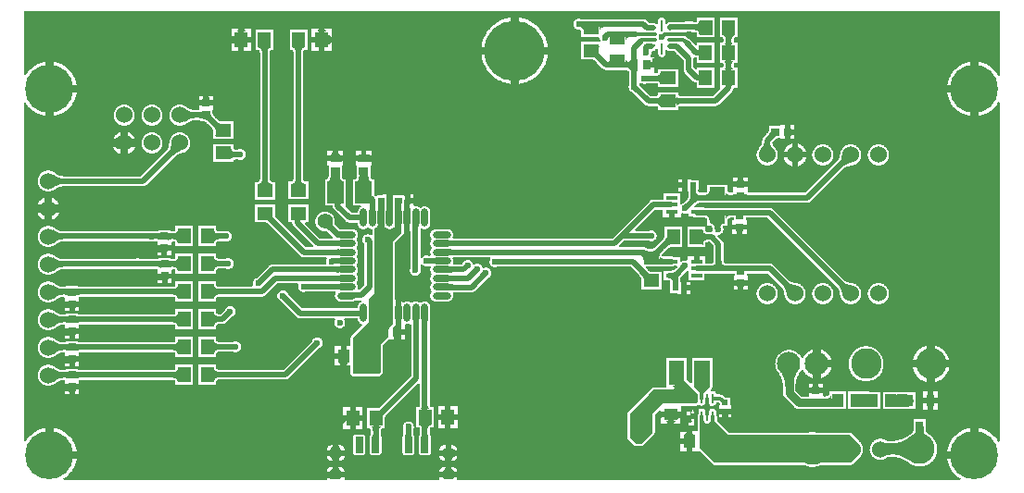
<source format=gbr>
%TF.GenerationSoftware,Altium Limited,Altium Designer,18.1.7 (191)*%
G04 Layer_Physical_Order=1*
G04 Layer_Color=255*
%FSLAX26Y26*%
%MOIN*%
%TF.FileFunction,Copper,L1,Top,Signal*%
%TF.Part,Single*%
G01*
G75*
%TA.AperFunction,SMDPad,CuDef*%
%ADD10R,0.047244X0.057087*%
%ADD11R,0.030709X0.032283*%
%ADD12R,0.057087X0.047244*%
%ADD13R,0.027559X0.027559*%
%ADD14R,0.027559X0.027559*%
%ADD15R,0.043307X0.047244*%
%ADD16O,0.023622X0.066929*%
%ADD17O,0.066929X0.023622*%
%ADD18R,0.019685X0.021260*%
%ADD19R,0.032283X0.030709*%
%ADD20R,0.021260X0.019685*%
%ADD21O,0.009842X0.037402*%
%ADD22R,0.056299X0.091339*%
%ADD23R,0.029528X0.043307*%
%TA.AperFunction,ConnectorPad*%
G04:AMPARAMS|DCode=24|XSize=39.37mil|YSize=31.496mil|CornerRadius=3.15mil|HoleSize=0mil|Usage=FLASHONLY|Rotation=0.000|XOffset=0mil|YOffset=0mil|HoleType=Round|Shape=RoundedRectangle|*
%AMROUNDEDRECTD24*
21,1,0.039370,0.025197,0,0,0.0*
21,1,0.033071,0.031496,0,0,0.0*
1,1,0.006299,0.016535,-0.012598*
1,1,0.006299,-0.016535,-0.012598*
1,1,0.006299,-0.016535,0.012598*
1,1,0.006299,0.016535,0.012598*
%
%ADD24ROUNDEDRECTD24*%
G04:AMPARAMS|DCode=25|XSize=27.559mil|YSize=59.055mil|CornerRadius=2.756mil|HoleSize=0mil|Usage=FLASHONLY|Rotation=0.000|XOffset=0mil|YOffset=0mil|HoleType=Round|Shape=RoundedRectangle|*
%AMROUNDEDRECTD25*
21,1,0.027559,0.053543,0,0,0.0*
21,1,0.022047,0.059055,0,0,0.0*
1,1,0.005512,0.011024,-0.026772*
1,1,0.005512,-0.011024,-0.026772*
1,1,0.005512,-0.011024,0.026772*
1,1,0.005512,0.011024,0.026772*
%
%ADD25ROUNDEDRECTD25*%
%TA.AperFunction,BGAPad,CuDef*%
%ADD26C,0.060000*%
%TA.AperFunction,SMDPad,CuDef*%
%ADD27R,0.041339X0.015748*%
%ADD28R,0.047244X0.043307*%
%ADD29O,0.009842X0.043307*%
%ADD30O,0.043307X0.009842*%
%ADD31R,0.059055X0.078740*%
%TA.AperFunction,Conductor*%
%ADD32C,0.019685*%
%ADD33C,0.039370*%
%ADD34C,0.023622*%
%ADD35C,0.011811*%
%ADD36C,0.029528*%
%ADD37C,0.043307*%
%ADD38C,0.047244*%
%ADD39C,0.013189*%
%ADD40C,0.023425*%
%TA.AperFunction,NonConductor*%
%ADD41C,0.019685*%
%TA.AperFunction,Conductor*%
%ADD42C,0.031496*%
%TA.AperFunction,ComponentPad*%
%ADD43C,0.110000*%
%ADD44C,0.060000*%
%TA.AperFunction,ViaPad*%
%ADD45C,0.216535*%
%TA.AperFunction,ComponentPad*%
%ADD46C,0.084016*%
%TA.AperFunction,ViaPad*%
%ADD47C,0.173228*%
%ADD48C,0.023622*%
%ADD49C,0.055118*%
G36*
X3516597Y1465737D02*
X3511597Y1464521D01*
X3511375Y1464952D01*
X3508568Y1469709D01*
X3505500Y1474301D01*
X3502179Y1478714D01*
X3498616Y1482934D01*
X3494821Y1486947D01*
X3490808Y1490742D01*
X3486588Y1494305D01*
X3482175Y1497626D01*
X3477583Y1500695D01*
X3472826Y1503501D01*
X3467919Y1506036D01*
X3462877Y1508292D01*
X3457717Y1510261D01*
X3452455Y1511938D01*
X3447107Y1513318D01*
X3441690Y1514395D01*
X3438976Y1514778D01*
Y1417323D01*
Y1319867D01*
X3441690Y1320250D01*
X3447107Y1321328D01*
X3452455Y1322707D01*
X3457717Y1324384D01*
X3462877Y1326354D01*
X3467919Y1328610D01*
X3472826Y1331145D01*
X3477583Y1333951D01*
X3482175Y1337020D01*
X3486588Y1340341D01*
X3490808Y1343904D01*
X3494821Y1347698D01*
X3498616Y1351712D01*
X3502179Y1355932D01*
X3505500Y1360345D01*
X3508568Y1364937D01*
X3511375Y1369694D01*
X3511597Y1370124D01*
X3516597Y1368909D01*
Y146839D01*
X3511597Y145624D01*
X3511375Y146054D01*
X3508568Y150811D01*
X3505500Y155403D01*
X3502179Y159816D01*
X3498616Y164036D01*
X3494821Y168050D01*
X3490808Y171844D01*
X3486588Y175407D01*
X3482175Y178728D01*
X3477583Y181797D01*
X3472826Y184603D01*
X3467919Y187138D01*
X3462877Y189394D01*
X3457717Y191363D01*
X3452455Y193041D01*
X3447107Y194420D01*
X3441690Y195498D01*
X3438976Y195881D01*
Y98425D01*
X3425197D01*
Y84646D01*
X3327741D01*
X3328124Y81932D01*
X3329202Y76515D01*
X3330581Y71167D01*
X3332258Y65905D01*
X3334228Y60745D01*
X3336484Y55703D01*
X3339019Y50796D01*
X3341825Y46039D01*
X3344894Y41447D01*
X3348215Y37034D01*
X3351778Y32814D01*
X3355572Y28801D01*
X3359586Y25006D01*
X3363806Y21443D01*
X3368219Y18122D01*
X3372811Y15053D01*
X3376245Y13028D01*
X3374880Y8028D01*
X1568442D01*
X1567606Y8447D01*
X1564997Y11433D01*
X1564366Y13028D01*
X1564441Y14173D01*
Y16929D01*
X1501385D01*
Y14173D01*
X1501460Y13028D01*
X1500829Y11433D01*
X1498220Y8447D01*
X1497385Y8028D01*
X1162930D01*
X1162094Y8447D01*
X1159486Y11433D01*
X1158854Y13028D01*
X1158930Y14173D01*
Y16929D01*
X1108682D01*
Y11989D01*
X1107887Y12920D01*
X1106810Y13753D01*
X1105454Y14488D01*
X1103816Y15126D01*
X1101897Y15665D01*
X1099698Y16106D01*
X1097218Y16449D01*
X1095873Y16540D01*
Y14173D01*
X1095948Y13028D01*
X1095318Y11433D01*
X1092709Y8447D01*
X1091873Y8028D01*
X148742D01*
X147377Y13028D01*
X150811Y15053D01*
X155403Y18122D01*
X159816Y21443D01*
X164036Y25006D01*
X168050Y28801D01*
X171844Y32814D01*
X175407Y37034D01*
X178728Y41447D01*
X181797Y46039D01*
X184603Y50796D01*
X187138Y55703D01*
X189394Y60745D01*
X191363Y65905D01*
X193041Y71167D01*
X194420Y76515D01*
X195498Y81932D01*
X195881Y84646D01*
X98425D01*
Y98425D01*
X84646D01*
Y195881D01*
X81932Y195498D01*
X76515Y194420D01*
X71167Y193041D01*
X65905Y191363D01*
X60745Y189394D01*
X55703Y187138D01*
X50796Y184603D01*
X46039Y181797D01*
X41447Y178728D01*
X37034Y175407D01*
X32814Y171844D01*
X28801Y168050D01*
X25006Y164036D01*
X21443Y159816D01*
X18122Y155403D01*
X15053Y150811D01*
X13028Y147377D01*
X8028Y148742D01*
Y1367006D01*
X13028Y1368371D01*
X15053Y1364937D01*
X18122Y1360345D01*
X21443Y1355932D01*
X25006Y1351712D01*
X28801Y1347698D01*
X32814Y1343904D01*
X37034Y1340341D01*
X41447Y1337020D01*
X46039Y1333951D01*
X50796Y1331145D01*
X55703Y1328610D01*
X60745Y1326354D01*
X65905Y1324384D01*
X71167Y1322707D01*
X76515Y1321328D01*
X81932Y1320250D01*
X84646Y1319867D01*
Y1417323D01*
Y1514778D01*
X81932Y1514395D01*
X76515Y1513318D01*
X71167Y1511938D01*
X65905Y1510261D01*
X60745Y1508292D01*
X55703Y1506036D01*
X50796Y1503501D01*
X46039Y1500695D01*
X41447Y1497626D01*
X37034Y1494305D01*
X32814Y1490742D01*
X28801Y1486947D01*
X25006Y1482934D01*
X21443Y1478714D01*
X18122Y1474301D01*
X15053Y1469709D01*
X13028Y1466275D01*
X8028Y1467639D01*
Y1697032D01*
X3516597Y1697032D01*
Y1465737D01*
D02*
G37*
%LPC*%
G36*
X1112642Y1635591D02*
X1087753D01*
X1088281Y1633305D01*
X1089237Y1630746D01*
X1090467Y1628581D01*
X1091969Y1626809D01*
X1093745Y1625431D01*
X1095794Y1624447D01*
X1098116Y1623857D01*
X1100711Y1623660D01*
X1087052D01*
Y1605079D01*
X1100711D01*
Y1623660D01*
X1100908Y1620129D01*
X1101499Y1616971D01*
X1102483Y1614184D01*
X1103861Y1611768D01*
X1105633Y1609724D01*
X1107798Y1608052D01*
X1110357Y1606751D01*
X1112642Y1606032D01*
Y1635591D01*
D02*
G37*
G36*
X1066666D02*
X1041776D01*
Y1605079D01*
X1067367D01*
Y1623660D01*
X1053707D01*
X1056303Y1623857D01*
X1058625Y1624447D01*
X1060674Y1625431D01*
X1062449Y1626809D01*
X1063952Y1628581D01*
X1065181Y1630746D01*
X1066138Y1633305D01*
X1066666Y1635591D01*
D02*
G37*
G36*
X823779Y1635354D02*
X798890D01*
X799418Y1633069D01*
X800374Y1630510D01*
X801604Y1628345D01*
X803106Y1626573D01*
X804882Y1625195D01*
X806931Y1624211D01*
X809253Y1623620D01*
X811848Y1623423D01*
X798189D01*
Y1604842D01*
X823779D01*
Y1635354D01*
D02*
G37*
G36*
X777803D02*
X752913D01*
Y1605796D01*
X755199Y1606515D01*
X757758Y1607815D01*
X759923Y1609488D01*
X761695Y1611532D01*
X763073Y1613947D01*
X764057Y1616734D01*
X764648Y1619893D01*
X764844Y1623423D01*
Y1604842D01*
X778504D01*
Y1623423D01*
X764844D01*
X767440Y1623620D01*
X769762Y1624211D01*
X771811Y1625195D01*
X773587Y1626573D01*
X775089Y1628345D01*
X776318Y1630510D01*
X777274Y1633069D01*
X777803Y1635354D01*
D02*
G37*
G36*
X2573425Y1675748D02*
X2510433D01*
Y1602913D01*
X2519106D01*
X2519456Y1602885D01*
X2520095Y1602710D01*
X2520483Y1602509D01*
X2520831Y1602217D01*
X2521270Y1601660D01*
X2521795Y1600663D01*
X2522328Y1599127D01*
X2522778Y1597029D01*
X2523079Y1594382D01*
X2523106Y1593578D01*
X2523071Y1592632D01*
X2522753Y1590036D01*
X2522281Y1587992D01*
X2521726Y1586507D01*
X2521173Y1585534D01*
X2520684Y1584957D01*
X2520224Y1584600D01*
X2519646Y1584322D01*
X2518754Y1584095D01*
X2518223Y1584055D01*
X2509449D01*
Y1511220D01*
X2518223D01*
X2518754Y1511180D01*
X2519646Y1510953D01*
X2520224Y1510676D01*
X2520684Y1510319D01*
X2521173Y1509742D01*
X2521726Y1508769D01*
X2522281Y1507283D01*
X2522754Y1505239D01*
X2523055Y1502776D01*
X2522753Y1500312D01*
X2522281Y1498268D01*
X2521726Y1496782D01*
X2521173Y1495810D01*
X2520684Y1495232D01*
X2520224Y1494876D01*
X2519646Y1494598D01*
X2518754Y1494371D01*
X2518223Y1494331D01*
X2509449D01*
Y1421496D01*
X2509658D01*
X2511571Y1416877D01*
X2486229Y1391534D01*
X2372389D01*
X2369128Y1391653D01*
X2366532Y1391971D01*
X2364489Y1392444D01*
X2363003Y1392999D01*
X2362030Y1393551D01*
X2361453Y1394041D01*
X2361096Y1394500D01*
X2360818Y1395079D01*
X2360591Y1395970D01*
X2360551Y1396501D01*
Y1405275D01*
X2287717D01*
Y1396500D01*
X2287676Y1395970D01*
X2287450Y1395079D01*
X2287172Y1394500D01*
X2286815Y1394041D01*
X2286238Y1393551D01*
X2285265Y1392999D01*
X2283779Y1392444D01*
X2281735Y1391971D01*
X2279140Y1391653D01*
X2275879Y1391534D01*
X2259480D01*
X2219835Y1431179D01*
X2219830Y1431197D01*
X2218984Y1433240D01*
X2218975Y1433256D01*
Y1439290D01*
X2223504Y1441188D01*
X2223975Y1441226D01*
X2225503Y1439861D01*
X2227306Y1438582D01*
X2229241Y1437512D01*
X2231283Y1436666D01*
X2233408Y1436054D01*
X2235588Y1435684D01*
X2237795Y1435560D01*
X2240003Y1435684D01*
X2242182Y1436054D01*
X2244307Y1436666D01*
X2246350Y1437512D01*
X2246366Y1437521D01*
X2275891D01*
X2279193Y1437411D01*
X2281852Y1437113D01*
X2283961Y1436668D01*
X2285508Y1436140D01*
X2286510Y1435620D01*
X2287064Y1435191D01*
X2287343Y1434862D01*
X2287527Y1434512D01*
X2287691Y1433925D01*
X2287717Y1433613D01*
Y1424961D01*
X2360551D01*
Y1487953D01*
X2287717D01*
Y1479061D01*
X2287665Y1478323D01*
X2287388Y1477139D01*
X2287030Y1476330D01*
X2286598Y1475725D01*
X2285988Y1475163D01*
X2285034Y1474574D01*
X2283601Y1473993D01*
X2281621Y1473495D01*
X2279086Y1473158D01*
X2277147Y1473081D01*
X2273268Y1476919D01*
Y1493898D01*
X2246102D01*
Y1513583D01*
X2273268D01*
Y1531693D01*
X2262732D01*
X2261150Y1533579D01*
X2259986Y1536693D01*
X2260480Y1537587D01*
X2261326Y1539630D01*
X2261938Y1541755D01*
X2262309Y1543934D01*
X2262432Y1546142D01*
X2262318Y1548182D01*
X2262325Y1548385D01*
X2263176Y1550272D01*
X2265013Y1552466D01*
X2266342Y1553304D01*
X2266806Y1553334D01*
X2269083Y1553787D01*
X2271283Y1554534D01*
X2273365Y1555561D01*
X2275296Y1556851D01*
X2277043Y1558383D01*
X2278574Y1560129D01*
X2279864Y1562060D01*
X2280047Y1562430D01*
X2281293Y1563045D01*
X2282688Y1563977D01*
X2286921Y1562412D01*
X2287650Y1561757D01*
Y1544622D01*
X2287759Y1542948D01*
X2288087Y1541303D01*
X2288626Y1539715D01*
X2289368Y1538211D01*
X2290300Y1536816D01*
X2291405Y1535555D01*
X2292666Y1534449D01*
X2294061Y1533517D01*
X2295565Y1532775D01*
X2297154Y1532236D01*
X2298799Y1531909D01*
X2300472Y1531799D01*
X2302146Y1531909D01*
X2303791Y1532236D01*
X2305379Y1532775D01*
X2306884Y1533517D01*
X2308278Y1534449D01*
X2309539Y1535555D01*
X2310645Y1536816D01*
X2311577Y1538211D01*
X2312319Y1539715D01*
X2312858Y1541303D01*
X2313185Y1542948D01*
X2313295Y1544622D01*
Y1555173D01*
X2314365Y1556068D01*
X2318295Y1557361D01*
X2318877Y1556851D01*
X2320808Y1555561D01*
X2322891Y1554534D01*
X2325090Y1553787D01*
X2327368Y1553334D01*
X2329685Y1553182D01*
X2345160D01*
X2345421Y1553032D01*
X2348805Y1550806D01*
X2352084Y1548357D01*
X2355258Y1545682D01*
X2358412Y1542699D01*
X2379726Y1521386D01*
Y1488228D01*
X2379878Y1485911D01*
X2380331Y1483633D01*
X2381077Y1481434D01*
X2382104Y1479351D01*
X2383395Y1477420D01*
X2384926Y1475674D01*
X2415241Y1445359D01*
X2416987Y1443828D01*
X2418918Y1442538D01*
X2421001Y1441510D01*
X2423200Y1440764D01*
X2425478Y1440311D01*
X2426772Y1440226D01*
Y1421496D01*
X2489764D01*
Y1494331D01*
X2426772D01*
Y1490578D01*
X2422152Y1488665D01*
X2415235Y1495582D01*
Y1527439D01*
X2416473Y1529035D01*
X2417207Y1529606D01*
X2420105Y1530880D01*
X2420562Y1530725D01*
X2422840Y1530271D01*
X2424780Y1530144D01*
X2424962Y1530122D01*
X2426582Y1530082D01*
X2426772Y1530066D01*
Y1511220D01*
X2489764D01*
Y1584055D01*
X2426772D01*
Y1577901D01*
X2422152Y1575988D01*
X2402698Y1595442D01*
X2400952Y1596973D01*
X2399021Y1598264D01*
X2396938Y1599291D01*
X2394739Y1600037D01*
X2392461Y1600490D01*
X2392043Y1600518D01*
X2388237Y1604324D01*
X2386879Y1605515D01*
X2385377Y1606518D01*
X2383757Y1607317D01*
X2382046Y1607898D01*
X2380614Y1608183D01*
X2380102Y1608379D01*
X2379044Y1609170D01*
X2377144Y1611407D01*
X2376286Y1613368D01*
X2376296Y1613520D01*
X2376152Y1615708D01*
X2375878Y1617088D01*
X2376818Y1619161D01*
X2379121Y1621903D01*
X2379508Y1622088D01*
X2384627D01*
X2386944Y1622240D01*
X2389222Y1622693D01*
X2391421Y1623439D01*
X2392999Y1624218D01*
X2404975D01*
X2406553Y1623439D01*
X2408753Y1622693D01*
X2411030Y1622240D01*
X2413348Y1622088D01*
X2415861D01*
X2418933Y1621931D01*
X2421257Y1621533D01*
X2423035Y1620959D01*
X2424334Y1620280D01*
X2425291Y1619521D01*
X2426057Y1618613D01*
X2426722Y1617414D01*
X2427285Y1615775D01*
X2427680Y1613609D01*
X2427756Y1612202D01*
Y1602913D01*
X2490748D01*
Y1675748D01*
X2427756D01*
Y1666551D01*
X2427684Y1665299D01*
X2427311Y1663360D01*
X2426788Y1661919D01*
X2426172Y1660869D01*
X2425447Y1660055D01*
X2424499Y1659344D01*
X2423175Y1658689D01*
X2421354Y1658132D01*
X2419210Y1657785D01*
X2418012Y1658376D01*
X2415813Y1659122D01*
X2413535Y1659575D01*
X2411218Y1659727D01*
X2386757D01*
X2384439Y1659575D01*
X2382161Y1659122D01*
X2379962Y1658376D01*
X2378384Y1657597D01*
X2331661D01*
X2329344Y1657445D01*
X2327066Y1656992D01*
X2324867Y1656246D01*
X2322784Y1655218D01*
X2320853Y1653928D01*
X2319107Y1652397D01*
X2318295Y1651585D01*
X2314080Y1652973D01*
X2313295Y1653630D01*
Y1662732D01*
X2313185Y1664406D01*
X2312858Y1666051D01*
X2312319Y1667639D01*
X2311577Y1669144D01*
X2310645Y1670538D01*
X2309539Y1671799D01*
X2308278Y1672905D01*
X2306884Y1673837D01*
X2305379Y1674579D01*
X2303791Y1675118D01*
X2302146Y1675445D01*
X2300472Y1675555D01*
X2298799Y1675445D01*
X2297154Y1675118D01*
X2295565Y1674579D01*
X2294061Y1673837D01*
X2292666Y1672905D01*
X2291405Y1671799D01*
X2290300Y1670538D01*
X2289368Y1669144D01*
X2288626Y1667639D01*
X2288087Y1666051D01*
X2287759Y1664406D01*
X2287650Y1662732D01*
Y1651638D01*
X2287602Y1651602D01*
X2282650Y1649953D01*
X2282239Y1650420D01*
X2280493Y1651952D01*
X2278562Y1653242D01*
X2276479Y1654269D01*
X2274280Y1655016D01*
X2272002Y1655469D01*
X2269685Y1655621D01*
X2255312D01*
X2255269Y1655650D01*
X2248988Y1660740D01*
X2245939Y1663638D01*
X2245794Y1663752D01*
X2244336Y1665031D01*
X2242405Y1666321D01*
X2240322Y1667348D01*
X2238123Y1668094D01*
X2235845Y1668547D01*
X2233528Y1668699D01*
X2095959D01*
X2095958Y1668699D01*
X2084252Y1668722D01*
Y1668819D01*
X2011417D01*
Y1668819D01*
X2006930Y1670058D01*
X2006553Y1670167D01*
X2004373Y1670537D01*
X2002165Y1670661D01*
X1999958Y1670537D01*
X1997778Y1670167D01*
X1995654Y1669554D01*
X1993611Y1668708D01*
X1991676Y1667639D01*
X1989873Y1666360D01*
X1988224Y1664886D01*
X1986751Y1663238D01*
X1985471Y1661434D01*
X1984402Y1659499D01*
X1983556Y1657457D01*
X1982944Y1655332D01*
X1982573Y1653152D01*
X1982449Y1650945D01*
X1982573Y1648737D01*
X1982944Y1646558D01*
X1983556Y1644433D01*
X1984402Y1642390D01*
X1985471Y1640455D01*
X1986751Y1638652D01*
X1988224Y1637004D01*
X1989873Y1635530D01*
X1991676Y1634251D01*
X1993611Y1633181D01*
X1995654Y1632335D01*
X1997778Y1631723D01*
X1999958Y1631353D01*
X2002165Y1631229D01*
X2004373Y1631353D01*
X2006553Y1631723D01*
X2007923Y1632118D01*
X2011184Y1628658D01*
X2011417Y1627457D01*
Y1605827D01*
X2072858D01*
X2077331Y1602520D01*
X2077455Y1600312D01*
X2077825Y1598132D01*
X2078438Y1596008D01*
X2079284Y1593965D01*
X2080353Y1592030D01*
X2080984Y1591142D01*
X2080058Y1588122D01*
X2078578Y1586142D01*
X2011417D01*
Y1523150D01*
X2053488D01*
X2053709Y1523024D01*
X2057901Y1520057D01*
X2062463Y1516258D01*
X2067436Y1511550D01*
X2087800Y1491186D01*
X2089546Y1489655D01*
X2091477Y1488364D01*
X2093560Y1487337D01*
X2095759Y1486591D01*
X2098037Y1486138D01*
X2100351Y1485986D01*
X2100354Y1485986D01*
X2100355Y1485986D01*
X2166160D01*
X2172837Y1485753D01*
X2175269Y1485498D01*
X2177253Y1485163D01*
X2177992Y1484973D01*
Y1479725D01*
X2182610D01*
X2182731Y1479188D01*
X2183020Y1477224D01*
X2183416Y1471447D01*
X2183466Y1467968D01*
Y1433256D01*
X2183457Y1433240D01*
X2182611Y1431197D01*
X2181999Y1429072D01*
X2181628Y1426893D01*
X2181504Y1424685D01*
X2181628Y1422478D01*
X2181999Y1420298D01*
X2182611Y1418173D01*
X2183457Y1416131D01*
X2184526Y1414196D01*
X2185806Y1412392D01*
X2187279Y1410744D01*
X2188928Y1409271D01*
X2190731Y1407991D01*
X2192666Y1406922D01*
X2194709Y1406076D01*
X2194727Y1406070D01*
X2239572Y1361225D01*
X2241318Y1359694D01*
X2243249Y1358404D01*
X2245332Y1357377D01*
X2247531Y1356630D01*
X2249809Y1356177D01*
X2252126Y1356025D01*
X2275879D01*
X2279140Y1355906D01*
X2281735Y1355588D01*
X2283779Y1355115D01*
X2285265Y1354560D01*
X2286238Y1354008D01*
X2286815Y1353518D01*
X2287172Y1353059D01*
X2287450Y1352480D01*
X2287676Y1351589D01*
X2287717Y1351058D01*
Y1342284D01*
X2360551D01*
Y1351059D01*
X2360591Y1351589D01*
X2360818Y1352480D01*
X2361096Y1353059D01*
X2361453Y1353518D01*
X2362030Y1354008D01*
X2363003Y1354560D01*
X2364489Y1355115D01*
X2366532Y1355588D01*
X2369128Y1355906D01*
X2372389Y1356025D01*
X2493583D01*
X2495900Y1356177D01*
X2498178Y1356630D01*
X2500377Y1357377D01*
X2502460Y1358404D01*
X2504391Y1359694D01*
X2506137Y1361225D01*
X2553499Y1408588D01*
X2555031Y1410333D01*
X2556321Y1412265D01*
X2557348Y1414347D01*
X2558095Y1416547D01*
X2558548Y1418824D01*
X2558668Y1420668D01*
X2558695Y1420864D01*
X2558717Y1421496D01*
X2572441D01*
Y1494331D01*
X2563667D01*
X2563136Y1494371D01*
X2562244Y1494598D01*
X2561666Y1494876D01*
X2561206Y1495232D01*
X2560716Y1495810D01*
X2560164Y1496782D01*
X2559609Y1498268D01*
X2559137Y1500312D01*
X2558835Y1502776D01*
X2559137Y1505239D01*
X2559609Y1507283D01*
X2560164Y1508769D01*
X2560717Y1509742D01*
X2561206Y1510319D01*
X2561666Y1510676D01*
X2562244Y1510954D01*
X2563136Y1511180D01*
X2563666Y1511220D01*
X2572441D01*
Y1584055D01*
X2563667D01*
X2563136Y1584095D01*
X2562244Y1584322D01*
X2561666Y1584600D01*
X2561206Y1584957D01*
X2560716Y1585534D01*
X2560164Y1586507D01*
X2559609Y1587992D01*
X2559137Y1590036D01*
X2558819Y1592632D01*
X2558791Y1593396D01*
X2558826Y1594291D01*
X2559160Y1596838D01*
X2559653Y1598827D01*
X2560231Y1600269D01*
X2560813Y1601225D01*
X2561362Y1601829D01*
X2561942Y1602248D01*
X2562713Y1602594D01*
X2563849Y1602864D01*
X2564553Y1602913D01*
X2573425D01*
Y1675748D01*
D02*
G37*
G36*
X1785433Y1674407D02*
Y1568898D01*
X1890943D01*
X1890468Y1572743D01*
X1889460Y1578551D01*
X1888169Y1584304D01*
X1886596Y1589986D01*
X1884747Y1595584D01*
X1882625Y1601084D01*
X1880236Y1606474D01*
X1877585Y1611740D01*
X1874679Y1616870D01*
X1871525Y1621850D01*
X1868131Y1626670D01*
X1864504Y1631318D01*
X1860653Y1635782D01*
X1856588Y1640052D01*
X1852318Y1644117D01*
X1847854Y1647968D01*
X1843206Y1651595D01*
X1838386Y1654990D01*
X1833405Y1658144D01*
X1828275Y1661050D01*
X1823009Y1663701D01*
X1817620Y1666090D01*
X1812119Y1668212D01*
X1806521Y1670061D01*
X1800839Y1671633D01*
X1795087Y1672925D01*
X1789278Y1673933D01*
X1785433Y1674407D01*
D02*
G37*
G36*
X1757874D02*
X1754029Y1673933D01*
X1748220Y1672925D01*
X1742468Y1671633D01*
X1736786Y1670061D01*
X1731188Y1668212D01*
X1725688Y1666090D01*
X1720298Y1663701D01*
X1715032Y1661050D01*
X1709902Y1658144D01*
X1704921Y1654990D01*
X1700101Y1651595D01*
X1695453Y1647968D01*
X1690989Y1644117D01*
X1686719Y1640052D01*
X1682654Y1635782D01*
X1678803Y1631318D01*
X1675176Y1626670D01*
X1671782Y1621850D01*
X1668628Y1616870D01*
X1665722Y1611740D01*
X1663071Y1606474D01*
X1660682Y1601084D01*
X1658560Y1595584D01*
X1656711Y1589986D01*
X1655138Y1584304D01*
X1653847Y1578551D01*
X1652839Y1572743D01*
X1652364Y1568898D01*
X1757874D01*
Y1674407D01*
D02*
G37*
G36*
X778504Y1585158D02*
X764844D01*
Y1566577D01*
X764648Y1570107D01*
X764057Y1573266D01*
X763073Y1576053D01*
X761695Y1578468D01*
X759923Y1580512D01*
X757758Y1582185D01*
X755199Y1583485D01*
X752913Y1584204D01*
Y1554646D01*
X778504D01*
Y1585158D01*
D02*
G37*
G36*
X1100711Y1585394D02*
X1087052D01*
Y1554882D01*
X1112642D01*
Y1584441D01*
X1110357Y1583722D01*
X1107798Y1582421D01*
X1105633Y1580749D01*
X1103861Y1578705D01*
X1102483Y1576289D01*
X1101499Y1573502D01*
X1100908Y1570344D01*
X1100711Y1566813D01*
Y1585394D01*
D02*
G37*
G36*
X1067367D02*
X1041776D01*
Y1554882D01*
X1067367D01*
Y1585394D01*
D02*
G37*
G36*
X823779Y1585158D02*
X798189D01*
Y1554646D01*
X823779D01*
Y1585158D01*
D02*
G37*
G36*
X1890943Y1541339D02*
X1785433D01*
Y1435829D01*
X1789278Y1436303D01*
X1795087Y1437311D01*
X1800839Y1438603D01*
X1806521Y1440175D01*
X1812119Y1442025D01*
X1817620Y1444146D01*
X1823009Y1446535D01*
X1828275Y1449186D01*
X1833405Y1452092D01*
X1838386Y1455246D01*
X1843206Y1458641D01*
X1847854Y1462268D01*
X1852318Y1466119D01*
X1856588Y1470184D01*
X1860653Y1474454D01*
X1864504Y1478918D01*
X1868131Y1483566D01*
X1871525Y1488386D01*
X1874679Y1493367D01*
X1877585Y1498496D01*
X1880236Y1503762D01*
X1882625Y1509152D01*
X1884747Y1514653D01*
X1886596Y1520251D01*
X1888169Y1525933D01*
X1889460Y1531685D01*
X1890468Y1537494D01*
X1890943Y1541339D01*
D02*
G37*
G36*
X1757874D02*
X1652364D01*
X1652839Y1537494D01*
X1653847Y1531685D01*
X1655138Y1525933D01*
X1656711Y1520251D01*
X1658560Y1514653D01*
X1660682Y1509152D01*
X1663071Y1503762D01*
X1665722Y1498496D01*
X1668628Y1493367D01*
X1671782Y1488386D01*
X1675176Y1483566D01*
X1678803Y1478918D01*
X1682654Y1474454D01*
X1686719Y1470184D01*
X1690989Y1466119D01*
X1695453Y1462268D01*
X1700101Y1458641D01*
X1704921Y1455246D01*
X1709902Y1452092D01*
X1715032Y1449186D01*
X1720298Y1446535D01*
X1725688Y1444146D01*
X1731188Y1442025D01*
X1736786Y1440175D01*
X1742468Y1438603D01*
X1748220Y1437311D01*
X1754029Y1436303D01*
X1757874Y1435829D01*
Y1541339D01*
D02*
G37*
G36*
X3411417Y1514778D02*
X3408704Y1514395D01*
X3403287Y1513318D01*
X3397939Y1511938D01*
X3392676Y1510261D01*
X3387516Y1508292D01*
X3382475Y1506036D01*
X3377568Y1503501D01*
X3372811Y1500695D01*
X3368219Y1497626D01*
X3363806Y1494305D01*
X3359586Y1490742D01*
X3355572Y1486947D01*
X3351778Y1482934D01*
X3348215Y1478714D01*
X3344894Y1474301D01*
X3341825Y1469709D01*
X3339019Y1464952D01*
X3336484Y1460045D01*
X3334228Y1455003D01*
X3332258Y1449843D01*
X3330581Y1444581D01*
X3329202Y1439233D01*
X3328124Y1433816D01*
X3327741Y1431102D01*
X3411417D01*
Y1514778D01*
D02*
G37*
G36*
X112205D02*
Y1431102D01*
X195881D01*
X195498Y1433816D01*
X194420Y1439233D01*
X193041Y1444581D01*
X191363Y1449843D01*
X189394Y1455003D01*
X187138Y1460045D01*
X184603Y1464952D01*
X181797Y1469709D01*
X178728Y1474301D01*
X175407Y1478714D01*
X171844Y1482934D01*
X168050Y1486947D01*
X164036Y1490742D01*
X159816Y1494305D01*
X155403Y1497626D01*
X150811Y1500695D01*
X146054Y1503501D01*
X141147Y1506036D01*
X136106Y1508292D01*
X130946Y1510261D01*
X125683Y1511938D01*
X120335Y1513318D01*
X114918Y1514395D01*
X112205Y1514778D01*
D02*
G37*
G36*
X687275Y1392244D02*
X671825D01*
X672138Y1387400D01*
X672482Y1385234D01*
X672902Y1383463D01*
X673398Y1382085D01*
X673970Y1381100D01*
X674619Y1380510D01*
X675345Y1380313D01*
X671528D01*
Y1376496D01*
X687275D01*
Y1392244D01*
D02*
G37*
G36*
X651610D02*
X636095D01*
Y1376496D01*
X651843D01*
Y1380313D01*
X648025D01*
X648751Y1380510D01*
X649400Y1381100D01*
X649972Y1382085D01*
X650468Y1383463D01*
X650888Y1385234D01*
X651232Y1387400D01*
X651499Y1389959D01*
X651610Y1392244D01*
D02*
G37*
G36*
X3411417Y1403543D02*
X3327741D01*
X3328124Y1400830D01*
X3329202Y1395412D01*
X3330581Y1390064D01*
X3332258Y1384802D01*
X3334228Y1379642D01*
X3336484Y1374601D01*
X3339019Y1369694D01*
X3341825Y1364937D01*
X3344894Y1360345D01*
X3348215Y1355932D01*
X3351778Y1351712D01*
X3355572Y1347698D01*
X3359586Y1343904D01*
X3363806Y1340341D01*
X3368219Y1337020D01*
X3372811Y1333951D01*
X3377568Y1331145D01*
X3382475Y1328610D01*
X3387516Y1326354D01*
X3392676Y1324384D01*
X3397939Y1322707D01*
X3403287Y1321328D01*
X3408704Y1320250D01*
X3411417Y1319867D01*
Y1403543D01*
D02*
G37*
G36*
X195881D02*
X112205D01*
Y1319867D01*
X114918Y1320250D01*
X120335Y1321328D01*
X125683Y1322707D01*
X130946Y1324384D01*
X136106Y1326354D01*
X141147Y1328610D01*
X146054Y1331145D01*
X150811Y1333951D01*
X155403Y1337020D01*
X159816Y1340341D01*
X164036Y1343904D01*
X168050Y1347698D01*
X171844Y1351712D01*
X175407Y1355932D01*
X178728Y1360345D01*
X181797Y1364937D01*
X184603Y1369694D01*
X187138Y1374601D01*
X189394Y1379642D01*
X191363Y1384802D01*
X193041Y1390064D01*
X194420Y1395412D01*
X195498Y1400830D01*
X195881Y1403543D01*
D02*
G37*
G36*
X466685Y1360910D02*
X463381Y1360766D01*
X460102Y1360334D01*
X456873Y1359618D01*
X453719Y1358624D01*
X450663Y1357358D01*
X447730Y1355831D01*
X444941Y1354054D01*
X442317Y1352041D01*
X439878Y1349806D01*
X437644Y1347368D01*
X435631Y1344744D01*
X433854Y1341955D01*
X432327Y1339022D01*
X431061Y1335966D01*
X430067Y1332812D01*
X429351Y1329583D01*
X428919Y1326304D01*
X428775Y1323000D01*
X428919Y1319696D01*
X429351Y1316417D01*
X430067Y1313188D01*
X431061Y1310034D01*
X432327Y1306978D01*
X433854Y1304045D01*
X435631Y1301256D01*
X437644Y1298632D01*
X439878Y1296194D01*
X442317Y1293959D01*
X444941Y1291946D01*
X447730Y1290169D01*
X450663Y1288642D01*
X453719Y1287376D01*
X456873Y1286382D01*
X460102Y1285666D01*
X463381Y1285234D01*
X466685Y1285090D01*
X469989Y1285234D01*
X473268Y1285666D01*
X476497Y1286382D01*
X479651Y1287376D01*
X482707Y1288642D01*
X485640Y1290169D01*
X488429Y1291946D01*
X491053Y1293959D01*
X493491Y1296194D01*
X495726Y1298632D01*
X497739Y1301256D01*
X499516Y1304045D01*
X501043Y1306978D01*
X502309Y1310034D01*
X503303Y1313188D01*
X504019Y1316417D01*
X504451Y1319696D01*
X504595Y1323000D01*
X504451Y1326304D01*
X504019Y1329583D01*
X503303Y1332812D01*
X502309Y1335966D01*
X501043Y1339022D01*
X499516Y1341955D01*
X497739Y1344744D01*
X495726Y1347368D01*
X493491Y1349806D01*
X491053Y1352041D01*
X488429Y1354054D01*
X485640Y1355831D01*
X482707Y1357358D01*
X479651Y1358624D01*
X476497Y1359618D01*
X473268Y1360334D01*
X469989Y1360766D01*
X466685Y1360910D01*
D02*
G37*
G36*
X366685D02*
X363381Y1360766D01*
X360102Y1360334D01*
X356873Y1359618D01*
X353719Y1358624D01*
X350663Y1357358D01*
X347730Y1355831D01*
X344941Y1354054D01*
X342317Y1352041D01*
X339878Y1349806D01*
X337644Y1347368D01*
X335631Y1344744D01*
X333854Y1341955D01*
X332327Y1339022D01*
X331061Y1335966D01*
X330067Y1332812D01*
X329351Y1329583D01*
X328919Y1326304D01*
X328775Y1323000D01*
X328919Y1319696D01*
X329351Y1316417D01*
X330067Y1313188D01*
X331061Y1310034D01*
X332327Y1306978D01*
X333854Y1304045D01*
X335631Y1301256D01*
X337644Y1298632D01*
X339878Y1296194D01*
X342317Y1293959D01*
X344941Y1291946D01*
X347730Y1290169D01*
X350663Y1288642D01*
X353719Y1287376D01*
X356873Y1286382D01*
X360102Y1285666D01*
X363381Y1285234D01*
X366685Y1285090D01*
X369989Y1285234D01*
X373268Y1285666D01*
X376497Y1286382D01*
X379651Y1287376D01*
X382707Y1288642D01*
X385640Y1290169D01*
X388429Y1291946D01*
X391053Y1293959D01*
X393491Y1296194D01*
X395726Y1298632D01*
X397739Y1301256D01*
X399516Y1304045D01*
X401043Y1306978D01*
X402309Y1310034D01*
X403303Y1313188D01*
X404019Y1316417D01*
X404451Y1319696D01*
X404595Y1323000D01*
X404451Y1326304D01*
X404019Y1329583D01*
X403303Y1332812D01*
X402309Y1335966D01*
X401043Y1339022D01*
X399516Y1341955D01*
X397739Y1344744D01*
X395726Y1347368D01*
X393491Y1349806D01*
X391053Y1352041D01*
X388429Y1354054D01*
X385640Y1355831D01*
X382707Y1357358D01*
X379651Y1358624D01*
X376497Y1359618D01*
X373268Y1360334D01*
X369989Y1360766D01*
X366685Y1360910D01*
D02*
G37*
G36*
X2777929Y1287591D02*
X2762181D01*
Y1271842D01*
X2777929D01*
Y1287591D01*
D02*
G37*
G36*
X566685Y1360910D02*
X563381Y1360766D01*
X560102Y1360334D01*
X556873Y1359618D01*
X553719Y1358624D01*
X550663Y1357358D01*
X547730Y1355831D01*
X544941Y1354054D01*
X542317Y1352041D01*
X539879Y1349806D01*
X537644Y1347368D01*
X535631Y1344744D01*
X533854Y1341955D01*
X532327Y1339022D01*
X531061Y1335966D01*
X530067Y1332812D01*
X529351Y1329583D01*
X528919Y1326304D01*
X528775Y1323000D01*
X528919Y1319696D01*
X529351Y1316417D01*
X530067Y1313188D01*
X531061Y1310034D01*
X532327Y1306978D01*
X533854Y1304045D01*
X535631Y1301256D01*
X537644Y1298632D01*
X539879Y1296194D01*
X542317Y1293959D01*
X544941Y1291946D01*
X547730Y1290169D01*
X550663Y1288642D01*
X553719Y1287376D01*
X556873Y1286382D01*
X560102Y1285666D01*
X563381Y1285234D01*
X566685Y1285090D01*
X569989Y1285234D01*
X573268Y1285666D01*
X576497Y1286382D01*
X579651Y1287376D01*
X582707Y1288642D01*
X585640Y1290169D01*
X588429Y1291946D01*
X589266Y1292588D01*
X589381Y1292649D01*
X589495Y1292743D01*
X589623Y1292818D01*
X593085Y1295323D01*
X596401Y1297426D01*
X599765Y1299270D01*
X603176Y1300858D01*
X606643Y1302198D01*
X610170Y1303292D01*
X613765Y1304143D01*
X617435Y1304752D01*
X621186Y1305119D01*
X625153Y1305245D01*
X628257D01*
X635052Y1305112D01*
X640032Y1304736D01*
Y1301693D01*
X649400D01*
X649898Y1301667D01*
X651811Y1301371D01*
X653785Y1300863D01*
X655835Y1300128D01*
X657966Y1299149D01*
X660180Y1297910D01*
X662472Y1296401D01*
X664835Y1294612D01*
X667263Y1292536D01*
X669823Y1290100D01*
X674672Y1285251D01*
X679468Y1280191D01*
X683343Y1275554D01*
X686268Y1271445D01*
Y1237843D01*
X759102D01*
Y1300835D01*
X711295D01*
X707875Y1303296D01*
X703031Y1307374D01*
X697712Y1312428D01*
X694931Y1315209D01*
X692496Y1317767D01*
X690419Y1320197D01*
X688630Y1322560D01*
X687121Y1324852D01*
X685883Y1327065D01*
X684904Y1329197D01*
X684169Y1331245D01*
X683661Y1333220D01*
X683364Y1335133D01*
X683338Y1335631D01*
Y1341063D01*
X687275D01*
Y1356811D01*
X661685D01*
X636095D01*
Y1341099D01*
X631758Y1340793D01*
X628288Y1340755D01*
X625153D01*
X621186Y1340881D01*
X617435Y1341248D01*
X613765Y1341857D01*
X610169Y1342708D01*
X606643Y1343802D01*
X603176Y1345142D01*
X599765Y1346730D01*
X596401Y1348574D01*
X593085Y1350677D01*
X589623Y1353182D01*
X589495Y1353257D01*
X589381Y1353351D01*
X589266Y1353412D01*
X588429Y1354054D01*
X585640Y1355831D01*
X582707Y1357358D01*
X579651Y1358624D01*
X576497Y1359618D01*
X573268Y1360334D01*
X569989Y1360766D01*
X566685Y1360910D01*
D02*
G37*
G36*
X380464Y1262482D02*
Y1236780D01*
X406167D01*
X405343Y1239013D01*
X403968Y1241996D01*
X402362Y1244863D01*
X400537Y1247595D01*
X398503Y1250175D01*
X396273Y1252588D01*
X393860Y1254818D01*
X391280Y1256852D01*
X388548Y1258677D01*
X385682Y1260283D01*
X382698Y1261658D01*
X380464Y1262482D01*
D02*
G37*
G36*
X352906D02*
X350672Y1261658D01*
X347688Y1260283D01*
X344822Y1258677D01*
X342090Y1256852D01*
X339510Y1254818D01*
X337097Y1252588D01*
X334867Y1250175D01*
X332833Y1247595D01*
X331008Y1244863D01*
X329402Y1241996D01*
X328027Y1239013D01*
X327203Y1236780D01*
X330504D01*
X333293Y1237857D01*
X337182Y1239668D01*
X340993Y1241757D01*
X344728Y1244125D01*
X348385Y1246772D01*
Y1236780D01*
X352906D01*
Y1262482D01*
D02*
G37*
G36*
X2777929Y1252158D02*
X2762181D01*
Y1236409D01*
X2777929D01*
Y1252158D01*
D02*
G37*
G36*
X2742496Y1287591D02*
X2726748D01*
Y1283653D01*
X2687378D01*
Y1274285D01*
X2687352Y1273787D01*
X2687056Y1271874D01*
X2686548Y1269899D01*
X2685813Y1267850D01*
X2684834Y1265719D01*
X2683595Y1263505D01*
X2682086Y1261213D01*
X2680297Y1258850D01*
X2678221Y1256422D01*
X2675782Y1253860D01*
X2667131Y1245208D01*
X2665599Y1243462D01*
X2664309Y1241531D01*
X2663282Y1239448D01*
X2662535Y1237249D01*
X2662082Y1234971D01*
X2661930Y1232653D01*
Y1228268D01*
X2661830Y1226636D01*
X2661542Y1224966D01*
X2661013Y1223010D01*
X2660217Y1220785D01*
X2659140Y1218312D01*
X2657849Y1215759D01*
X2651815Y1206131D01*
X2649287Y1202655D01*
X2649207Y1202518D01*
X2649107Y1202396D01*
X2649050Y1202291D01*
X2648631Y1201744D01*
X2646854Y1198955D01*
X2645327Y1196022D01*
X2644061Y1192966D01*
X2643067Y1189812D01*
X2642351Y1186583D01*
X2641919Y1183304D01*
X2641775Y1180000D01*
X2641919Y1176696D01*
X2642351Y1173417D01*
X2643067Y1170188D01*
X2644061Y1167034D01*
X2645327Y1163978D01*
X2646854Y1161045D01*
X2648631Y1158256D01*
X2650644Y1155632D01*
X2652878Y1153194D01*
X2655317Y1150959D01*
X2657941Y1148946D01*
X2660730Y1147169D01*
X2663664Y1145642D01*
X2666719Y1144376D01*
X2669873Y1143382D01*
X2673102Y1142666D01*
X2676381Y1142234D01*
X2679685Y1142090D01*
X2682989Y1142234D01*
X2686268Y1142666D01*
X2689497Y1143382D01*
X2692651Y1144376D01*
X2695706Y1145642D01*
X2698640Y1147169D01*
X2701429Y1148946D01*
X2704053Y1150959D01*
X2706492Y1153194D01*
X2708726Y1155632D01*
X2710739Y1158256D01*
X2712516Y1161045D01*
X2714043Y1163978D01*
X2715309Y1167034D01*
X2716303Y1170188D01*
X2717019Y1173417D01*
X2717451Y1176696D01*
X2717595Y1180000D01*
X2717451Y1183304D01*
X2717019Y1186583D01*
X2716303Y1189812D01*
X2715309Y1192966D01*
X2714043Y1196022D01*
X2712516Y1198955D01*
X2710739Y1201744D01*
X2710320Y1202291D01*
X2710263Y1202396D01*
X2710163Y1202518D01*
X2710083Y1202655D01*
X2707469Y1206248D01*
X2705261Y1209500D01*
X2701557Y1215687D01*
X2700230Y1218312D01*
X2699153Y1220785D01*
X2698357Y1223010D01*
X2697828Y1224966D01*
X2697722Y1225582D01*
X2700895Y1228755D01*
X2703452Y1231189D01*
X2705882Y1233265D01*
X2708245Y1235055D01*
X2710537Y1236564D01*
X2712750Y1237802D01*
X2714881Y1238782D01*
X2716930Y1239516D01*
X2718905Y1240024D01*
X2720818Y1240321D01*
X2721316Y1240347D01*
X2726748D01*
Y1236409D01*
X2742496D01*
Y1262000D01*
Y1287591D01*
D02*
G37*
G36*
X352906Y1209220D02*
X348385D01*
Y1199228D01*
X344728Y1201875D01*
X340993Y1204243D01*
X337182Y1206332D01*
X333293Y1208143D01*
X330504Y1209220D01*
X327203D01*
X328027Y1206987D01*
X329402Y1204004D01*
X331008Y1201137D01*
X332833Y1198405D01*
X334867Y1195825D01*
X337097Y1193412D01*
X339510Y1191182D01*
X342090Y1189148D01*
X344822Y1187323D01*
X347688Y1185717D01*
X350672Y1184342D01*
X352906Y1183518D01*
Y1209220D01*
D02*
G37*
G36*
X2789528Y1220666D02*
Y1189842D01*
X2820351D01*
X2819480Y1192930D01*
X2818343Y1196013D01*
X2816968Y1198996D01*
X2815362Y1201863D01*
X2813537Y1204595D01*
X2811503Y1207175D01*
X2809273Y1209588D01*
X2806860Y1211818D01*
X2804280Y1213852D01*
X2801548Y1215677D01*
X2798682Y1217283D01*
X2795698Y1218658D01*
X2792615Y1219795D01*
X2789528Y1220666D01*
D02*
G37*
G36*
X2769843D02*
X2766755Y1219795D01*
X2763672Y1218658D01*
X2760689Y1217283D01*
X2757822Y1215677D01*
X2755090Y1213852D01*
X2752510Y1211818D01*
X2750097Y1209588D01*
X2747867Y1207175D01*
X2745833Y1204595D01*
X2744008Y1201863D01*
X2742402Y1198996D01*
X2741027Y1196013D01*
X2739890Y1192930D01*
X2739019Y1189842D01*
X2769843D01*
Y1220666D01*
D02*
G37*
G36*
X466685Y1260910D02*
X463381Y1260766D01*
X460102Y1260334D01*
X456873Y1259618D01*
X453719Y1258624D01*
X450663Y1257358D01*
X447730Y1255831D01*
X444941Y1254054D01*
X442317Y1252041D01*
X439878Y1249806D01*
X437644Y1247368D01*
X435631Y1244744D01*
X433854Y1241955D01*
X432327Y1239022D01*
X431061Y1235966D01*
X430067Y1232812D01*
X429351Y1229583D01*
X428919Y1226304D01*
X428775Y1223000D01*
X428919Y1219696D01*
X429351Y1216417D01*
X430067Y1213188D01*
X431061Y1210034D01*
X432327Y1206978D01*
X433854Y1204045D01*
X435631Y1201256D01*
X437644Y1198632D01*
X439878Y1196194D01*
X442317Y1193959D01*
X444941Y1191946D01*
X447730Y1190169D01*
X450663Y1188642D01*
X453719Y1187376D01*
X456873Y1186382D01*
X460102Y1185666D01*
X463381Y1185234D01*
X466685Y1185090D01*
X469989Y1185234D01*
X473268Y1185666D01*
X476497Y1186382D01*
X479651Y1187376D01*
X482707Y1188642D01*
X485640Y1190169D01*
X488429Y1191946D01*
X491053Y1193959D01*
X493491Y1196194D01*
X495726Y1198632D01*
X497739Y1201256D01*
X499516Y1204045D01*
X501043Y1206978D01*
X502309Y1210034D01*
X503303Y1213188D01*
X504019Y1216417D01*
X504451Y1219696D01*
X504595Y1223000D01*
X504451Y1226304D01*
X504019Y1229583D01*
X503303Y1232812D01*
X502309Y1235966D01*
X501043Y1239022D01*
X499516Y1241955D01*
X497739Y1244744D01*
X495726Y1247368D01*
X493491Y1249806D01*
X491053Y1252041D01*
X488429Y1254054D01*
X485640Y1255831D01*
X482707Y1257358D01*
X479651Y1258624D01*
X476497Y1259618D01*
X473268Y1260334D01*
X469989Y1260766D01*
X466685Y1260910D01*
D02*
G37*
G36*
X406167Y1209220D02*
X380464D01*
Y1183518D01*
X382698Y1184342D01*
X385682Y1185717D01*
X388548Y1187323D01*
X391280Y1189148D01*
X393860Y1191182D01*
X396273Y1193412D01*
X398503Y1195825D01*
X400537Y1198405D01*
X402362Y1201137D01*
X403968Y1204004D01*
X405343Y1206987D01*
X406167Y1209220D01*
D02*
G37*
G36*
X1256572Y1194047D02*
X1238461D01*
Y1176724D01*
X1244641D01*
Y1182116D01*
X1244877Y1181466D01*
X1245585Y1180884D01*
X1246767Y1180370D01*
X1248420Y1179925D01*
X1250546Y1179549D01*
X1253145Y1179241D01*
X1256572Y1179028D01*
Y1194047D01*
D02*
G37*
G36*
X1154209D02*
X1136476D01*
X1136655Y1191762D01*
X1137088Y1189203D01*
X1137644Y1187037D01*
X1138324Y1185266D01*
X1139127Y1183888D01*
X1140054Y1182904D01*
X1141104Y1182313D01*
X1142278Y1182116D01*
X1136099D01*
Y1176724D01*
X1142278D01*
Y1182116D01*
X1142475Y1181092D01*
X1143066Y1180175D01*
X1144050Y1179366D01*
X1145428Y1178665D01*
X1147200Y1178072D01*
X1149365Y1177587D01*
X1151924Y1177210D01*
X1154209Y1177001D01*
Y1194047D01*
D02*
G37*
G36*
X1218776D02*
X1200666D01*
Y1177053D01*
X1202952Y1177210D01*
X1205511Y1177587D01*
X1207676Y1178072D01*
X1209448Y1178665D01*
X1210826Y1179366D01*
X1211810Y1180175D01*
X1212400Y1181092D01*
X1212597Y1182116D01*
Y1176724D01*
X1218776D01*
Y1194047D01*
D02*
G37*
G36*
X1116097D02*
X1098304D01*
Y1176724D01*
X1116414D01*
Y1182116D01*
X1110235D01*
X1111409Y1182313D01*
X1112459Y1182904D01*
X1113386Y1183888D01*
X1114190Y1185266D01*
X1114869Y1187037D01*
X1115426Y1189203D01*
X1115858Y1191762D01*
X1116097Y1194047D01*
D02*
G37*
G36*
X759102Y1218157D02*
X686268D01*
Y1155165D01*
X759102D01*
Y1161842D01*
X760294Y1162238D01*
X762004Y1162612D01*
X767538Y1163174D01*
X770883Y1163245D01*
X776085D01*
X776101Y1163236D01*
X778144Y1162390D01*
X780269Y1161778D01*
X782448Y1161408D01*
X784656Y1161284D01*
X786863Y1161408D01*
X789043Y1161778D01*
X791168Y1162390D01*
X793210Y1163236D01*
X795145Y1164306D01*
X796948Y1165585D01*
X798597Y1167059D01*
X800070Y1168707D01*
X801350Y1170511D01*
X802419Y1172446D01*
X803265Y1174488D01*
X803877Y1176613D01*
X804248Y1178793D01*
X804372Y1181000D01*
X804248Y1183207D01*
X803877Y1185387D01*
X803265Y1187512D01*
X802419Y1189554D01*
X801350Y1191489D01*
X800070Y1193293D01*
X798597Y1194941D01*
X796948Y1196415D01*
X795145Y1197694D01*
X793210Y1198764D01*
X791168Y1199610D01*
X789043Y1200222D01*
X786863Y1200592D01*
X784656Y1200716D01*
X782448Y1200592D01*
X780269Y1200222D01*
X778144Y1199610D01*
X776101Y1198764D01*
X776085Y1198755D01*
X771000D01*
X767935Y1198913D01*
X765622Y1199313D01*
X763855Y1199892D01*
X762560Y1200576D01*
X761601Y1201346D01*
X760826Y1202276D01*
X760149Y1203509D01*
X759578Y1205191D01*
X759179Y1207409D01*
X759102Y1208848D01*
Y1218157D01*
D02*
G37*
G36*
X3079685Y1217910D02*
X3076381Y1217766D01*
X3073102Y1217334D01*
X3069873Y1216618D01*
X3066719Y1215624D01*
X3063664Y1214358D01*
X3060730Y1212831D01*
X3057941Y1211054D01*
X3055317Y1209041D01*
X3052878Y1206806D01*
X3050644Y1204368D01*
X3048631Y1201744D01*
X3046854Y1198955D01*
X3045327Y1196022D01*
X3044061Y1192966D01*
X3043067Y1189812D01*
X3042351Y1186583D01*
X3041919Y1183304D01*
X3041775Y1180000D01*
X3041919Y1176696D01*
X3042351Y1173417D01*
X3043067Y1170188D01*
X3044061Y1167034D01*
X3045327Y1163978D01*
X3046854Y1161045D01*
X3048631Y1158256D01*
X3050644Y1155632D01*
X3052878Y1153194D01*
X3055317Y1150959D01*
X3057941Y1148946D01*
X3060730Y1147169D01*
X3063664Y1145642D01*
X3066719Y1144376D01*
X3069873Y1143382D01*
X3073102Y1142666D01*
X3076381Y1142234D01*
X3079685Y1142090D01*
X3082989Y1142234D01*
X3086268Y1142666D01*
X3089497Y1143382D01*
X3092651Y1144376D01*
X3095706Y1145642D01*
X3098640Y1147169D01*
X3101429Y1148946D01*
X3104053Y1150959D01*
X3106492Y1153194D01*
X3108726Y1155632D01*
X3110739Y1158256D01*
X3112516Y1161045D01*
X3114043Y1163978D01*
X3115309Y1167034D01*
X3116303Y1170188D01*
X3117019Y1173417D01*
X3117451Y1176696D01*
X3117595Y1180000D01*
X3117451Y1183304D01*
X3117019Y1186583D01*
X3116303Y1189812D01*
X3115309Y1192966D01*
X3114043Y1196022D01*
X3112516Y1198955D01*
X3110739Y1201744D01*
X3108726Y1204368D01*
X3106492Y1206806D01*
X3104053Y1209041D01*
X3101429Y1211054D01*
X3098640Y1212831D01*
X3095706Y1214358D01*
X3092651Y1215624D01*
X3089497Y1216618D01*
X3086268Y1217334D01*
X3082989Y1217766D01*
X3079685Y1217910D01*
D02*
G37*
G36*
X2879685D02*
X2876381Y1217766D01*
X2873102Y1217334D01*
X2869873Y1216618D01*
X2866719Y1215624D01*
X2863664Y1214358D01*
X2860730Y1212831D01*
X2857941Y1211054D01*
X2855317Y1209041D01*
X2852878Y1206806D01*
X2850644Y1204368D01*
X2848631Y1201744D01*
X2846854Y1198955D01*
X2845327Y1196022D01*
X2844061Y1192966D01*
X2843067Y1189812D01*
X2842351Y1186583D01*
X2841919Y1183304D01*
X2841775Y1180000D01*
X2841919Y1176696D01*
X2842351Y1173417D01*
X2843067Y1170188D01*
X2844061Y1167034D01*
X2845327Y1163978D01*
X2846854Y1161045D01*
X2848631Y1158256D01*
X2850644Y1155632D01*
X2852878Y1153194D01*
X2855317Y1150959D01*
X2857941Y1148946D01*
X2860730Y1147169D01*
X2863664Y1145642D01*
X2866719Y1144376D01*
X2869873Y1143382D01*
X2873102Y1142666D01*
X2876381Y1142234D01*
X2879685Y1142090D01*
X2882989Y1142234D01*
X2886268Y1142666D01*
X2889497Y1143382D01*
X2892651Y1144376D01*
X2895706Y1145642D01*
X2898640Y1147169D01*
X2901429Y1148946D01*
X2904053Y1150959D01*
X2906492Y1153194D01*
X2908726Y1155632D01*
X2910739Y1158256D01*
X2912516Y1161045D01*
X2914043Y1163978D01*
X2915309Y1167034D01*
X2916303Y1170188D01*
X2917019Y1173417D01*
X2917451Y1176696D01*
X2917595Y1180000D01*
X2917451Y1183304D01*
X2917019Y1186583D01*
X2916303Y1189812D01*
X2915309Y1192966D01*
X2914043Y1196022D01*
X2912516Y1198955D01*
X2910739Y1201744D01*
X2908726Y1204368D01*
X2906492Y1206806D01*
X2904053Y1209041D01*
X2901429Y1211054D01*
X2898640Y1212831D01*
X2895706Y1214358D01*
X2892651Y1215624D01*
X2889497Y1216618D01*
X2886268Y1217334D01*
X2882989Y1217766D01*
X2879685Y1217910D01*
D02*
G37*
G36*
X2820351Y1170158D02*
X2789528D01*
Y1139334D01*
X2792615Y1140205D01*
X2795698Y1141342D01*
X2798682Y1142717D01*
X2801548Y1144323D01*
X2804280Y1146148D01*
X2806860Y1148182D01*
X2809273Y1150412D01*
X2811503Y1152825D01*
X2813537Y1155405D01*
X2815362Y1158137D01*
X2816968Y1161004D01*
X2818343Y1163987D01*
X2819480Y1167070D01*
X2820351Y1170158D01*
D02*
G37*
G36*
X2769843D02*
X2739019D01*
X2739890Y1167070D01*
X2741027Y1163987D01*
X2742402Y1161004D01*
X2744008Y1158137D01*
X2745833Y1155405D01*
X2747867Y1152825D01*
X2750097Y1150412D01*
X2752510Y1148182D01*
X2755090Y1146148D01*
X2757822Y1144323D01*
X2760689Y1142717D01*
X2763672Y1141342D01*
X2766755Y1140205D01*
X2769843Y1139334D01*
Y1170158D01*
D02*
G37*
G36*
X566685Y1260910D02*
X563381Y1260766D01*
X560102Y1260334D01*
X556873Y1259618D01*
X553719Y1258624D01*
X550663Y1257358D01*
X547730Y1255831D01*
X544941Y1254054D01*
X542317Y1252041D01*
X539879Y1249806D01*
X537644Y1247368D01*
X535631Y1244744D01*
X533854Y1241955D01*
X532327Y1239022D01*
X531061Y1235966D01*
X530067Y1232812D01*
X529351Y1229583D01*
X528919Y1226304D01*
X528889Y1225624D01*
X528872Y1225547D01*
X528869Y1225392D01*
X528841Y1225239D01*
X528457Y1220488D01*
X527856Y1216199D01*
X527030Y1212158D01*
X525984Y1208366D01*
X524723Y1204808D01*
X523252Y1201481D01*
X521573Y1198373D01*
X519684Y1195471D01*
X517581Y1192761D01*
X515145Y1190113D01*
X427590Y1102558D01*
X152552D01*
X148683Y1102691D01*
X145022Y1103075D01*
X141425Y1103714D01*
X137881Y1104609D01*
X134386Y1105762D01*
X130928Y1107178D01*
X127506Y1108861D01*
X124112Y1110818D01*
X120745Y1113056D01*
X117224Y1115716D01*
X117096Y1115794D01*
X116981Y1115892D01*
X116840Y1115971D01*
X115429Y1117054D01*
X112640Y1118831D01*
X109707Y1120358D01*
X106651Y1121624D01*
X103497Y1122618D01*
X100268Y1123334D01*
X96989Y1123766D01*
X93685Y1123910D01*
X90381Y1123766D01*
X87102Y1123334D01*
X83873Y1122618D01*
X80719Y1121624D01*
X77663Y1120358D01*
X74730Y1118831D01*
X71941Y1117054D01*
X69317Y1115041D01*
X66879Y1112806D01*
X64644Y1110368D01*
X62631Y1107744D01*
X60854Y1104955D01*
X59327Y1102022D01*
X58061Y1098966D01*
X57067Y1095812D01*
X56351Y1092583D01*
X55919Y1089304D01*
X55775Y1086000D01*
X55919Y1082696D01*
X56351Y1079417D01*
X57067Y1076188D01*
X58061Y1073034D01*
X59327Y1069978D01*
X60854Y1067045D01*
X62631Y1064256D01*
X64644Y1061632D01*
X66879Y1059194D01*
X69317Y1056959D01*
X71941Y1054946D01*
X74730Y1053169D01*
X77663Y1051642D01*
X80719Y1050376D01*
X83873Y1049382D01*
X87102Y1048666D01*
X90381Y1048234D01*
X93685Y1048090D01*
X96989Y1048234D01*
X100268Y1048666D01*
X103497Y1049382D01*
X106651Y1050376D01*
X109707Y1051642D01*
X112640Y1053169D01*
X115429Y1054946D01*
X115749Y1055191D01*
X115770Y1055202D01*
X115884Y1055292D01*
X116011Y1055362D01*
X119400Y1057710D01*
X122659Y1059678D01*
X125981Y1061406D01*
X129378Y1062900D01*
X132848Y1064162D01*
X136405Y1065196D01*
X140049Y1066002D01*
X143790Y1066580D01*
X147632Y1066928D01*
X151699Y1067049D01*
X434944D01*
X437261Y1067200D01*
X439539Y1067654D01*
X441738Y1068400D01*
X443821Y1069427D01*
X445752Y1070717D01*
X447498Y1072249D01*
X542515Y1167265D01*
X548914Y1173092D01*
X551964Y1175474D01*
X555109Y1177667D01*
X558272Y1179618D01*
X561453Y1181329D01*
X564659Y1182808D01*
X567890Y1184058D01*
X571149Y1185083D01*
X574698Y1185948D01*
X574824Y1185992D01*
X574956Y1186015D01*
X575104Y1186073D01*
X576497Y1186382D01*
X579651Y1187376D01*
X582707Y1188642D01*
X585640Y1190169D01*
X588429Y1191946D01*
X591053Y1193959D01*
X593491Y1196194D01*
X595726Y1198632D01*
X597739Y1201256D01*
X599516Y1204045D01*
X601043Y1206978D01*
X602309Y1210034D01*
X603303Y1213188D01*
X604019Y1216417D01*
X604451Y1219696D01*
X604595Y1223000D01*
X604451Y1226304D01*
X604019Y1229583D01*
X603303Y1232812D01*
X602309Y1235966D01*
X601043Y1239022D01*
X599516Y1241955D01*
X597739Y1244744D01*
X595726Y1247368D01*
X593491Y1249806D01*
X591053Y1252041D01*
X588429Y1254054D01*
X585640Y1255831D01*
X582707Y1257358D01*
X579651Y1258624D01*
X576497Y1259618D01*
X573268Y1260334D01*
X569989Y1260766D01*
X566685Y1260910D01*
D02*
G37*
G36*
X2608740Y1098661D02*
X2592992D01*
Y1082913D01*
X2608740D01*
Y1098661D01*
D02*
G37*
G36*
X2573307D02*
X2557559D01*
Y1082913D01*
X2573307D01*
Y1098661D01*
D02*
G37*
G36*
X2373488Y1092653D02*
X2360890D01*
Y1080843D01*
X2373488D01*
Y1092653D01*
D02*
G37*
G36*
Y1061158D02*
X2360890D01*
Y1049347D01*
X2373488D01*
Y1061158D01*
D02*
G37*
G36*
X2979685Y1217910D02*
X2976381Y1217766D01*
X2973102Y1217334D01*
X2969873Y1216618D01*
X2966719Y1215624D01*
X2963664Y1214358D01*
X2960730Y1212831D01*
X2957941Y1211054D01*
X2955317Y1209041D01*
X2952878Y1206806D01*
X2950644Y1204368D01*
X2948631Y1201744D01*
X2946854Y1198955D01*
X2945327Y1196022D01*
X2944061Y1192966D01*
X2943067Y1189812D01*
X2942351Y1186583D01*
X2942261Y1185900D01*
X2942226Y1185786D01*
X2942211Y1185629D01*
X2942171Y1185476D01*
X2941478Y1181085D01*
X2940741Y1177225D01*
X2938984Y1170232D01*
X2938067Y1167437D01*
X2937080Y1164927D01*
X2936069Y1162791D01*
X2935061Y1161034D01*
X2934083Y1159649D01*
X2933000Y1158423D01*
X2817921Y1043345D01*
X2616584D01*
X2613122Y1043419D01*
X2611318Y1043548D01*
X2608740Y1047480D01*
Y1063228D01*
X2583150D01*
X2557559D01*
Y1047480D01*
X2554858Y1043599D01*
X2553060Y1043417D01*
X2549716Y1043345D01*
X2549105D01*
X2546040Y1043506D01*
X2543727Y1043913D01*
X2541959Y1044500D01*
X2540655Y1045198D01*
X2539678Y1045994D01*
X2538879Y1046964D01*
X2538177Y1048255D01*
X2537586Y1050008D01*
X2537205Y1052123D01*
Y1071069D01*
X2464370D01*
Y1052123D01*
X2463989Y1050008D01*
X2463398Y1048255D01*
X2462696Y1046964D01*
X2461897Y1045994D01*
X2460920Y1045198D01*
X2459616Y1044500D01*
X2457847Y1043912D01*
X2455535Y1043506D01*
X2452470Y1043345D01*
X2436330D01*
X2431847Y1047861D01*
X2431893Y1053284D01*
X2432543D01*
Y1088716D01*
X2405772D01*
Y1092653D01*
X2393173D01*
Y1071000D01*
Y1049347D01*
X2396017D01*
X2396285Y1041454D01*
Y1037213D01*
X2396437Y1034895D01*
X2396890Y1032618D01*
X2397108Y1031975D01*
X2397099Y1031826D01*
X2396825Y1030213D01*
X2396341Y1028481D01*
X2395624Y1026620D01*
X2394655Y1024632D01*
X2393416Y1022522D01*
X2391959Y1020390D01*
X2387916Y1015479D01*
X2385531Y1012986D01*
X2378546Y1006000D01*
X2378528Y1005995D01*
X2376485Y1005149D01*
X2374550Y1004080D01*
X2372747Y1002800D01*
X2371098Y1001327D01*
X2370622Y1000794D01*
X2366499Y1001975D01*
X2365622Y1002619D01*
Y1041339D01*
X2308535D01*
Y1017755D01*
X2268685D01*
X2266368Y1017603D01*
X2264090Y1017149D01*
X2261891Y1016403D01*
X2259808Y1015376D01*
X2257877Y1014086D01*
X2256131Y1012554D01*
X2122071Y878495D01*
X1556707D01*
X1551150Y878543D01*
X1550115Y879402D01*
X1549084Y880939D01*
X1548325Y883615D01*
X1548362Y883682D01*
X1549208Y885724D01*
X1549820Y887849D01*
X1550190Y890029D01*
X1550314Y892236D01*
X1550190Y894444D01*
X1549820Y896623D01*
X1549208Y898748D01*
X1548362Y900791D01*
X1547292Y902726D01*
X1546013Y904529D01*
X1544540Y906178D01*
X1542891Y907651D01*
X1541088Y908930D01*
X1539153Y910000D01*
X1537110Y910846D01*
X1534986Y911458D01*
X1532806Y911828D01*
X1530598Y911952D01*
X1487291D01*
X1485084Y911828D01*
X1482904Y911458D01*
X1480780Y910846D01*
X1478737Y910000D01*
X1476802Y908930D01*
X1474999Y907651D01*
X1473350Y906178D01*
X1471877Y904529D01*
X1470597Y902726D01*
X1469528Y900791D01*
X1468682Y898748D01*
X1468070Y896623D01*
X1467699Y894444D01*
X1467575Y892236D01*
X1467699Y890029D01*
X1468070Y887849D01*
X1468682Y885724D01*
X1469528Y883682D01*
X1470597Y881747D01*
X1471877Y879943D01*
X1471904Y879913D01*
X1473350Y878157D01*
Y874819D01*
X1471904Y873064D01*
X1471877Y873033D01*
X1470597Y871230D01*
X1469528Y869295D01*
X1468682Y867252D01*
X1468070Y865127D01*
X1467699Y862948D01*
X1467575Y860740D01*
X1467699Y858533D01*
X1468070Y856353D01*
X1468682Y854228D01*
X1469528Y852186D01*
X1470597Y850251D01*
X1471877Y848447D01*
X1471904Y848417D01*
X1473350Y846661D01*
Y843323D01*
X1471904Y841568D01*
X1471877Y841537D01*
X1470597Y839734D01*
X1469528Y837799D01*
X1468682Y835756D01*
X1468070Y833631D01*
X1467699Y831452D01*
X1467575Y829244D01*
X1467699Y827037D01*
X1468070Y824857D01*
X1468682Y822732D01*
X1469090Y821746D01*
X1466857Y816827D01*
X1463239Y815511D01*
X1461197Y816358D01*
X1459072Y816970D01*
X1456892Y817340D01*
X1454685Y817464D01*
X1452477Y817340D01*
X1450298Y816970D01*
X1448173Y816358D01*
X1446130Y815511D01*
X1444196Y814442D01*
X1442392Y813163D01*
X1440744Y811689D01*
X1439270Y810041D01*
X1437991Y808238D01*
X1432822Y809127D01*
X1432211Y809510D01*
Y903169D01*
X1432302Y910102D01*
X1432414Y912422D01*
X1432672Y912724D01*
X1437432Y914912D01*
X1439367Y913843D01*
X1441409Y912997D01*
X1443534Y912385D01*
X1445714Y912014D01*
X1447921Y911890D01*
X1450129Y912014D01*
X1452308Y912385D01*
X1454433Y912997D01*
X1456476Y913843D01*
X1458411Y914912D01*
X1460214Y916192D01*
X1461862Y917665D01*
X1463336Y919314D01*
X1464615Y921117D01*
X1465685Y923052D01*
X1466531Y925095D01*
X1467143Y927219D01*
X1467513Y929399D01*
X1467637Y931606D01*
Y974913D01*
X1467513Y977121D01*
X1467143Y979301D01*
X1466531Y981425D01*
X1465685Y983468D01*
X1464615Y985403D01*
X1463336Y987206D01*
X1461862Y988855D01*
X1460214Y990328D01*
X1458411Y991607D01*
X1456476Y992677D01*
X1454433Y993523D01*
X1452308Y994135D01*
X1450129Y994505D01*
X1447921Y994629D01*
X1445714Y994505D01*
X1443534Y994135D01*
X1441409Y993523D01*
X1439367Y992677D01*
X1437432Y991607D01*
X1435629Y990328D01*
X1435598Y990300D01*
X1433842Y988855D01*
X1430504D01*
X1428749Y990300D01*
X1428718Y990328D01*
X1426915Y991607D01*
X1424980Y992677D01*
X1422937Y993523D01*
X1420812Y994135D01*
X1418633Y994505D01*
X1416425Y994629D01*
X1414218Y994505D01*
X1413480Y994380D01*
X1410111Y996385D01*
X1408480Y998289D01*
Y1004662D01*
X1396343D01*
X1396211Y1004585D01*
X1395909Y1003994D01*
X1395643Y1003010D01*
X1395412Y1001632D01*
X1395216Y999860D01*
X1394950Y994397D01*
X1395762Y980081D01*
X1396025Y978868D01*
X1396319Y977965D01*
X1373539D01*
X1373833Y978868D01*
X1374096Y980081D01*
X1374328Y981605D01*
X1374700Y985586D01*
X1375025Y993888D01*
X1375087Y1000976D01*
X1375444D01*
X1375530Y1004781D01*
X1386040D01*
Y1014504D01*
X1376197D01*
Y1036157D01*
X1363599D01*
Y1033227D01*
X1343126Y1033227D01*
Y1036157D01*
X1330528D01*
Y1014504D01*
X1310843D01*
Y1036157D01*
X1298244D01*
Y1036158D01*
X1293244Y1033430D01*
X1292637Y1033533D01*
X1290441Y1033657D01*
X1288244Y1033533D01*
X1286440Y1033227D01*
X1278740D01*
X1277197Y1033075D01*
X1275712Y1032624D01*
X1274956Y1032220D01*
X1271473D01*
X1271472Y1032220D01*
X1267036Y1033581D01*
X1266020Y1034648D01*
Y1092244D01*
X1257830D01*
X1257434Y1092292D01*
X1257082Y1092435D01*
X1256630Y1092783D01*
X1255921Y1093664D01*
X1255044Y1095317D01*
X1254157Y1097818D01*
X1253378Y1101151D01*
X1252782Y1105277D01*
X1252635Y1107203D01*
Y1139717D01*
X1256572D01*
Y1154589D01*
X1250546Y1154215D01*
X1248420Y1153839D01*
X1246767Y1153393D01*
X1245585Y1152880D01*
X1244877Y1152298D01*
X1244641Y1151648D01*
Y1157039D01*
X1212597D01*
Y1151648D01*
X1212400Y1152672D01*
X1211810Y1153589D01*
X1210826Y1154397D01*
X1209448Y1155098D01*
X1207676Y1155691D01*
X1205511Y1156177D01*
X1202952Y1156554D01*
X1200666Y1156763D01*
Y1139717D01*
X1204603D01*
Y1107203D01*
X1204456Y1105277D01*
X1203859Y1101152D01*
X1203081Y1097818D01*
X1202194Y1095317D01*
X1201317Y1093663D01*
X1200608Y1092783D01*
X1200156Y1092435D01*
X1199804Y1092292D01*
X1199407Y1092244D01*
X1191217D01*
Y997756D01*
X1218091D01*
X1219085Y992756D01*
X1218894Y992677D01*
X1216959Y991607D01*
X1215156Y990328D01*
X1213507Y988855D01*
X1212034Y987206D01*
X1210755Y985403D01*
X1209685Y983468D01*
X1208839Y981425D01*
X1208227Y979301D01*
X1207857Y977121D01*
X1207733Y974913D01*
Y971014D01*
X1184792D01*
X1162016Y993790D01*
X1163658Y997756D01*
X1163658D01*
Y1092244D01*
X1155468D01*
X1155071Y1092292D01*
X1154720Y1092435D01*
X1154268Y1092783D01*
X1153559Y1093664D01*
X1152682Y1095317D01*
X1151795Y1097818D01*
X1151016Y1101151D01*
X1150420Y1105277D01*
X1150272Y1107203D01*
Y1139717D01*
X1154209D01*
Y1156711D01*
X1151924Y1156554D01*
X1149365Y1156177D01*
X1147200Y1155691D01*
X1145428Y1155098D01*
X1144050Y1154397D01*
X1143066Y1153589D01*
X1142475Y1152672D01*
X1142278Y1151648D01*
Y1157039D01*
X1098304D01*
Y1139717D01*
X1102241D01*
Y1107203D01*
X1102094Y1105277D01*
X1101497Y1101152D01*
X1100719Y1097818D01*
X1099832Y1095317D01*
X1098955Y1093663D01*
X1098245Y1092783D01*
X1097794Y1092435D01*
X1097442Y1092292D01*
X1097045Y1092244D01*
X1088855D01*
Y997756D01*
X1116863D01*
X1116891Y997420D01*
X1116933Y995809D01*
X1116956Y995625D01*
X1117082Y993695D01*
X1117535Y991417D01*
X1118282Y989218D01*
X1119309Y987135D01*
X1120599Y985204D01*
X1122131Y983458D01*
X1164883Y940706D01*
X1166630Y939174D01*
X1168561Y937884D01*
X1170643Y936857D01*
X1172843Y936110D01*
X1175120Y935657D01*
X1177438Y935505D01*
X1207733D01*
Y931606D01*
X1207857Y929399D01*
X1208227Y927219D01*
X1208839Y925095D01*
X1209685Y923052D01*
X1210755Y921117D01*
X1212034Y919314D01*
X1213507Y917665D01*
X1215156Y916192D01*
X1216959Y914912D01*
X1218894Y913843D01*
X1220937Y912997D01*
X1223062Y912385D01*
X1225241Y912014D01*
X1227449Y911890D01*
X1229656Y912014D01*
X1231836Y912385D01*
X1233960Y912997D01*
X1236003Y913843D01*
X1237938Y914912D01*
X1239741Y916192D01*
X1239772Y916219D01*
X1241528Y917665D01*
X1244866D01*
X1246621Y916219D01*
X1246652Y916192D01*
X1248455Y914912D01*
X1250390Y913843D01*
X1252433Y912997D01*
X1254558Y912385D01*
X1256737Y912014D01*
X1258945Y911890D01*
X1259450Y911413D01*
Y893086D01*
X1258758Y892362D01*
X1254450Y890565D01*
X1254190Y890749D01*
X1252255Y891819D01*
X1250213Y892665D01*
X1248088Y893277D01*
X1245908Y893647D01*
X1243701Y893771D01*
X1241493Y893647D01*
X1239313Y893277D01*
X1237189Y892665D01*
X1235146Y891819D01*
X1233211Y890749D01*
X1231408Y889470D01*
X1229759Y887996D01*
X1228286Y886348D01*
X1227007Y884545D01*
X1225937Y882610D01*
X1225091Y880567D01*
X1224479Y878442D01*
X1224109Y876263D01*
X1223985Y874055D01*
X1224109Y871848D01*
X1224479Y869668D01*
X1225091Y867543D01*
X1225937Y865501D01*
X1227007Y863566D01*
X1228286Y861762D01*
X1229759Y860114D01*
X1231408Y858640D01*
X1231655Y858465D01*
Y711409D01*
X1213284Y693038D01*
X1210250Y693624D01*
X1210027Y693820D01*
X1207249Y698695D01*
X1207300Y698873D01*
X1207671Y701052D01*
X1207795Y703260D01*
X1207671Y705467D01*
X1207300Y707647D01*
X1206688Y709772D01*
X1205842Y711814D01*
X1204773Y713749D01*
X1203493Y715553D01*
X1203466Y715583D01*
X1202020Y717339D01*
Y720677D01*
X1203466Y722432D01*
X1203493Y722463D01*
X1204773Y724266D01*
X1205842Y726201D01*
X1206688Y728244D01*
X1207300Y730369D01*
X1207671Y732548D01*
X1207795Y734756D01*
X1207671Y736963D01*
X1207300Y739143D01*
X1206688Y741268D01*
X1205842Y743310D01*
X1204773Y745245D01*
X1203493Y747049D01*
X1203466Y747079D01*
X1202020Y748835D01*
Y752173D01*
X1203466Y753928D01*
X1203493Y753959D01*
X1204773Y755762D01*
X1205842Y757697D01*
X1206688Y759740D01*
X1207300Y761865D01*
X1207671Y764044D01*
X1207795Y766252D01*
X1207671Y768459D01*
X1207300Y770639D01*
X1206688Y772764D01*
X1205842Y774806D01*
X1204773Y776741D01*
X1203493Y778545D01*
X1203466Y778575D01*
X1202020Y780331D01*
Y783669D01*
X1203466Y785424D01*
X1203493Y785455D01*
X1204773Y787259D01*
X1205842Y789193D01*
X1206688Y791236D01*
X1207300Y793361D01*
X1207671Y795540D01*
X1207795Y797748D01*
X1207671Y799956D01*
X1207300Y802135D01*
X1206688Y804260D01*
X1205842Y806303D01*
X1204773Y808237D01*
X1203493Y810041D01*
X1203466Y810072D01*
X1202020Y811827D01*
Y815165D01*
X1203466Y816921D01*
X1203493Y816951D01*
X1204773Y818755D01*
X1205842Y820690D01*
X1206688Y822732D01*
X1207300Y824857D01*
X1207671Y827037D01*
X1207795Y829244D01*
X1207671Y831452D01*
X1207300Y833631D01*
X1206688Y835756D01*
X1205842Y837799D01*
X1204773Y839734D01*
X1203493Y841537D01*
X1203466Y841568D01*
X1202020Y843323D01*
Y846661D01*
X1203466Y848417D01*
X1203493Y848447D01*
X1204773Y850251D01*
X1205842Y852186D01*
X1206688Y854228D01*
X1207300Y856353D01*
X1207671Y858533D01*
X1207795Y860740D01*
X1207671Y862948D01*
X1207300Y865127D01*
X1206688Y867252D01*
X1205842Y869295D01*
X1204773Y871230D01*
X1203493Y873033D01*
X1203466Y873064D01*
X1202020Y874819D01*
Y878157D01*
X1203466Y879913D01*
X1203493Y879943D01*
X1204773Y881747D01*
X1205842Y883682D01*
X1206688Y885724D01*
X1207300Y887849D01*
X1207671Y890029D01*
X1207795Y892236D01*
X1207671Y894444D01*
X1207300Y896623D01*
X1206688Y898748D01*
X1205842Y900791D01*
X1204773Y902726D01*
X1203493Y904529D01*
X1202020Y906178D01*
X1200371Y907651D01*
X1198568Y908930D01*
X1196633Y910000D01*
X1194590Y910846D01*
X1192466Y911458D01*
X1190286Y911828D01*
X1188079Y911952D01*
X1144772D01*
X1142764Y911839D01*
X1142433Y912011D01*
X1138989Y914290D01*
X1135331Y917220D01*
X1131435Y920861D01*
X1129533Y922818D01*
X1126281Y926528D01*
X1125206Y927944D01*
X1124386Y929174D01*
X1123873Y930095D01*
X1123782Y930309D01*
X1123943Y930821D01*
X1124613Y933841D01*
X1125017Y936909D01*
X1125152Y940000D01*
X1125017Y943091D01*
X1124613Y946159D01*
X1123943Y949179D01*
X1123013Y952130D01*
X1121829Y954989D01*
X1120400Y957733D01*
X1118738Y960343D01*
X1116854Y962798D01*
X1114764Y965079D01*
X1112483Y967169D01*
X1110028Y969053D01*
X1107418Y970715D01*
X1104674Y972144D01*
X1101815Y973328D01*
X1098864Y974258D01*
X1095844Y974928D01*
X1092776Y975332D01*
X1089685Y975467D01*
X1086594Y975332D01*
X1083526Y974928D01*
X1080505Y974258D01*
X1077555Y973328D01*
X1074696Y972144D01*
X1071952Y970715D01*
X1069342Y969053D01*
X1066887Y967169D01*
X1064606Y965079D01*
X1062516Y962798D01*
X1060632Y960343D01*
X1058970Y957733D01*
X1057541Y954989D01*
X1056357Y952130D01*
X1055427Y949179D01*
X1054757Y946159D01*
X1054353Y943091D01*
X1054218Y940000D01*
X1054353Y936909D01*
X1054757Y933841D01*
X1055427Y930821D01*
X1056357Y927870D01*
X1057541Y925011D01*
X1058970Y922267D01*
X1060632Y919657D01*
X1062516Y917202D01*
X1064606Y914921D01*
X1066887Y912831D01*
X1069342Y910947D01*
X1071952Y909285D01*
X1074696Y907856D01*
X1077555Y906672D01*
X1080505Y905742D01*
X1083526Y905072D01*
X1086594Y904668D01*
X1089685Y904533D01*
X1092776Y904668D01*
X1095114Y904976D01*
X1095870Y904589D01*
X1097003Y903880D01*
X1098304Y902942D01*
X1104189Y897836D01*
X1106424Y895652D01*
X1118582Y883495D01*
X1116511Y878495D01*
X1071929D01*
X1017878Y932546D01*
X1019791Y937165D01*
X1030102D01*
Y1000157D01*
X957268D01*
Y937165D01*
X971760D01*
X971797Y935580D01*
X971819Y935402D01*
X971947Y933448D01*
X972400Y931170D01*
X973146Y928971D01*
X974174Y926888D01*
X975464Y924957D01*
X976995Y923211D01*
X1048208Y851999D01*
X1046137Y846999D01*
X1019356D01*
X921119Y945236D01*
X915888Y950732D01*
X911672Y955718D01*
X909528Y958675D01*
Y999632D01*
X836693D01*
Y936640D01*
X877016D01*
X877577Y936321D01*
X881721Y933395D01*
X886214Y929660D01*
X891098Y925039D01*
X999447Y816690D01*
X1001193Y815159D01*
X1003124Y813868D01*
X1005207Y812841D01*
X1007407Y812095D01*
X1009684Y811641D01*
X1012002Y811490D01*
X1093619D01*
X1094295Y810856D01*
X1096148Y806490D01*
X1095991Y806269D01*
X1094921Y804334D01*
X1094075Y802291D01*
X1093463Y800167D01*
X1093093Y797987D01*
X1092969Y795779D01*
X1093093Y793572D01*
X1093463Y791392D01*
X1094075Y789268D01*
X1094184Y789006D01*
X1092059Y784883D01*
X1090987Y784006D01*
X898937D01*
X896620Y783855D01*
X894342Y783401D01*
X892143Y782655D01*
X890060Y781628D01*
X888129Y780337D01*
X886383Y778806D01*
X842569Y734993D01*
X842551Y734988D01*
X840509Y734141D01*
X838573Y733072D01*
X836770Y731793D01*
X835122Y730319D01*
X833648Y728671D01*
X832369Y726867D01*
X831299Y724933D01*
X830453Y722890D01*
X829841Y720765D01*
X829471Y718586D01*
X829347Y716378D01*
X829471Y714170D01*
X829841Y711991D01*
X830453Y709866D01*
X830562Y709605D01*
X828437Y705481D01*
X827365Y704605D01*
X709398D01*
X706345Y704766D01*
X704049Y705171D01*
X702298Y705755D01*
X701010Y706448D01*
X700046Y707237D01*
X699257Y708201D01*
X698564Y709489D01*
X697980Y711240D01*
X697575Y713537D01*
X697496Y715030D01*
Y724417D01*
X634504D01*
Y651583D01*
X697496D01*
Y660720D01*
X697565Y661876D01*
X697922Y663671D01*
X698418Y664988D01*
X699000Y665945D01*
X699701Y666704D01*
X700646Y667388D01*
X701988Y668028D01*
X703839Y668574D01*
X706244Y668950D01*
X709373Y669096D01*
X862638D01*
X864955Y669248D01*
X867233Y669701D01*
X869432Y670447D01*
X871515Y671475D01*
X873446Y672765D01*
X875192Y674296D01*
X917897Y717001D01*
X990299D01*
X991370Y716125D01*
X993495Y712001D01*
X993387Y711740D01*
X992775Y709616D01*
X992405Y707436D01*
X992281Y705228D01*
X992405Y703021D01*
X992775Y700841D01*
X993387Y698717D01*
X994233Y696674D01*
X995303Y694739D01*
X996582Y692936D01*
X998055Y691287D01*
X999704Y689814D01*
X1001507Y688534D01*
X1003442Y687465D01*
X1005485Y686619D01*
X1007610Y686007D01*
X1009789Y685636D01*
X1011997Y685512D01*
X1014204Y685636D01*
X1016384Y686007D01*
X1018509Y686619D01*
X1020551Y687465D01*
X1020567Y687474D01*
X1116334D01*
X1123267Y687383D01*
X1125588Y687271D01*
X1125890Y687013D01*
X1128078Y682253D01*
X1127008Y680318D01*
X1126162Y678275D01*
X1125550Y676151D01*
X1125180Y673971D01*
X1125056Y671764D01*
X1125180Y669556D01*
X1125550Y667376D01*
X1126162Y665252D01*
X1127008Y663209D01*
X1128078Y661274D01*
X1129357Y659471D01*
X1130830Y657822D01*
X1132479Y656349D01*
X1134282Y655070D01*
X1136217Y654000D01*
X1138260Y653154D01*
X1140384Y652542D01*
X1142564Y652172D01*
X1144772Y652048D01*
X1188079D01*
X1190286Y652172D01*
X1192466Y652542D01*
X1194590Y653154D01*
X1196633Y654000D01*
X1197738Y654611D01*
X1197916Y654691D01*
X1198088Y654790D01*
X1198142Y654809D01*
X1198897Y654995D01*
X1199948Y655176D01*
X1212996Y655956D01*
X1216492Y655978D01*
X1219087D01*
X1220454Y656067D01*
X1221301Y651219D01*
X1220937Y651003D01*
X1220554Y650844D01*
X1218894Y650157D01*
X1216959Y649088D01*
X1215156Y647808D01*
X1213507Y646335D01*
X1212034Y644686D01*
X1210755Y642883D01*
X1209685Y640948D01*
X1208839Y638905D01*
X1208227Y636781D01*
X1207857Y634601D01*
X1207733Y632394D01*
Y626755D01*
X1008039D01*
X956300Y678494D01*
X956295Y678512D01*
X955448Y680554D01*
X954379Y682490D01*
X953100Y684293D01*
X951626Y685941D01*
X949978Y687415D01*
X948174Y688694D01*
X946240Y689764D01*
X944197Y690610D01*
X942072Y691222D01*
X939893Y691592D01*
X937685Y691716D01*
X935477Y691592D01*
X933298Y691222D01*
X931173Y690610D01*
X929130Y689764D01*
X927196Y688694D01*
X925392Y687415D01*
X923744Y685941D01*
X922270Y684293D01*
X920991Y682490D01*
X919922Y680554D01*
X919075Y678512D01*
X918463Y676387D01*
X918093Y674207D01*
X917969Y672000D01*
X918093Y669793D01*
X918463Y667613D01*
X919075Y665488D01*
X919922Y663446D01*
X920991Y661510D01*
X922270Y659707D01*
X923744Y658059D01*
X925392Y656585D01*
X927196Y655306D01*
X929130Y654236D01*
X931173Y653390D01*
X931191Y653385D01*
X988131Y596446D01*
X989877Y594914D01*
X991808Y593624D01*
X993891Y592597D01*
X996090Y591850D01*
X998368Y591397D01*
X1000685Y591245D01*
X1123652D01*
X1125025Y589499D01*
X1126075Y586245D01*
X1125511Y585450D01*
X1124441Y583515D01*
X1123595Y581472D01*
X1122983Y579348D01*
X1122613Y577168D01*
X1122489Y574961D01*
X1122613Y572753D01*
X1122983Y570573D01*
X1123595Y568449D01*
X1124441Y566406D01*
X1125511Y564471D01*
X1126790Y562668D01*
X1128263Y561019D01*
X1129912Y559546D01*
X1131715Y558267D01*
X1133650Y557197D01*
X1135693Y556351D01*
X1137818Y555739D01*
X1139997Y555369D01*
X1142205Y555245D01*
X1144412Y555369D01*
X1146592Y555739D01*
X1148716Y556351D01*
X1150759Y557197D01*
X1152694Y558267D01*
X1154497Y559546D01*
X1156146Y561019D01*
X1157619Y562668D01*
X1158899Y564471D01*
X1159968Y566406D01*
X1160814Y568449D01*
X1161426Y570573D01*
X1161797Y572753D01*
X1161921Y574961D01*
X1161797Y577168D01*
X1161426Y579348D01*
X1160814Y581472D01*
X1159968Y583515D01*
X1158899Y585450D01*
X1158334Y586245D01*
X1159385Y589499D01*
X1160757Y591245D01*
X1207733D01*
Y589087D01*
X1207857Y586879D01*
X1208227Y584699D01*
X1208839Y582575D01*
X1209685Y580532D01*
X1210755Y578597D01*
X1212034Y576794D01*
X1213507Y575145D01*
X1215156Y573672D01*
X1216959Y572393D01*
X1218894Y571323D01*
X1220937Y570477D01*
X1221276Y570379D01*
X1222870Y566114D01*
X1222805Y564837D01*
X1184090Y526122D01*
X1183106Y524923D01*
X1182375Y523555D01*
X1181925Y522071D01*
X1181773Y520528D01*
Y490697D01*
X1166063D01*
Y455264D01*
Y431762D01*
X1177754D01*
X1175533Y431565D01*
X1173545Y430974D01*
X1171792Y429990D01*
X1170272Y428612D01*
X1168986Y426841D01*
X1167934Y424675D01*
X1167115Y422116D01*
X1166663Y419831D01*
X1181773D01*
Y390000D01*
X1181925Y388456D01*
X1182375Y386972D01*
X1183106Y385604D01*
X1184090Y384405D01*
X1185289Y383421D01*
X1186657Y382690D01*
X1188141Y382240D01*
X1189685Y382088D01*
X1282962D01*
X1284506Y382240D01*
X1285990Y382690D01*
X1287358Y383421D01*
X1288557Y384405D01*
X1295280Y391128D01*
X1296264Y392327D01*
X1296995Y393695D01*
X1297445Y395179D01*
X1297597Y396723D01*
Y494085D01*
X1316256Y512743D01*
X1320961Y514047D01*
Y514047D01*
X1320961Y514047D01*
X1338284D01*
Y523806D01*
X1337822Y524289D01*
X1336372Y525227D01*
X1334728Y525791D01*
X1332892Y525978D01*
X1338284D01*
Y542000D01*
X1348126D01*
Y551842D01*
X1375291D01*
Y566360D01*
X1376237Y567605D01*
X1380291Y569937D01*
X1380542Y569865D01*
X1382722Y569495D01*
X1384929Y569371D01*
X1387137Y569495D01*
X1389316Y569865D01*
X1391441Y570477D01*
X1393484Y571323D01*
X1398042Y569106D01*
X1398543Y568479D01*
X1398656Y566482D01*
X1398671Y562991D01*
Y381496D01*
X1295185Y278010D01*
X1289699Y272791D01*
X1284724Y268588D01*
X1281724Y266417D01*
X1240787D01*
Y193583D01*
X1249562D01*
X1250093Y193542D01*
X1250984Y193316D01*
X1251563Y193038D01*
X1252022Y192681D01*
X1252512Y192104D01*
X1253064Y191131D01*
X1253619Y189646D01*
X1254092Y187601D01*
X1254410Y185006D01*
X1254506Y182387D01*
X1254489Y181086D01*
X1254173Y175639D01*
X1253928Y173602D01*
X1253628Y171884D01*
X1253311Y170599D01*
X1253032Y169791D01*
X1253016Y169758D01*
X1252539Y169351D01*
X1251452Y168078D01*
X1250578Y166652D01*
X1249938Y165106D01*
X1249547Y163479D01*
X1249416Y161811D01*
Y108268D01*
X1249547Y106600D01*
X1249938Y104973D01*
X1250578Y103427D01*
X1251452Y102000D01*
X1252539Y100728D01*
X1253811Y99641D01*
X1255238Y98767D01*
X1256784Y98127D01*
X1258411Y97736D01*
X1260079Y97605D01*
X1282126D01*
X1283794Y97736D01*
X1285421Y98127D01*
X1286967Y98767D01*
X1288393Y99641D01*
X1289666Y100728D01*
X1290752Y102000D01*
X1291627Y103427D01*
X1292267Y104973D01*
X1292657Y106600D01*
X1292789Y108268D01*
Y161811D01*
X1292657Y163479D01*
X1292267Y165106D01*
X1291627Y166652D01*
X1291292Y167198D01*
X1291280Y167231D01*
X1291069Y168045D01*
X1290882Y169042D01*
X1290061Y181095D01*
X1290053Y182158D01*
X1290157Y185006D01*
X1290475Y187601D01*
X1290948Y189646D01*
X1291503Y191131D01*
X1292055Y192104D01*
X1292545Y192681D01*
X1293004Y193038D01*
X1293583Y193316D01*
X1294474Y193542D01*
X1295005Y193583D01*
X1303780D01*
Y233864D01*
X1304141Y234502D01*
X1307052Y238635D01*
X1310774Y243118D01*
X1315380Y247988D01*
X1425167Y357775D01*
X1430167Y355704D01*
Y283127D01*
X1430055Y279830D01*
X1429755Y277180D01*
X1429305Y275080D01*
X1428774Y273543D01*
X1428249Y272545D01*
X1427812Y271989D01*
X1427467Y271699D01*
X1427084Y271500D01*
X1426455Y271327D01*
X1426111Y271299D01*
X1417441D01*
Y198465D01*
X1426111D01*
X1426454Y198436D01*
X1427084Y198263D01*
X1427467Y198065D01*
X1427813Y197775D01*
X1428249Y197219D01*
X1428774Y196221D01*
X1429305Y194684D01*
X1429755Y192583D01*
X1430055Y189933D01*
X1430167Y186637D01*
Y184238D01*
X1430135Y181250D01*
X1429889Y176011D01*
X1429416Y171803D01*
X1429139Y170267D01*
X1428828Y168975D01*
X1428526Y168026D01*
X1428393Y167712D01*
X1427744Y166652D01*
X1427103Y165106D01*
X1426713Y163479D01*
X1426581Y161811D01*
Y108268D01*
X1426713Y106600D01*
X1427103Y104973D01*
X1427744Y103427D01*
X1428618Y102000D01*
X1429704Y100728D01*
X1430977Y99641D01*
X1432403Y98767D01*
X1433949Y98127D01*
X1435576Y97736D01*
X1437244Y97605D01*
X1459291D01*
X1460959Y97736D01*
X1462586Y98127D01*
X1464132Y98767D01*
X1465559Y99641D01*
X1466831Y100728D01*
X1467918Y102000D01*
X1468792Y103427D01*
X1469432Y104973D01*
X1469823Y106600D01*
X1469954Y108268D01*
Y161811D01*
X1469823Y163479D01*
X1469432Y165106D01*
X1468792Y166652D01*
X1467918Y168078D01*
X1467892Y168108D01*
X1467658Y168617D01*
X1467311Y169578D01*
X1466525Y172761D01*
X1466269Y174342D01*
X1465712Y181566D01*
X1465676Y184246D01*
Y186616D01*
X1465802Y189841D01*
X1466137Y192385D01*
X1466631Y194374D01*
X1467209Y195814D01*
X1467792Y196769D01*
X1468343Y197375D01*
X1468927Y197796D01*
X1469704Y198144D01*
X1470848Y198415D01*
X1471558Y198465D01*
X1480433D01*
Y271299D01*
X1471558D01*
X1470848Y271349D01*
X1469704Y271620D01*
X1468928Y271967D01*
X1468343Y272389D01*
X1467792Y272994D01*
X1467209Y273950D01*
X1466631Y275390D01*
X1466137Y277378D01*
X1465802Y279922D01*
X1465676Y283148D01*
Y562978D01*
X1465736Y569924D01*
X1466048Y577890D01*
X1466379Y581430D01*
X1466539Y582484D01*
X1466644Y582967D01*
X1466723Y583243D01*
X1466834Y583584D01*
X1466876Y583773D01*
X1467143Y584699D01*
X1467513Y586879D01*
X1467637Y589087D01*
Y632394D01*
X1467513Y634601D01*
X1467143Y636781D01*
X1466531Y638905D01*
X1465685Y640948D01*
X1464615Y642883D01*
X1463336Y644686D01*
X1461862Y646335D01*
X1460214Y647808D01*
X1458411Y649088D01*
X1456476Y650157D01*
X1454433Y651003D01*
X1452308Y651615D01*
X1450129Y651986D01*
X1447921Y652110D01*
X1445714Y651986D01*
X1443534Y651615D01*
X1441409Y651003D01*
X1439367Y650157D01*
X1437432Y649088D01*
X1435629Y647808D01*
X1435598Y647781D01*
X1433842Y646335D01*
X1430504D01*
X1428749Y647781D01*
X1428718Y647808D01*
X1426915Y649088D01*
X1424980Y650157D01*
X1422937Y651003D01*
X1420812Y651615D01*
X1418633Y651986D01*
X1416425Y652110D01*
X1414218Y651986D01*
X1412038Y651615D01*
X1409913Y651003D01*
X1407871Y650157D01*
X1405936Y649088D01*
X1404132Y647808D01*
X1404102Y647781D01*
X1402346Y646335D01*
X1399008D01*
X1397253Y647781D01*
X1397222Y647808D01*
X1395419Y649088D01*
X1393484Y650157D01*
X1391441Y651003D01*
X1389316Y651615D01*
X1387137Y651986D01*
X1384929Y652110D01*
X1382722Y651986D01*
X1380542Y651615D01*
X1378417Y651003D01*
X1376375Y650157D01*
X1374440Y649088D01*
X1372637Y647808D01*
X1371269Y647885D01*
X1370163Y649123D01*
X1368184Y650891D01*
X1366021Y652426D01*
X1363698Y653710D01*
X1363342Y653857D01*
X1364266Y637562D01*
X1364529Y636348D01*
X1364823Y635446D01*
X1363275D01*
Y610740D01*
X1343591D01*
Y635446D01*
X1342043D01*
X1342337Y636348D01*
X1342600Y637562D01*
X1342832Y639086D01*
X1343204Y643066D01*
X1343529Y651368D01*
X1343576Y656842D01*
X1341888Y658592D01*
X1341888Y863179D01*
X1370280Y891571D01*
X1371264Y892769D01*
X1371995Y894137D01*
X1372445Y895622D01*
X1372597Y897165D01*
Y905824D01*
X1373206Y906289D01*
X1373539Y928554D01*
X1375087Y928351D01*
Y953260D01*
X1394772D01*
Y925759D01*
X1395141Y925710D01*
X1394772Y925067D01*
Y907342D01*
X1396702Y905503D01*
Y772043D01*
X1396693Y772027D01*
X1395847Y769984D01*
X1395235Y767860D01*
X1394865Y765680D01*
X1394741Y763472D01*
X1394865Y761265D01*
X1395235Y759085D01*
X1395847Y756961D01*
X1396693Y754918D01*
X1397763Y752983D01*
X1399042Y751180D01*
X1400515Y749531D01*
X1402164Y748058D01*
X1403967Y746778D01*
X1405902Y745709D01*
X1407945Y744863D01*
X1410069Y744251D01*
X1412249Y743880D01*
X1414457Y743756D01*
X1416664Y743880D01*
X1418844Y744251D01*
X1420968Y744863D01*
X1423011Y745709D01*
X1424946Y746778D01*
X1426749Y748058D01*
X1428398Y749531D01*
X1429871Y751180D01*
X1431151Y752983D01*
X1432220Y754918D01*
X1433066Y756961D01*
X1433678Y759085D01*
X1434049Y761265D01*
X1434173Y763472D01*
X1434049Y765680D01*
X1433678Y767860D01*
X1433066Y769984D01*
X1432220Y772027D01*
X1432211Y772043D01*
Y785986D01*
X1432822Y786369D01*
X1437991Y787258D01*
X1439270Y785455D01*
X1440744Y783807D01*
X1442392Y782333D01*
X1444196Y781054D01*
X1446130Y779985D01*
X1448173Y779138D01*
X1450298Y778526D01*
X1452477Y778156D01*
X1454685Y778032D01*
X1456892Y778156D01*
X1459072Y778526D01*
X1461197Y779138D01*
X1463218Y779976D01*
X1466739Y779945D01*
X1467774Y779086D01*
X1468805Y777549D01*
X1469564Y774873D01*
X1469528Y774806D01*
X1468682Y772764D01*
X1468070Y770639D01*
X1467699Y768459D01*
X1467575Y766252D01*
X1467699Y764044D01*
X1468070Y761865D01*
X1468682Y759740D01*
X1469528Y757697D01*
X1470597Y755762D01*
X1471877Y753959D01*
X1471904Y753928D01*
X1473350Y752173D01*
Y748835D01*
X1471904Y747079D01*
X1471877Y747049D01*
X1470597Y745245D01*
X1469528Y743310D01*
X1468682Y741268D01*
X1468070Y739143D01*
X1467699Y736963D01*
X1467575Y734756D01*
X1467699Y732548D01*
X1468070Y730369D01*
X1468682Y728244D01*
X1469528Y726201D01*
X1470597Y724266D01*
X1471877Y722463D01*
X1471904Y722432D01*
X1473350Y720677D01*
Y717339D01*
X1471904Y715583D01*
X1471877Y715553D01*
X1470597Y713749D01*
X1469528Y711814D01*
X1468682Y709772D01*
X1468070Y707647D01*
X1467699Y705467D01*
X1467575Y703260D01*
X1467699Y701052D01*
X1468070Y698873D01*
X1468682Y696748D01*
X1469528Y694705D01*
X1470597Y692770D01*
X1471877Y690967D01*
X1471904Y690936D01*
X1473350Y689181D01*
Y685843D01*
X1471904Y684087D01*
X1471877Y684056D01*
X1470597Y682253D01*
X1469528Y680318D01*
X1468682Y678275D01*
X1468070Y676151D01*
X1467699Y673971D01*
X1467575Y671764D01*
X1467699Y669556D01*
X1468070Y667376D01*
X1468682Y665252D01*
X1469528Y663209D01*
X1470597Y661274D01*
X1471877Y659471D01*
X1473350Y657822D01*
X1474999Y656349D01*
X1476802Y655070D01*
X1478737Y654000D01*
X1480780Y653154D01*
X1482904Y652542D01*
X1485084Y652172D01*
X1487291Y652048D01*
X1530598D01*
X1532806Y652172D01*
X1534986Y652542D01*
X1537110Y653154D01*
X1539153Y654000D01*
X1541088Y655070D01*
X1542891Y656349D01*
X1544540Y657822D01*
X1546013Y659471D01*
X1547292Y661274D01*
X1548362Y663209D01*
X1549208Y665252D01*
X1549820Y667376D01*
X1550190Y669556D01*
X1550314Y671764D01*
X1550190Y673971D01*
X1549820Y676151D01*
X1549208Y678275D01*
X1548658Y679603D01*
X1549484Y681855D01*
X1551588Y684736D01*
X1555840Y684923D01*
X1616994D01*
X1619311Y685075D01*
X1621589Y685528D01*
X1623788Y686274D01*
X1625871Y687301D01*
X1627802Y688592D01*
X1629548Y690123D01*
X1674690Y735265D01*
X1674708Y735270D01*
X1676751Y736116D01*
X1678686Y737186D01*
X1680489Y738465D01*
X1682137Y739938D01*
X1683611Y741587D01*
X1684890Y743390D01*
X1685959Y745325D01*
X1686806Y747368D01*
X1687418Y749492D01*
X1687788Y751672D01*
X1687912Y753880D01*
X1687788Y756087D01*
X1687418Y758267D01*
X1686806Y760391D01*
X1685959Y762434D01*
X1684890Y764369D01*
X1683611Y766172D01*
X1682137Y767821D01*
X1680489Y769294D01*
X1678686Y770574D01*
X1676751Y771643D01*
X1674708Y772489D01*
X1672583Y773101D01*
X1670403Y773472D01*
X1668196Y773596D01*
X1665988Y773472D01*
X1663809Y773101D01*
X1661684Y772489D01*
X1661128Y772451D01*
X1657153Y773884D01*
X1655711Y775183D01*
X1655244Y776310D01*
X1654174Y778245D01*
X1652895Y780049D01*
X1651422Y781697D01*
X1649773Y783170D01*
X1647970Y784450D01*
X1646035Y785519D01*
X1643992Y786365D01*
X1641868Y786978D01*
X1639688Y787348D01*
X1637480Y787472D01*
X1635273Y787348D01*
X1633093Y786978D01*
X1630968Y786365D01*
X1628926Y785519D01*
X1626991Y784450D01*
X1626632Y784196D01*
X1622544Y785166D01*
X1621120Y786241D01*
X1620736Y787575D01*
X1619889Y789617D01*
X1618820Y791553D01*
X1617541Y793356D01*
X1616067Y795004D01*
X1614419Y796478D01*
X1612616Y797757D01*
X1610680Y798827D01*
X1608638Y799673D01*
X1606513Y800285D01*
X1604333Y800655D01*
X1602126Y800779D01*
X1599918Y800655D01*
X1597739Y800285D01*
X1595614Y799673D01*
X1593572Y798827D01*
X1591637Y797757D01*
X1589833Y796478D01*
X1588185Y795004D01*
X1586711Y793356D01*
X1585432Y791553D01*
X1584362Y789617D01*
X1583516Y787575D01*
X1583511Y787557D01*
X1579961Y784006D01*
X1556707D01*
X1551150Y784055D01*
X1550115Y784914D01*
X1549084Y786451D01*
X1548325Y789127D01*
X1548362Y789193D01*
X1549208Y791236D01*
X1549820Y793361D01*
X1550190Y795540D01*
X1550314Y797748D01*
X1550190Y799956D01*
X1549820Y802135D01*
X1549208Y804260D01*
X1548362Y806302D01*
X1550579Y810861D01*
X1551206Y811362D01*
X1553203Y811475D01*
X1556694Y811490D01*
X1682326D01*
X1684057Y808868D01*
X1684690Y806490D01*
X1683897Y805371D01*
X1682827Y803436D01*
X1681981Y801394D01*
X1681369Y799269D01*
X1680998Y797089D01*
X1680874Y794882D01*
X1680998Y792674D01*
X1681369Y790495D01*
X1681981Y788370D01*
X1682827Y786327D01*
X1683897Y784392D01*
X1685176Y782589D01*
X1686649Y780941D01*
X1688298Y779467D01*
X1690101Y778188D01*
X1692036Y777118D01*
X1694079Y776272D01*
X1696203Y775660D01*
X1698383Y775290D01*
X1700591Y775166D01*
X1702798Y775290D01*
X1704978Y775660D01*
X1707102Y776272D01*
X1709145Y777118D01*
X1709161Y777127D01*
X2188110D01*
X2215677Y749561D01*
X2220907Y744065D01*
X2225123Y739079D01*
X2227268Y736122D01*
Y695165D01*
X2300102D01*
Y758157D01*
X2259779D01*
X2259218Y758476D01*
X2255075Y761402D01*
X2250581Y765137D01*
X2245698Y769757D01*
X2242232Y773223D01*
X2244145Y777843D01*
X2263584D01*
X2263685Y777836D01*
X2311792D01*
X2311793Y777836D01*
X2311794Y777836D01*
X2337079D01*
X2339396Y777988D01*
X2341674Y778441D01*
X2343873Y779188D01*
X2345201Y779842D01*
X2353666D01*
X2355579Y775223D01*
X2352172Y771816D01*
X2349682Y769558D01*
X2347109Y767645D01*
X2344292Y765938D01*
X2341210Y764436D01*
X2337848Y763141D01*
X2334193Y762062D01*
X2330235Y761206D01*
X2325973Y760585D01*
X2321401Y760206D01*
X2319545Y760157D01*
X2308535D01*
Y728661D01*
X2323793D01*
X2325913Y728279D01*
X2327666Y727688D01*
X2328957Y726986D01*
X2329928Y726187D01*
X2330723Y725209D01*
X2331422Y723905D01*
X2331818Y722713D01*
X2331827Y717716D01*
X2331827Y717716D01*
X2331827Y717716D01*
Y682284D01*
X2358599D01*
Y678346D01*
X2371197D01*
Y700000D01*
Y721654D01*
X2368353D01*
X2368085Y729546D01*
Y736461D01*
X2377294Y746721D01*
X2391400Y760826D01*
X2395876Y759373D01*
X2397118Y758046D01*
Y728661D01*
X2454205D01*
Y752245D01*
X2505266D01*
X2505267Y752245D01*
X2505268Y752245D01*
X2505283D01*
X2505284Y752245D01*
X2505285Y752245D01*
X2563032D01*
Y744447D01*
X2559095D01*
Y728699D01*
X2584685D01*
X2610276D01*
Y744447D01*
X2606338D01*
Y752245D01*
X2682331D01*
X2732999Y701577D01*
X2734084Y700351D01*
X2735061Y698966D01*
X2736069Y697209D01*
X2737080Y695073D01*
X2738067Y692563D01*
X2738959Y689845D01*
X2741501Y678771D01*
X2742171Y674524D01*
X2742211Y674371D01*
X2742226Y674214D01*
X2742261Y674100D01*
X2742351Y673417D01*
X2743067Y670188D01*
X2744061Y667034D01*
X2745327Y663979D01*
X2746854Y661045D01*
X2748631Y658256D01*
X2750644Y655632D01*
X2752878Y653193D01*
X2755317Y650959D01*
X2757941Y648946D01*
X2760730Y647169D01*
X2763664Y645642D01*
X2766719Y644376D01*
X2769873Y643382D01*
X2773102Y642666D01*
X2776381Y642234D01*
X2779685Y642090D01*
X2782989Y642234D01*
X2786268Y642666D01*
X2789497Y643382D01*
X2792651Y644376D01*
X2795706Y645642D01*
X2798640Y647169D01*
X2801429Y648946D01*
X2804053Y650959D01*
X2806492Y653193D01*
X2808726Y655632D01*
X2810739Y658256D01*
X2812516Y661045D01*
X2814043Y663979D01*
X2815309Y667034D01*
X2816303Y670188D01*
X2817019Y673417D01*
X2817451Y676696D01*
X2817595Y680000D01*
X2817451Y683304D01*
X2817019Y686583D01*
X2816303Y689812D01*
X2815309Y692966D01*
X2814043Y696021D01*
X2812516Y698955D01*
X2810739Y701744D01*
X2808726Y704368D01*
X2806492Y706807D01*
X2804053Y709041D01*
X2801429Y711054D01*
X2798640Y712831D01*
X2795706Y714358D01*
X2792651Y715624D01*
X2789497Y716618D01*
X2786268Y717334D01*
X2785585Y717424D01*
X2785471Y717459D01*
X2785314Y717474D01*
X2785161Y717514D01*
X2780770Y718207D01*
X2776910Y718944D01*
X2769917Y720701D01*
X2767122Y721618D01*
X2764612Y722605D01*
X2762476Y723616D01*
X2760719Y724624D01*
X2759334Y725602D01*
X2758108Y726686D01*
X2702239Y782554D01*
X2700493Y784086D01*
X2698562Y785376D01*
X2696479Y786403D01*
X2694280Y787149D01*
X2692002Y787603D01*
X2689685Y787755D01*
X2535014D01*
X2531961Y787915D01*
X2529665Y788320D01*
X2527914Y788904D01*
X2526626Y789598D01*
X2525662Y790386D01*
X2524873Y791350D01*
X2524180Y792638D01*
X2523596Y794390D01*
X2523191Y796686D01*
X2523030Y799738D01*
Y858228D01*
X2522878Y860546D01*
X2522425Y862824D01*
X2521679Y865023D01*
X2520651Y867106D01*
X2519361Y869037D01*
X2517830Y870783D01*
X2501839Y886773D01*
X2502113Y888663D01*
X2503869Y891814D01*
X2504767Y891865D01*
X2506946Y892235D01*
X2509071Y892847D01*
X2511114Y893693D01*
X2513049Y894763D01*
X2514852Y896042D01*
X2516500Y897515D01*
X2517974Y899164D01*
X2519253Y900967D01*
X2520323Y902902D01*
X2521169Y904945D01*
X2521781Y907069D01*
X2522151Y909249D01*
X2522275Y911457D01*
X2522151Y913664D01*
X2521781Y915844D01*
X2521169Y917968D01*
X2520323Y920011D01*
X2519779Y920995D01*
X2520319Y922059D01*
X2521054Y923011D01*
X2521914Y923757D01*
X2523038Y924398D01*
X2524578Y924942D01*
X2526632Y925326D01*
X2527961Y925400D01*
X2537205D01*
Y944466D01*
X2537586Y946583D01*
X2538177Y948335D01*
X2538878Y949627D01*
X2539678Y950597D01*
X2540655Y951392D01*
X2541959Y952091D01*
X2543728Y952678D01*
X2546040Y953085D01*
X2549104Y953245D01*
X2559032D01*
Y944937D01*
X2555095D01*
Y929189D01*
X2580685D01*
X2606276D01*
Y944937D01*
X2602338D01*
Y953245D01*
X2681331D01*
X2933000Y701577D01*
X2934084Y700351D01*
X2935061Y698967D01*
X2936070Y697209D01*
X2937080Y695074D01*
X2938067Y692563D01*
X2938959Y689845D01*
X2941501Y678771D01*
X2942171Y674524D01*
X2942211Y674371D01*
X2942226Y674214D01*
X2942261Y674101D01*
X2942351Y673417D01*
X2943067Y670188D01*
X2944061Y667034D01*
X2945327Y663979D01*
X2946854Y661045D01*
X2948631Y658256D01*
X2950644Y655632D01*
X2952878Y653193D01*
X2955317Y650959D01*
X2957941Y648946D01*
X2960730Y647169D01*
X2963664Y645642D01*
X2966719Y644376D01*
X2969873Y643382D01*
X2973102Y642666D01*
X2976381Y642234D01*
X2979685Y642090D01*
X2982989Y642234D01*
X2986268Y642666D01*
X2989497Y643382D01*
X2992651Y644376D01*
X2995706Y645642D01*
X2998640Y647169D01*
X3001429Y648946D01*
X3004053Y650959D01*
X3006492Y653193D01*
X3008726Y655632D01*
X3010739Y658256D01*
X3012516Y661045D01*
X3014043Y663979D01*
X3015309Y667034D01*
X3016303Y670188D01*
X3017019Y673417D01*
X3017451Y676696D01*
X3017595Y680000D01*
X3017451Y683304D01*
X3017019Y686583D01*
X3016303Y689812D01*
X3015309Y692966D01*
X3014043Y696021D01*
X3012516Y698955D01*
X3010739Y701744D01*
X3008726Y704368D01*
X3006492Y706807D01*
X3004053Y709041D01*
X3001429Y711054D01*
X2998640Y712831D01*
X2995706Y714358D01*
X2992651Y715624D01*
X2989497Y716618D01*
X2986268Y717334D01*
X2985584Y717424D01*
X2985471Y717459D01*
X2985314Y717474D01*
X2985161Y717514D01*
X2980770Y718207D01*
X2976910Y718944D01*
X2969917Y720701D01*
X2967122Y721618D01*
X2964611Y722605D01*
X2962476Y723616D01*
X2960719Y724624D01*
X2959334Y725601D01*
X2958108Y726685D01*
X2701239Y983554D01*
X2699493Y985086D01*
X2697562Y986376D01*
X2695479Y987403D01*
X2693280Y988149D01*
X2691002Y988603D01*
X2688685Y988755D01*
X2548897D01*
X2548896Y988755D01*
X2548895Y988755D01*
X2454205D01*
Y990158D01*
X2419453D01*
X2417539Y994777D01*
X2420996Y998233D01*
X2423535Y1000621D01*
X2425993Y1002647D01*
X2428455Y1004403D01*
X2430921Y1005898D01*
X2433396Y1007143D01*
X2435112Y1007836D01*
X2452678D01*
X2452679Y1007836D01*
X2452680Y1007836D01*
X2548895D01*
X2548896Y1007836D01*
X2548897Y1007836D01*
X2549804D01*
X2549805Y1007836D01*
X2549806Y1007836D01*
X2616493D01*
X2616494Y1007836D01*
X2616495Y1007836D01*
X2825276D01*
X2827593Y1007988D01*
X2829871Y1008441D01*
X2832070Y1009188D01*
X2834153Y1010215D01*
X2836084Y1011505D01*
X2837830Y1013036D01*
X2958108Y1133315D01*
X2959334Y1134399D01*
X2960719Y1135376D01*
X2962476Y1136384D01*
X2964612Y1137395D01*
X2967122Y1138382D01*
X2969840Y1139274D01*
X2980914Y1141816D01*
X2985161Y1142486D01*
X2985314Y1142526D01*
X2985471Y1142541D01*
X2985585Y1142576D01*
X2986268Y1142666D01*
X2989497Y1143382D01*
X2992651Y1144376D01*
X2995706Y1145642D01*
X2998640Y1147169D01*
X3001429Y1148946D01*
X3004053Y1150959D01*
X3006492Y1153194D01*
X3008726Y1155632D01*
X3010739Y1158256D01*
X3012516Y1161045D01*
X3014043Y1163978D01*
X3015309Y1167034D01*
X3016303Y1170188D01*
X3017019Y1173417D01*
X3017451Y1176696D01*
X3017595Y1180000D01*
X3017451Y1183304D01*
X3017019Y1186583D01*
X3016303Y1189812D01*
X3015309Y1192966D01*
X3014043Y1196022D01*
X3012516Y1198955D01*
X3010739Y1201744D01*
X3008726Y1204368D01*
X3006492Y1206806D01*
X3004053Y1209041D01*
X3001429Y1211054D01*
X2998640Y1212831D01*
X2995706Y1214358D01*
X2992651Y1215624D01*
X2989497Y1216618D01*
X2986268Y1217334D01*
X2982989Y1217766D01*
X2979685Y1217910D01*
D02*
G37*
G36*
X1408480Y1036157D02*
X1395882D01*
Y1024347D01*
X1408480D01*
Y1036157D01*
D02*
G37*
G36*
X1026028Y1631654D02*
X963036D01*
Y1558819D01*
X971670D01*
X971948Y1558796D01*
X972488Y1558643D01*
X972805Y1558474D01*
X973115Y1558207D01*
X973537Y1557655D01*
X974052Y1556647D01*
X974576Y1555092D01*
X975017Y1552972D01*
X975312Y1550304D01*
X975420Y1546996D01*
Y1094719D01*
X975270Y1091611D01*
X974886Y1089238D01*
X974328Y1087416D01*
X973674Y1086092D01*
X972961Y1085144D01*
X972147Y1084418D01*
X971098Y1083803D01*
X969657Y1083279D01*
X967717Y1082906D01*
X966465Y1082835D01*
X957268D01*
Y1019843D01*
X1030102D01*
Y1082835D01*
X1020814D01*
X1019407Y1082911D01*
X1017241Y1083305D01*
X1015603Y1083868D01*
X1014404Y1084534D01*
X1013496Y1085300D01*
X1012737Y1086256D01*
X1012058Y1087556D01*
X1011484Y1089333D01*
X1011086Y1091658D01*
X1010929Y1094729D01*
Y1546968D01*
X1011058Y1550180D01*
X1011399Y1552707D01*
X1011899Y1554677D01*
X1012485Y1556103D01*
X1013079Y1557055D01*
X1013653Y1557671D01*
X1014281Y1558114D01*
X1015125Y1558482D01*
X1016352Y1558766D01*
X1017119Y1558819D01*
X1026028D01*
Y1631654D01*
D02*
G37*
G36*
X902520Y1631417D02*
X839528D01*
Y1558583D01*
X848506D01*
X849395Y1558524D01*
X850797Y1558215D01*
X851785Y1557803D01*
X852508Y1557316D01*
X853134Y1556676D01*
X853753Y1555731D01*
X854355Y1554333D01*
X854870Y1552401D01*
X855221Y1549910D01*
X855356Y1546723D01*
Y1094199D01*
X855202Y1091109D01*
X854811Y1088759D01*
X854245Y1086961D01*
X853578Y1085649D01*
X852843Y1084697D01*
X851983Y1083952D01*
X850859Y1083311D01*
X849320Y1082767D01*
X847266Y1082383D01*
X845935Y1082309D01*
X836693D01*
Y1019317D01*
X909528D01*
Y1082309D01*
X900284D01*
X898954Y1082383D01*
X896901Y1082767D01*
X895361Y1083311D01*
X894237Y1083952D01*
X893377Y1084697D01*
X892642Y1085649D01*
X891976Y1086961D01*
X891409Y1088759D01*
X891018Y1091109D01*
X890865Y1094199D01*
Y1546767D01*
X890968Y1550100D01*
X891249Y1552807D01*
X891673Y1554970D01*
X892178Y1556567D01*
X892676Y1557601D01*
X893067Y1558146D01*
X893306Y1558365D01*
X893487Y1558467D01*
X893832Y1558571D01*
X893965Y1558583D01*
X902520D01*
Y1631417D01*
D02*
G37*
G36*
X107465Y1025482D02*
Y999779D01*
X133167D01*
X132343Y1002013D01*
X130968Y1004996D01*
X129362Y1007863D01*
X127537Y1010595D01*
X125503Y1013175D01*
X123273Y1015588D01*
X120860Y1017818D01*
X118280Y1019852D01*
X115548Y1021677D01*
X112681Y1023283D01*
X109698Y1024658D01*
X107465Y1025482D01*
D02*
G37*
G36*
X79906D02*
X77672Y1024658D01*
X74689Y1023283D01*
X71822Y1021677D01*
X69090Y1019852D01*
X66510Y1017818D01*
X64097Y1015588D01*
X61867Y1013175D01*
X59833Y1010595D01*
X58008Y1007863D01*
X56402Y1004996D01*
X55027Y1002013D01*
X54203Y999779D01*
X66860D01*
X67484Y1000613D01*
Y999779D01*
X79906D01*
Y1025482D01*
D02*
G37*
G36*
Y972221D02*
X67484D01*
Y971387D01*
X66860Y972221D01*
X54203D01*
X55027Y969987D01*
X56402Y967004D01*
X58008Y964137D01*
X59833Y961405D01*
X61867Y958825D01*
X64097Y956412D01*
X66510Y954182D01*
X69090Y952148D01*
X71822Y950323D01*
X74689Y948717D01*
X77672Y947342D01*
X79906Y946518D01*
Y972221D01*
D02*
G37*
G36*
X133167D02*
X107465D01*
Y946518D01*
X109698Y947342D01*
X112681Y948717D01*
X115548Y950323D01*
X118280Y952148D01*
X120860Y954182D01*
X123273Y956412D01*
X125503Y958825D01*
X127537Y961405D01*
X129362Y964137D01*
X130968Y967004D01*
X132343Y969987D01*
X133167Y972221D01*
D02*
G37*
G36*
X614819Y924417D02*
X551827D01*
Y912827D01*
X551451Y910727D01*
X550861Y908977D01*
X550161Y907687D01*
X549363Y906718D01*
X548386Y905923D01*
X547082Y905225D01*
X545311Y904637D01*
X542996Y904230D01*
X541004Y904126D01*
X535486Y904395D01*
X533358Y904619D01*
X533228Y904639D01*
Y907992D01*
X489921D01*
Y904642D01*
X481674Y904105D01*
X478178Y904069D01*
X474501D01*
X473197Y904610D01*
X471072Y905222D01*
X468892Y905592D01*
X466685Y905716D01*
X464478Y905592D01*
X462298Y905222D01*
X460173Y904610D01*
X458869Y904069D01*
X152040D01*
X148047Y904195D01*
X144269Y904557D01*
X140583Y905158D01*
X136974Y905997D01*
X133439Y907075D01*
X129970Y908395D01*
X126563Y909958D01*
X123209Y911772D01*
X119907Y913840D01*
X116463Y916303D01*
X116336Y916376D01*
X116221Y916470D01*
X116125Y916520D01*
X115429Y917054D01*
X112640Y918831D01*
X109707Y920358D01*
X106651Y921624D01*
X103497Y922618D01*
X100268Y923334D01*
X96989Y923766D01*
X93685Y923910D01*
X90381Y923766D01*
X87102Y923334D01*
X83873Y922618D01*
X80719Y921624D01*
X77663Y920358D01*
X74730Y918831D01*
X71941Y917054D01*
X69317Y915041D01*
X66879Y912807D01*
X64644Y910368D01*
X62631Y907744D01*
X60854Y904955D01*
X59327Y902021D01*
X58061Y898966D01*
X57067Y895812D01*
X56351Y892583D01*
X55919Y889304D01*
X55775Y886000D01*
X55919Y882696D01*
X56351Y879417D01*
X57067Y876188D01*
X58061Y873034D01*
X59327Y869979D01*
X60854Y867045D01*
X62631Y864256D01*
X64644Y861632D01*
X66879Y859193D01*
X69317Y856959D01*
X71941Y854946D01*
X74730Y853169D01*
X77663Y851642D01*
X80719Y850376D01*
X83873Y849382D01*
X87102Y848666D01*
X90381Y848234D01*
X93685Y848090D01*
X96989Y848234D01*
X100268Y848666D01*
X103497Y849382D01*
X106651Y850376D01*
X109707Y851642D01*
X112640Y853169D01*
X115429Y854946D01*
X116411Y855699D01*
X116540Y855769D01*
X116654Y855864D01*
X116783Y855940D01*
X120260Y858485D01*
X123592Y860624D01*
X126963Y862497D01*
X130379Y864112D01*
X133844Y865471D01*
X137363Y866581D01*
X140943Y867443D01*
X144594Y868060D01*
X148322Y868432D01*
X152265Y868561D01*
X457544D01*
X458130Y868236D01*
X460173Y867390D01*
X462298Y866778D01*
X464478Y866408D01*
X466685Y866284D01*
X468892Y866408D01*
X471072Y866778D01*
X473197Y867390D01*
X475240Y868236D01*
X475826Y868561D01*
X478180D01*
X481741Y868524D01*
X485984Y868320D01*
Y852874D01*
X496566D01*
X497128Y853608D01*
X497718Y855064D01*
X497915Y856691D01*
Y852874D01*
X511575D01*
X537165D01*
Y865998D01*
X542076Y868465D01*
X543102Y868418D01*
X545535Y868050D01*
X547411Y867513D01*
X548769Y866886D01*
X549712Y866223D01*
X550393Y865509D01*
X550946Y864627D01*
X551417Y863415D01*
X551761Y861743D01*
X551827Y860670D01*
Y851583D01*
X614819D01*
Y924417D01*
D02*
G37*
G36*
X2606276Y909504D02*
X2590528D01*
Y893756D01*
X2606276D01*
Y909504D01*
D02*
G37*
G36*
X2570843D02*
X2555095D01*
Y893756D01*
X2570843D01*
Y909504D01*
D02*
G37*
G36*
X697496Y924417D02*
X634504D01*
Y851583D01*
X697496D01*
Y860670D01*
X697562Y861743D01*
X697905Y863415D01*
X698376Y864627D01*
X698929Y865509D01*
X699611Y866223D01*
X700554Y866886D01*
X701912Y867513D01*
X703788Y868050D01*
X706220Y868418D01*
X709367Y868561D01*
X725114D01*
X725130Y868552D01*
X727173Y867705D01*
X729298Y867093D01*
X731477Y866723D01*
X733685Y866599D01*
X735893Y866723D01*
X738072Y867093D01*
X740197Y867705D01*
X742240Y868552D01*
X744174Y869621D01*
X745978Y870900D01*
X747626Y872374D01*
X749100Y874022D01*
X750379Y875826D01*
X751448Y877760D01*
X752295Y879803D01*
X752907Y881928D01*
X753277Y884107D01*
X753401Y886315D01*
X753277Y888523D01*
X752907Y890702D01*
X752295Y892827D01*
X751448Y894870D01*
X750379Y896804D01*
X749100Y898608D01*
X747626Y900256D01*
X745978Y901730D01*
X744174Y903009D01*
X742240Y904078D01*
X740197Y904925D01*
X738072Y905537D01*
X735893Y905907D01*
X733685Y906031D01*
X731477Y905907D01*
X729298Y905537D01*
X727173Y904925D01*
X725130Y904078D01*
X725114Y904069D01*
X709398D01*
X706345Y904230D01*
X704050Y904635D01*
X702297Y905219D01*
X701010Y905913D01*
X700046Y906702D01*
X699257Y907665D01*
X698564Y908953D01*
X697980Y910705D01*
X697575Y913001D01*
X697496Y914495D01*
Y924417D01*
D02*
G37*
G36*
X537165Y833189D02*
X521417D01*
Y817441D01*
X537165D01*
Y833189D01*
D02*
G37*
G36*
X501732D02*
X497915D01*
Y829372D01*
X497719Y829195D01*
X497128Y829037D01*
X496144Y828897D01*
X494766Y828776D01*
X485984Y828499D01*
Y817441D01*
X501732D01*
Y833189D01*
D02*
G37*
G36*
X614819Y824417D02*
X551827D01*
Y812827D01*
X551451Y810727D01*
X550861Y808977D01*
X550161Y807687D01*
X549363Y806718D01*
X548386Y805923D01*
X547082Y805225D01*
X545311Y804637D01*
X542996Y804230D01*
X541579Y804156D01*
X539050Y804207D01*
X534055Y804600D01*
Y807756D01*
X490748D01*
Y804754D01*
X482449Y804103D01*
X479012Y804069D01*
X425495D01*
X424240Y804764D01*
X422197Y805610D01*
X420072Y806222D01*
X417892Y806592D01*
X415685Y806716D01*
X413478Y806592D01*
X411298Y806222D01*
X409173Y805610D01*
X407130Y804764D01*
X405875Y804069D01*
X152040D01*
X148047Y804195D01*
X144269Y804557D01*
X140583Y805158D01*
X136974Y805997D01*
X133439Y807075D01*
X129970Y808395D01*
X126563Y809958D01*
X123209Y811772D01*
X119907Y813840D01*
X116463Y816303D01*
X116336Y816376D01*
X116221Y816470D01*
X116125Y816520D01*
X115429Y817054D01*
X112640Y818831D01*
X109707Y820358D01*
X106651Y821624D01*
X103497Y822618D01*
X100268Y823334D01*
X96989Y823766D01*
X93685Y823910D01*
X90381Y823766D01*
X87102Y823334D01*
X83873Y822618D01*
X80719Y821624D01*
X77663Y820358D01*
X74730Y818831D01*
X71941Y817054D01*
X69317Y815041D01*
X66879Y812807D01*
X64644Y810368D01*
X62631Y807744D01*
X60854Y804955D01*
X59327Y802021D01*
X58061Y798966D01*
X57067Y795812D01*
X56351Y792583D01*
X55919Y789304D01*
X55775Y786000D01*
X55919Y782696D01*
X56351Y779417D01*
X57067Y776188D01*
X58061Y773034D01*
X59327Y769979D01*
X60854Y767045D01*
X62631Y764256D01*
X64644Y761632D01*
X66879Y759193D01*
X69317Y756959D01*
X71941Y754946D01*
X74730Y753169D01*
X77663Y751642D01*
X80719Y750376D01*
X83873Y749382D01*
X87102Y748666D01*
X90381Y748234D01*
X93685Y748090D01*
X96989Y748234D01*
X100268Y748666D01*
X103497Y749382D01*
X106651Y750376D01*
X109707Y751642D01*
X112640Y753169D01*
X115429Y754946D01*
X116411Y755699D01*
X116540Y755769D01*
X116654Y755864D01*
X116783Y755940D01*
X120260Y758485D01*
X123592Y760624D01*
X126963Y762497D01*
X130379Y764112D01*
X133844Y765471D01*
X137363Y766581D01*
X140943Y767443D01*
X144594Y768060D01*
X148322Y768432D01*
X152265Y768561D01*
X408762D01*
X409173Y768390D01*
X411298Y767778D01*
X413478Y767408D01*
X415685Y767284D01*
X417892Y767408D01*
X420072Y767778D01*
X422197Y768390D01*
X422608Y768561D01*
X479009D01*
X482550Y768522D01*
X486811Y768304D01*
Y752638D01*
X497310D01*
X497955Y753456D01*
X498545Y754872D01*
X498742Y756455D01*
Y752638D01*
X512402D01*
X537992D01*
Y765174D01*
X542910Y768427D01*
X543102Y768418D01*
X545535Y768050D01*
X547411Y767513D01*
X548769Y766886D01*
X549712Y766223D01*
X550393Y765509D01*
X550946Y764627D01*
X551417Y763415D01*
X551761Y761743D01*
X551827Y760670D01*
Y751583D01*
X614819D01*
Y824417D01*
D02*
G37*
G36*
X697496D02*
X634504D01*
Y751583D01*
X697496D01*
Y760826D01*
X697570Y762156D01*
X697954Y764209D01*
X698498Y765749D01*
X699139Y766873D01*
X699884Y767733D01*
X700836Y768468D01*
X702148Y769135D01*
X703947Y769701D01*
X706296Y770092D01*
X709386Y770245D01*
X733114D01*
X733130Y770236D01*
X735173Y769390D01*
X737298Y768778D01*
X739477Y768408D01*
X741685Y768284D01*
X743893Y768408D01*
X746072Y768778D01*
X748197Y769390D01*
X750240Y770236D01*
X752174Y771306D01*
X753978Y772585D01*
X755626Y774059D01*
X757100Y775707D01*
X758379Y777510D01*
X759448Y779446D01*
X760295Y781488D01*
X760907Y783613D01*
X761277Y785793D01*
X761401Y788000D01*
X761277Y790207D01*
X760907Y792387D01*
X760295Y794512D01*
X759448Y796554D01*
X758379Y798490D01*
X757100Y800293D01*
X755626Y801941D01*
X753978Y803415D01*
X752174Y804694D01*
X750240Y805764D01*
X748197Y806610D01*
X746072Y807222D01*
X743893Y807592D01*
X741685Y807716D01*
X739477Y807592D01*
X737298Y807222D01*
X735173Y806610D01*
X733130Y805764D01*
X733114Y805755D01*
X709386D01*
X706296Y805908D01*
X703946Y806299D01*
X702148Y806865D01*
X700836Y807532D01*
X699885Y808267D01*
X699139Y809127D01*
X698498Y810251D01*
X697954Y811791D01*
X697570Y813844D01*
X697496Y815174D01*
Y824417D01*
D02*
G37*
G36*
X537992Y732953D02*
X522244D01*
Y717205D01*
X537992D01*
Y732953D01*
D02*
G37*
G36*
X502559D02*
X498742D01*
Y729136D01*
X498545Y729004D01*
X497955Y728886D01*
X496970Y728782D01*
X493821Y728615D01*
X486811Y728532D01*
Y717205D01*
X502559D01*
Y732953D01*
D02*
G37*
G36*
X2403480Y721654D02*
X2390882D01*
Y709842D01*
X2403480D01*
Y721654D01*
D02*
G37*
G36*
X614819Y724417D02*
X551827D01*
Y712827D01*
X551451Y710727D01*
X550861Y708977D01*
X550161Y707687D01*
X549363Y706718D01*
X548386Y705923D01*
X547082Y705225D01*
X545311Y704637D01*
X542996Y704230D01*
X539928Y704069D01*
X213069D01*
X209447Y704094D01*
X203458Y704288D01*
X201339Y704471D01*
Y706701D01*
X158031D01*
Y704669D01*
X150246Y704126D01*
X148047Y704195D01*
X144269Y704557D01*
X140583Y705158D01*
X136974Y705997D01*
X133439Y707075D01*
X129970Y708395D01*
X126563Y709958D01*
X123209Y711772D01*
X119907Y713840D01*
X116463Y716303D01*
X116336Y716376D01*
X116221Y716470D01*
X116125Y716520D01*
X115429Y717054D01*
X112640Y718831D01*
X109707Y720358D01*
X106651Y721624D01*
X103497Y722618D01*
X100268Y723334D01*
X96989Y723766D01*
X93685Y723910D01*
X90381Y723766D01*
X87102Y723334D01*
X83873Y722618D01*
X80719Y721624D01*
X77663Y720358D01*
X74730Y718831D01*
X71941Y717054D01*
X69317Y715041D01*
X66879Y712807D01*
X64644Y710368D01*
X62631Y707744D01*
X60854Y704955D01*
X59327Y702021D01*
X58061Y698966D01*
X57067Y695812D01*
X56351Y692583D01*
X55919Y689304D01*
X55775Y686000D01*
X55919Y682696D01*
X56351Y679417D01*
X57067Y676188D01*
X58061Y673034D01*
X59327Y669979D01*
X60854Y667045D01*
X62631Y664256D01*
X64644Y661632D01*
X66879Y659193D01*
X69317Y656959D01*
X71941Y654946D01*
X74730Y653169D01*
X77663Y651642D01*
X80719Y650376D01*
X83873Y649382D01*
X87102Y648666D01*
X90381Y648234D01*
X93685Y648090D01*
X96989Y648234D01*
X100268Y648666D01*
X103497Y649382D01*
X106651Y650376D01*
X109707Y651642D01*
X112640Y653169D01*
X115429Y654946D01*
X116411Y655699D01*
X116540Y655769D01*
X116654Y655864D01*
X116783Y655940D01*
X120260Y658485D01*
X123592Y660624D01*
X126963Y662497D01*
X130379Y664112D01*
X133844Y665471D01*
X137363Y666581D01*
X140943Y667443D01*
X144594Y668060D01*
X148322Y668432D01*
X149567Y668472D01*
X154095Y665934D01*
Y651583D01*
X164097D01*
X164254Y651690D01*
X165238Y652781D01*
X165829Y654018D01*
X166025Y655400D01*
Y651583D01*
X179685D01*
X205275D01*
Y667331D01*
X209785Y668516D01*
X213093Y668561D01*
X539956D01*
X543102Y668418D01*
X545535Y668050D01*
X547411Y667513D01*
X548769Y666886D01*
X549712Y666223D01*
X550393Y665509D01*
X550946Y664627D01*
X551417Y663415D01*
X551761Y661743D01*
X551827Y660670D01*
Y651583D01*
X614819D01*
Y724417D01*
D02*
G37*
G36*
X2610276Y709014D02*
X2594528D01*
Y693266D01*
X2610276D01*
Y709014D01*
D02*
G37*
G36*
X2574843D02*
X2559095D01*
Y693266D01*
X2574843D01*
Y709014D01*
D02*
G37*
G36*
X2403480Y690158D02*
X2390882D01*
Y678346D01*
X2403480D01*
Y690158D01*
D02*
G37*
G36*
X3079685Y717910D02*
X3076381Y717766D01*
X3073102Y717334D01*
X3069873Y716618D01*
X3066719Y715624D01*
X3063664Y714358D01*
X3060730Y712831D01*
X3057941Y711054D01*
X3055317Y709041D01*
X3052878Y706807D01*
X3050644Y704368D01*
X3048631Y701744D01*
X3046854Y698955D01*
X3045327Y696021D01*
X3044061Y692966D01*
X3043067Y689812D01*
X3042351Y686583D01*
X3041919Y683304D01*
X3041775Y680000D01*
X3041919Y676696D01*
X3042351Y673417D01*
X3043067Y670188D01*
X3044061Y667034D01*
X3045327Y663979D01*
X3046854Y661045D01*
X3048631Y658256D01*
X3050644Y655632D01*
X3052878Y653193D01*
X3055317Y650959D01*
X3057941Y648946D01*
X3060730Y647169D01*
X3063664Y645642D01*
X3066719Y644376D01*
X3069873Y643382D01*
X3073102Y642666D01*
X3076381Y642234D01*
X3079685Y642090D01*
X3082989Y642234D01*
X3086268Y642666D01*
X3089497Y643382D01*
X3092651Y644376D01*
X3095706Y645642D01*
X3098640Y647169D01*
X3101429Y648946D01*
X3104053Y650959D01*
X3106492Y653193D01*
X3108726Y655632D01*
X3110739Y658256D01*
X3112516Y661045D01*
X3114043Y663979D01*
X3115309Y667034D01*
X3116303Y670188D01*
X3117019Y673417D01*
X3117451Y676696D01*
X3117595Y680000D01*
X3117451Y683304D01*
X3117019Y686583D01*
X3116303Y689812D01*
X3115309Y692966D01*
X3114043Y696021D01*
X3112516Y698955D01*
X3110739Y701744D01*
X3108726Y704368D01*
X3106492Y706807D01*
X3104053Y709041D01*
X3101429Y711054D01*
X3098640Y712831D01*
X3095706Y714358D01*
X3092651Y715624D01*
X3089497Y716618D01*
X3086268Y717334D01*
X3082989Y717766D01*
X3079685Y717910D01*
D02*
G37*
G36*
X2879685D02*
X2876381Y717766D01*
X2873102Y717334D01*
X2869873Y716618D01*
X2866719Y715624D01*
X2863664Y714358D01*
X2860730Y712831D01*
X2857941Y711054D01*
X2855317Y709041D01*
X2852878Y706807D01*
X2850644Y704368D01*
X2848631Y701744D01*
X2846854Y698955D01*
X2845327Y696021D01*
X2844061Y692966D01*
X2843067Y689812D01*
X2842351Y686583D01*
X2841919Y683304D01*
X2841775Y680000D01*
X2841919Y676696D01*
X2842351Y673417D01*
X2843067Y670188D01*
X2844061Y667034D01*
X2845327Y663979D01*
X2846854Y661045D01*
X2848631Y658256D01*
X2850644Y655632D01*
X2852878Y653193D01*
X2855317Y650959D01*
X2857941Y648946D01*
X2860730Y647169D01*
X2863664Y645642D01*
X2866719Y644376D01*
X2869873Y643382D01*
X2873102Y642666D01*
X2876381Y642234D01*
X2879685Y642090D01*
X2882989Y642234D01*
X2886268Y642666D01*
X2889497Y643382D01*
X2892651Y644376D01*
X2895706Y645642D01*
X2898640Y647169D01*
X2901429Y648946D01*
X2904053Y650959D01*
X2906492Y653193D01*
X2908726Y655632D01*
X2910739Y658256D01*
X2912516Y661045D01*
X2914043Y663979D01*
X2915309Y667034D01*
X2916303Y670188D01*
X2917019Y673417D01*
X2917451Y676696D01*
X2917595Y680000D01*
X2917451Y683304D01*
X2917019Y686583D01*
X2916303Y689812D01*
X2915309Y692966D01*
X2914043Y696021D01*
X2912516Y698955D01*
X2910739Y701744D01*
X2908726Y704368D01*
X2906492Y706807D01*
X2904053Y709041D01*
X2901429Y711054D01*
X2898640Y712831D01*
X2895706Y714358D01*
X2892651Y715624D01*
X2889497Y716618D01*
X2886268Y717334D01*
X2882989Y717766D01*
X2879685Y717910D01*
D02*
G37*
G36*
X2679685D02*
X2676381Y717766D01*
X2673102Y717334D01*
X2669873Y716618D01*
X2666719Y715624D01*
X2663664Y714358D01*
X2660730Y712831D01*
X2657941Y711054D01*
X2655317Y709041D01*
X2652878Y706807D01*
X2650644Y704368D01*
X2648631Y701744D01*
X2646854Y698955D01*
X2645327Y696021D01*
X2644061Y692966D01*
X2643067Y689812D01*
X2642351Y686583D01*
X2641919Y683304D01*
X2641775Y680000D01*
X2641919Y676696D01*
X2642351Y673417D01*
X2643067Y670188D01*
X2644061Y667034D01*
X2645327Y663979D01*
X2646854Y661045D01*
X2648631Y658256D01*
X2650644Y655632D01*
X2652878Y653193D01*
X2655317Y650959D01*
X2657941Y648946D01*
X2660730Y647169D01*
X2663664Y645642D01*
X2666719Y644376D01*
X2669873Y643382D01*
X2673102Y642666D01*
X2676381Y642234D01*
X2679685Y642090D01*
X2682989Y642234D01*
X2686268Y642666D01*
X2689497Y643382D01*
X2692651Y644376D01*
X2695706Y645642D01*
X2698640Y647169D01*
X2701429Y648946D01*
X2704053Y650959D01*
X2706492Y653193D01*
X2708726Y655632D01*
X2710739Y658256D01*
X2712516Y661045D01*
X2714043Y663979D01*
X2715309Y667034D01*
X2716303Y670188D01*
X2717019Y673417D01*
X2717451Y676696D01*
X2717595Y680000D01*
X2717451Y683304D01*
X2717019Y686583D01*
X2716303Y689812D01*
X2715309Y692966D01*
X2714043Y696021D01*
X2712516Y698955D01*
X2710739Y701744D01*
X2708726Y704368D01*
X2706492Y706807D01*
X2704053Y709041D01*
X2701429Y711054D01*
X2698640Y712831D01*
X2695706Y714358D01*
X2692651Y715624D01*
X2689497Y716618D01*
X2686268Y717334D01*
X2682989Y717766D01*
X2679685Y717910D01*
D02*
G37*
G36*
X169843Y631898D02*
X166025D01*
Y628081D01*
X165829Y628149D01*
X165238Y628210D01*
X162876Y628311D01*
X154095Y628380D01*
Y616150D01*
X169843D01*
Y631898D01*
D02*
G37*
G36*
X205275D02*
X189528D01*
Y616150D01*
X205275D01*
Y631898D01*
D02*
G37*
G36*
X747685Y634716D02*
X745477Y634592D01*
X743298Y634222D01*
X741173Y633610D01*
X739130Y632764D01*
X737196Y631694D01*
X735392Y630415D01*
X733744Y628941D01*
X732270Y627293D01*
X730991Y625490D01*
X729922Y623554D01*
X729075Y621512D01*
X729070Y621494D01*
X713331Y605755D01*
X709386D01*
X706296Y605908D01*
X703946Y606299D01*
X702148Y606865D01*
X700836Y607532D01*
X699885Y608267D01*
X699139Y609127D01*
X698498Y610251D01*
X697954Y611791D01*
X697570Y613844D01*
X697496Y615174D01*
Y624417D01*
X634504D01*
Y551583D01*
X697496D01*
Y560826D01*
X697570Y562156D01*
X697954Y564209D01*
X698498Y565749D01*
X699139Y566873D01*
X699884Y567733D01*
X700836Y568468D01*
X702148Y569135D01*
X703947Y569701D01*
X706296Y570092D01*
X709386Y570245D01*
X720685D01*
X723002Y570397D01*
X725280Y570851D01*
X727479Y571597D01*
X729562Y572624D01*
X731493Y573914D01*
X733239Y575446D01*
X754179Y596385D01*
X754197Y596390D01*
X756240Y597236D01*
X758174Y598306D01*
X759978Y599585D01*
X761626Y601059D01*
X763100Y602707D01*
X764379Y604510D01*
X765448Y606446D01*
X766295Y608488D01*
X766907Y610613D01*
X767277Y612793D01*
X767401Y615000D01*
X767277Y617207D01*
X766907Y619387D01*
X766295Y621512D01*
X765448Y623554D01*
X764379Y625490D01*
X763100Y627293D01*
X761626Y628941D01*
X759978Y630415D01*
X758174Y631694D01*
X756240Y632764D01*
X754197Y633610D01*
X752072Y634222D01*
X749893Y634592D01*
X747685Y634716D01*
D02*
G37*
G36*
X614819Y624417D02*
X551827D01*
Y612827D01*
X551451Y610727D01*
X550861Y608977D01*
X550161Y607687D01*
X549363Y606718D01*
X548386Y605923D01*
X547082Y605225D01*
X545311Y604637D01*
X542996Y604230D01*
X539928Y604069D01*
X213082D01*
X209542Y604109D01*
X203647Y604420D01*
X201551Y604658D01*
X201339Y604695D01*
Y608307D01*
X158031D01*
Y604695D01*
X157985Y604687D01*
X150083Y604131D01*
X148047Y604195D01*
X144269Y604557D01*
X140583Y605158D01*
X136974Y605997D01*
X133439Y607075D01*
X129970Y608395D01*
X126563Y609958D01*
X123209Y611772D01*
X119907Y613840D01*
X116463Y616303D01*
X116336Y616376D01*
X116221Y616470D01*
X116125Y616520D01*
X115429Y617054D01*
X112640Y618831D01*
X109707Y620358D01*
X106651Y621624D01*
X103497Y622618D01*
X100268Y623334D01*
X96989Y623766D01*
X93685Y623910D01*
X90381Y623766D01*
X87102Y623334D01*
X83873Y622618D01*
X80719Y621624D01*
X77663Y620358D01*
X74730Y618831D01*
X71941Y617054D01*
X69317Y615041D01*
X66879Y612807D01*
X64644Y610368D01*
X62631Y607744D01*
X60854Y604955D01*
X59327Y602021D01*
X58061Y598966D01*
X57067Y595812D01*
X56351Y592583D01*
X55919Y589304D01*
X55775Y586000D01*
X55919Y582696D01*
X56351Y579417D01*
X57067Y576188D01*
X58061Y573034D01*
X59327Y569979D01*
X60854Y567045D01*
X62631Y564256D01*
X64644Y561632D01*
X66879Y559193D01*
X69317Y556959D01*
X71941Y554946D01*
X74730Y553169D01*
X77663Y551642D01*
X80719Y550376D01*
X83873Y549382D01*
X87102Y548666D01*
X90381Y548234D01*
X93685Y548090D01*
X96989Y548234D01*
X100268Y548666D01*
X103497Y549382D01*
X106651Y550376D01*
X109707Y551642D01*
X112640Y553169D01*
X115429Y554946D01*
X116411Y555699D01*
X116540Y555769D01*
X116654Y555864D01*
X116783Y555940D01*
X120260Y558485D01*
X123592Y560624D01*
X126963Y562497D01*
X130379Y564112D01*
X133844Y565471D01*
X137363Y566581D01*
X140943Y567443D01*
X144594Y568060D01*
X148322Y568432D01*
X149140Y568458D01*
X154095Y566226D01*
Y553189D01*
X164780D01*
X165238Y553809D01*
X165829Y555319D01*
X166025Y557006D01*
Y553189D01*
X179685D01*
X205275D01*
Y568199D01*
X209625Y568528D01*
X213082Y568561D01*
X539956D01*
X543102Y568418D01*
X545535Y568050D01*
X547411Y567513D01*
X548769Y566886D01*
X549712Y566223D01*
X550393Y565509D01*
X550946Y564627D01*
X551417Y563415D01*
X551761Y561743D01*
X551827Y560670D01*
Y551583D01*
X614819D01*
Y624417D01*
D02*
G37*
G36*
X205275Y533504D02*
X189528D01*
Y517756D01*
X205275D01*
Y533504D01*
D02*
G37*
G36*
X169843D02*
X166025D01*
Y529687D01*
X165829Y529450D01*
X165238Y529238D01*
X164254Y529052D01*
X162876Y528890D01*
X158939Y528640D01*
X154095Y528564D01*
Y517756D01*
X169843D01*
Y533504D01*
D02*
G37*
G36*
X1375291Y532158D02*
X1357968D01*
Y525978D01*
X1363360D01*
X1363148Y525791D01*
X1362958Y525227D01*
X1362791Y524289D01*
X1362646Y522975D01*
X1362344Y516779D01*
X1362316Y514047D01*
X1375291D01*
Y532158D01*
D02*
G37*
G36*
X614819Y524417D02*
X551827D01*
Y512827D01*
X551451Y510728D01*
X550861Y508977D01*
X550161Y507687D01*
X549363Y506718D01*
X548386Y505923D01*
X547082Y505224D01*
X545311Y504637D01*
X542996Y504230D01*
X539928Y504070D01*
X213082D01*
X209542Y504109D01*
X203647Y504420D01*
X201551Y504658D01*
X201339Y504695D01*
Y508307D01*
X158031D01*
Y504695D01*
X157985Y504687D01*
X150083Y504131D01*
X148047Y504195D01*
X144269Y504557D01*
X140583Y505158D01*
X136974Y505997D01*
X133439Y507075D01*
X129970Y508395D01*
X126563Y509958D01*
X123209Y511772D01*
X119907Y513840D01*
X116463Y516303D01*
X116336Y516376D01*
X116221Y516470D01*
X116125Y516520D01*
X115429Y517054D01*
X112640Y518831D01*
X109707Y520358D01*
X106651Y521624D01*
X103497Y522618D01*
X100268Y523334D01*
X96989Y523766D01*
X93685Y523910D01*
X90381Y523766D01*
X87102Y523334D01*
X83873Y522618D01*
X80719Y521624D01*
X77663Y520358D01*
X74730Y518831D01*
X71941Y517054D01*
X69317Y515041D01*
X66879Y512807D01*
X64644Y510368D01*
X62631Y507744D01*
X60854Y504955D01*
X59327Y502022D01*
X58061Y498966D01*
X57067Y495812D01*
X56351Y492583D01*
X55919Y489304D01*
X55775Y486000D01*
X55919Y482696D01*
X56351Y479417D01*
X57067Y476188D01*
X58061Y473034D01*
X59327Y469978D01*
X60854Y467045D01*
X62631Y464256D01*
X64644Y461632D01*
X66879Y459193D01*
X69317Y456959D01*
X71941Y454946D01*
X74730Y453169D01*
X77663Y451642D01*
X80719Y450376D01*
X83873Y449382D01*
X87102Y448666D01*
X90381Y448234D01*
X93685Y448090D01*
X96989Y448234D01*
X100268Y448666D01*
X103497Y449382D01*
X106651Y450376D01*
X109707Y451642D01*
X112640Y453169D01*
X115429Y454946D01*
X116411Y455699D01*
X116540Y455769D01*
X116654Y455864D01*
X116783Y455940D01*
X120260Y458485D01*
X123592Y460624D01*
X126963Y462497D01*
X130379Y464112D01*
X133844Y465471D01*
X137363Y466581D01*
X140943Y467443D01*
X144594Y468060D01*
X148322Y468432D01*
X149140Y468458D01*
X154095Y466226D01*
Y453189D01*
X164780D01*
X165238Y453809D01*
X165829Y455319D01*
X166025Y457006D01*
Y453189D01*
X179685D01*
X205275D01*
Y468199D01*
X209625Y468528D01*
X213082Y468560D01*
X539956D01*
X543102Y468418D01*
X545535Y468050D01*
X547411Y467513D01*
X548769Y466886D01*
X549712Y466223D01*
X550393Y465509D01*
X550946Y464627D01*
X551417Y463415D01*
X551761Y461743D01*
X551827Y460670D01*
Y451583D01*
X614819D01*
Y524417D01*
D02*
G37*
G36*
X697496D02*
X634504D01*
Y451583D01*
X697496D01*
Y460826D01*
X697570Y462156D01*
X697954Y464209D01*
X698498Y465749D01*
X699139Y466873D01*
X699884Y467733D01*
X700836Y468468D01*
X702148Y469135D01*
X703947Y469701D01*
X706296Y470092D01*
X709386Y470245D01*
X759114D01*
X759130Y470236D01*
X761173Y469390D01*
X763298Y468778D01*
X765477Y468408D01*
X767685Y468284D01*
X769893Y468408D01*
X772072Y468778D01*
X774197Y469390D01*
X776240Y470236D01*
X778174Y471306D01*
X779978Y472585D01*
X781626Y474059D01*
X783100Y475707D01*
X784379Y477510D01*
X785448Y479445D01*
X786295Y481488D01*
X786907Y483613D01*
X787277Y485793D01*
X787401Y488000D01*
X787277Y490207D01*
X786907Y492387D01*
X786295Y494512D01*
X785448Y496555D01*
X784379Y498490D01*
X783100Y500293D01*
X781626Y501941D01*
X779978Y503415D01*
X778174Y504694D01*
X776240Y505764D01*
X774197Y506610D01*
X772072Y507222D01*
X769893Y507592D01*
X767685Y507716D01*
X765477Y507592D01*
X763298Y507222D01*
X761173Y506610D01*
X759130Y505764D01*
X759114Y505755D01*
X709386D01*
X706296Y505908D01*
X703946Y506299D01*
X702148Y506865D01*
X700836Y507532D01*
X699885Y508267D01*
X699139Y509127D01*
X698498Y510251D01*
X697954Y511791D01*
X697570Y513844D01*
X697496Y515174D01*
Y524417D01*
D02*
G37*
G36*
X1146378Y490697D02*
X1122756D01*
Y465106D01*
X1146378D01*
Y490697D01*
D02*
G37*
G36*
X2844724Y479114D02*
X2843332Y478758D01*
X2839684Y477544D01*
X2836133Y476073D01*
X2832695Y474352D01*
X2829389Y472391D01*
X2826231Y470198D01*
X2823238Y467786D01*
X2820424Y465166D01*
X2817804Y462353D01*
X2815392Y459360D01*
X2813200Y456202D01*
X2811238Y452896D01*
X2809517Y449458D01*
X2809094Y448437D01*
X2803638Y448329D01*
X2802983Y449750D01*
X2801068Y453170D01*
X2798890Y456429D01*
X2796464Y459507D01*
X2793803Y462386D01*
X2790925Y465046D01*
X2787846Y467473D01*
X2784587Y469651D01*
X2781167Y471566D01*
X2777608Y473207D01*
X2773930Y474564D01*
X2770158Y475628D01*
X2766313Y476392D01*
X2762421Y476853D01*
X2758504Y477007D01*
X2754587Y476853D01*
X2750695Y476392D01*
X2746850Y475628D01*
X2743078Y474564D01*
X2739400Y473207D01*
X2735841Y471566D01*
X2732421Y469651D01*
X2729162Y467473D01*
X2726083Y465046D01*
X2723205Y462386D01*
X2720544Y459507D01*
X2718117Y456429D01*
X2715940Y453170D01*
X2714025Y449750D01*
X2712384Y446190D01*
X2711027Y442513D01*
X2709963Y438740D01*
X2709198Y434896D01*
X2708738Y431003D01*
X2708584Y427087D01*
X2708738Y423170D01*
X2709198Y419277D01*
X2709963Y415433D01*
X2711027Y411660D01*
X2712384Y407983D01*
X2714025Y404423D01*
X2715940Y401003D01*
X2718117Y397744D01*
X2718672Y397041D01*
X2718709Y396973D01*
X2718797Y396865D01*
X2718867Y396745D01*
X2722261Y392056D01*
X2725154Y387452D01*
X2727699Y382725D01*
X2729902Y377870D01*
X2731766Y372880D01*
X2733292Y367750D01*
X2734482Y362472D01*
X2735335Y357036D01*
X2735849Y351440D01*
X2736027Y345478D01*
Y322205D01*
X2736170Y319666D01*
X2736596Y317159D01*
X2737300Y314716D01*
X2738273Y312367D01*
X2739503Y310142D01*
X2740974Y308068D01*
X2742668Y306172D01*
X2778526Y270314D01*
X2780422Y268620D01*
X2782496Y267148D01*
X2784721Y265918D01*
X2787071Y264945D01*
X2789514Y264241D01*
X2792020Y263815D01*
X2794559Y263673D01*
X2881558D01*
X2881580Y263671D01*
X2903150Y263572D01*
Y263386D01*
X2962205D01*
Y326378D01*
X2903150D01*
Y317829D01*
X2903040Y316615D01*
X2902646Y315306D01*
X2902056Y314272D01*
X2901152Y313289D01*
X2899723Y312267D01*
X2897603Y311252D01*
X2894723Y310345D01*
X2891081Y309635D01*
X2886698Y309183D01*
X2885276Y309139D01*
X2880276Y313573D01*
Y319709D01*
X2854685D01*
X2829095D01*
Y309020D01*
X2803951D01*
X2781374Y331596D01*
Y345627D01*
X2781550Y351618D01*
X2782058Y357243D01*
X2782899Y362697D01*
X2784074Y367991D01*
X2785579Y373130D01*
X2787415Y378119D01*
X2789586Y382968D01*
X2792093Y387682D01*
X2794942Y392267D01*
X2798283Y396933D01*
X2798352Y397052D01*
X2798440Y397160D01*
X2798462Y397201D01*
X2798890Y397744D01*
X2801068Y401003D01*
X2802983Y404423D01*
X2803638Y405844D01*
X2809094Y405736D01*
X2809517Y404715D01*
X2811238Y401278D01*
X2813200Y397971D01*
X2815392Y394814D01*
X2817804Y391820D01*
X2820424Y389007D01*
X2823238Y386387D01*
X2826231Y383975D01*
X2829389Y381783D01*
X2832695Y379821D01*
X2836133Y378100D01*
X2839684Y376629D01*
X2843332Y375415D01*
X2844724Y375059D01*
Y427087D01*
Y479114D01*
D02*
G37*
G36*
X3282441Y492477D02*
Y440866D01*
X3334052D01*
X3333231Y444388D01*
X3331961Y448574D01*
X3330420Y452668D01*
X3328615Y456652D01*
X3326552Y460510D01*
X3324242Y464225D01*
X3321695Y467780D01*
X3318919Y471162D01*
X3315929Y474354D01*
X3312737Y477345D01*
X3309355Y480120D01*
X3305800Y482668D01*
X3302085Y484978D01*
X3298227Y487040D01*
X3294243Y488845D01*
X3290149Y490386D01*
X3285963Y491656D01*
X3282441Y492477D01*
D02*
G37*
G36*
X2872283Y479114D02*
Y440866D01*
X2910531D01*
X2910176Y442259D01*
X2908961Y445906D01*
X2907490Y449458D01*
X2905770Y452896D01*
X2903808Y456202D01*
X2901615Y459360D01*
X2899203Y462353D01*
X2896584Y465166D01*
X2893770Y467786D01*
X2890777Y470198D01*
X2887619Y472391D01*
X2884313Y474352D01*
X2880875Y476073D01*
X2877324Y477544D01*
X2873676Y478758D01*
X2872283Y479114D01*
D02*
G37*
G36*
X3254882Y492477D02*
X3251360Y491656D01*
X3247174Y490386D01*
X3243080Y488845D01*
X3239096Y487040D01*
X3235238Y484978D01*
X3231523Y482668D01*
X3227968Y480120D01*
X3224586Y477345D01*
X3221394Y474354D01*
X3218403Y471162D01*
X3215628Y467780D01*
X3213080Y464225D01*
X3210770Y460510D01*
X3208708Y456652D01*
X3206903Y452668D01*
X3205362Y448574D01*
X3204092Y444388D01*
X3203271Y440866D01*
X3254882D01*
Y492477D01*
D02*
G37*
G36*
X1146378Y445421D02*
X1122756D01*
Y419831D01*
X1145778D01*
X1145326Y422116D01*
X1144507Y424675D01*
X1143455Y426841D01*
X1142169Y428612D01*
X1140649Y429990D01*
X1138896Y430974D01*
X1136908Y431565D01*
X1134687Y431762D01*
X1146378D01*
Y445421D01*
D02*
G37*
G36*
X205275Y433504D02*
X189528D01*
Y417756D01*
X205275D01*
Y433504D01*
D02*
G37*
G36*
X169843D02*
X166025D01*
Y429687D01*
X165829Y429450D01*
X165238Y429238D01*
X164254Y429051D01*
X162876Y428890D01*
X158939Y428640D01*
X154095Y428564D01*
Y417756D01*
X169843D01*
Y433504D01*
D02*
G37*
G36*
X1061772Y522236D02*
X1059564Y522112D01*
X1057384Y521741D01*
X1055260Y521129D01*
X1053217Y520283D01*
X1051282Y519214D01*
X1049479Y517934D01*
X1047830Y516461D01*
X1046357Y514812D01*
X1045078Y513009D01*
X1044008Y511074D01*
X1043162Y509031D01*
X1043157Y509014D01*
X939898Y405755D01*
X709386D01*
X706296Y405908D01*
X703946Y406299D01*
X702148Y406865D01*
X700836Y407532D01*
X699885Y408267D01*
X699139Y409127D01*
X698498Y410251D01*
X697954Y411791D01*
X697570Y413844D01*
X697496Y415174D01*
Y424417D01*
X634504D01*
Y351583D01*
X697496D01*
Y360826D01*
X697570Y362156D01*
X697954Y364209D01*
X698498Y365749D01*
X699139Y366873D01*
X699884Y367733D01*
X700836Y368468D01*
X702148Y369135D01*
X703947Y369701D01*
X706296Y370092D01*
X709386Y370245D01*
X947252D01*
X949569Y370397D01*
X951847Y370851D01*
X954046Y371597D01*
X956129Y372624D01*
X958060Y373914D01*
X959806Y375446D01*
X1068265Y483905D01*
X1068284Y483910D01*
X1070326Y484756D01*
X1072261Y485826D01*
X1074064Y487105D01*
X1075713Y488578D01*
X1077186Y490227D01*
X1078466Y492030D01*
X1079535Y493965D01*
X1080381Y496008D01*
X1080993Y498132D01*
X1081364Y500312D01*
X1081488Y502520D01*
X1081364Y504727D01*
X1080993Y506907D01*
X1080381Y509031D01*
X1079535Y511074D01*
X1078466Y513009D01*
X1077186Y514812D01*
X1075713Y516461D01*
X1074064Y517934D01*
X1072261Y519214D01*
X1070326Y520283D01*
X1068284Y521129D01*
X1066159Y521741D01*
X1063979Y522112D01*
X1061772Y522236D01*
D02*
G37*
G36*
X614819Y424417D02*
X551827D01*
Y412827D01*
X551451Y410728D01*
X550861Y408977D01*
X550161Y407687D01*
X549363Y406718D01*
X548386Y405923D01*
X547082Y405224D01*
X545311Y404637D01*
X542996Y404230D01*
X539928Y404070D01*
X213082D01*
X209542Y404109D01*
X203647Y404420D01*
X201551Y404658D01*
X201339Y404695D01*
Y408307D01*
X158031D01*
Y404695D01*
X157985Y404687D01*
X150083Y404131D01*
X148047Y404195D01*
X144269Y404557D01*
X140583Y405158D01*
X136974Y405997D01*
X133439Y407075D01*
X129970Y408395D01*
X126563Y409958D01*
X123209Y411772D01*
X119907Y413839D01*
X116463Y416303D01*
X116336Y416377D01*
X116221Y416470D01*
X116125Y416520D01*
X115429Y417054D01*
X112640Y418831D01*
X109707Y420358D01*
X106651Y421624D01*
X103497Y422618D01*
X100268Y423334D01*
X96989Y423766D01*
X93685Y423910D01*
X90381Y423766D01*
X87102Y423334D01*
X83873Y422618D01*
X80719Y421624D01*
X77663Y420358D01*
X74730Y418831D01*
X71941Y417054D01*
X69317Y415041D01*
X66879Y412807D01*
X64644Y410368D01*
X62631Y407744D01*
X60854Y404955D01*
X59327Y402022D01*
X58061Y398966D01*
X57067Y395812D01*
X56351Y392583D01*
X55919Y389304D01*
X55775Y386000D01*
X55919Y382696D01*
X56351Y379417D01*
X57067Y376188D01*
X58061Y373034D01*
X59327Y369978D01*
X60854Y367045D01*
X62631Y364256D01*
X64644Y361632D01*
X66879Y359193D01*
X69317Y356959D01*
X71941Y354946D01*
X74730Y353169D01*
X77663Y351642D01*
X80719Y350376D01*
X83873Y349382D01*
X87102Y348666D01*
X90381Y348234D01*
X93685Y348090D01*
X96989Y348234D01*
X100268Y348666D01*
X103497Y349382D01*
X106651Y350376D01*
X109707Y351642D01*
X112640Y353169D01*
X115429Y354946D01*
X116411Y355699D01*
X116540Y355769D01*
X116654Y355864D01*
X116783Y355940D01*
X120260Y358485D01*
X123592Y360624D01*
X126963Y362497D01*
X130379Y364112D01*
X133844Y365471D01*
X137363Y366581D01*
X140943Y367443D01*
X144594Y368060D01*
X148322Y368432D01*
X149140Y368458D01*
X154095Y366226D01*
Y353189D01*
X164780D01*
X165238Y353809D01*
X165829Y355319D01*
X166025Y357006D01*
Y353189D01*
X179685D01*
X205275D01*
Y368199D01*
X209625Y368528D01*
X213082Y368560D01*
X539956D01*
X543102Y368418D01*
X545535Y368050D01*
X547411Y367513D01*
X548769Y366886D01*
X549712Y366223D01*
X550393Y365509D01*
X550946Y364627D01*
X551417Y363415D01*
X551761Y361743D01*
X551827Y360670D01*
Y351583D01*
X614819D01*
Y424417D01*
D02*
G37*
G36*
X2910531Y413307D02*
X2872283D01*
Y375059D01*
X2873676Y375415D01*
X2877324Y376629D01*
X2880875Y378100D01*
X2884313Y379821D01*
X2887619Y381783D01*
X2890777Y383975D01*
X2893770Y386387D01*
X2896584Y389007D01*
X2899203Y391820D01*
X2901615Y394814D01*
X2903808Y397971D01*
X2905770Y401278D01*
X2907490Y404715D01*
X2908961Y408267D01*
X2910176Y411914D01*
X2910531Y413307D01*
D02*
G37*
G36*
X3035590Y489994D02*
X3031476Y489860D01*
X3027379Y489456D01*
X3023318Y488786D01*
X3019309Y487851D01*
X3015369Y486656D01*
X3011517Y485206D01*
X3007767Y483507D01*
X3004137Y481566D01*
X3000641Y479392D01*
X2997295Y476995D01*
X2994113Y474383D01*
X2991108Y471569D01*
X2988294Y468565D01*
X2985682Y465382D01*
X2983285Y462036D01*
X2981111Y458540D01*
X2979170Y454910D01*
X2977471Y451160D01*
X2976021Y447308D01*
X2974826Y443368D01*
X2973892Y439359D01*
X2973221Y435298D01*
X2972818Y431201D01*
X2972683Y427087D01*
X2972818Y422972D01*
X2973221Y418875D01*
X2973892Y414814D01*
X2974826Y410805D01*
X2976021Y406866D01*
X2977471Y403013D01*
X2979170Y399263D01*
X2981111Y395633D01*
X2983285Y392137D01*
X2985682Y388791D01*
X2988294Y385609D01*
X2991108Y382604D01*
X2994113Y379790D01*
X2997295Y377179D01*
X3000641Y374781D01*
X3004137Y372607D01*
X3007767Y370666D01*
X3011517Y368967D01*
X3015369Y367517D01*
X3019309Y366322D01*
X3023318Y365388D01*
X3027379Y364717D01*
X3031476Y364314D01*
X3035590Y364179D01*
X3039705Y364314D01*
X3043802Y364717D01*
X3047863Y365388D01*
X3051872Y366322D01*
X3055811Y367517D01*
X3059664Y368967D01*
X3063414Y370666D01*
X3067044Y372607D01*
X3070540Y374781D01*
X3073886Y377179D01*
X3077068Y379790D01*
X3080073Y382604D01*
X3082887Y385609D01*
X3085499Y388791D01*
X3087896Y392137D01*
X3090070Y395633D01*
X3092011Y399263D01*
X3093710Y403013D01*
X3095160Y406866D01*
X3096355Y410805D01*
X3097289Y414814D01*
X3097960Y418875D01*
X3098363Y422972D01*
X3098498Y427087D01*
X3098363Y431201D01*
X3097960Y435298D01*
X3097289Y439359D01*
X3096355Y443368D01*
X3095160Y447308D01*
X3093710Y451160D01*
X3092011Y454910D01*
X3090070Y458540D01*
X3087896Y462036D01*
X3085499Y465382D01*
X3082887Y468565D01*
X3080073Y471569D01*
X3077068Y474383D01*
X3073886Y476995D01*
X3070540Y479392D01*
X3067044Y481566D01*
X3063414Y483507D01*
X3059664Y485206D01*
X3055811Y486656D01*
X3051872Y487851D01*
X3047863Y488786D01*
X3043802Y489456D01*
X3039705Y489860D01*
X3035590Y489994D01*
D02*
G37*
G36*
X3334052Y413307D02*
X3282441D01*
Y361696D01*
X3285963Y362517D01*
X3290149Y363787D01*
X3294243Y365328D01*
X3298227Y367134D01*
X3302085Y369196D01*
X3305800Y371505D01*
X3309355Y374053D01*
X3312737Y376829D01*
X3315929Y379819D01*
X3318919Y383011D01*
X3321695Y386393D01*
X3324242Y389949D01*
X3326552Y393663D01*
X3328615Y397521D01*
X3330420Y401505D01*
X3331961Y405599D01*
X3333231Y409785D01*
X3334052Y413307D01*
D02*
G37*
G36*
X3254882D02*
X3203271D01*
X3204092Y409785D01*
X3205362Y405599D01*
X3206903Y401505D01*
X3208708Y397521D01*
X3210770Y393663D01*
X3213080Y389949D01*
X3215628Y386393D01*
X3218403Y383011D01*
X3221394Y379819D01*
X3224586Y376829D01*
X3227968Y374053D01*
X3231523Y371505D01*
X3235238Y369196D01*
X3239096Y367134D01*
X3243080Y365328D01*
X3247174Y363787D01*
X3251360Y362517D01*
X3254882Y361696D01*
Y413307D01*
D02*
G37*
G36*
X2482016Y446543D02*
X2409968D01*
Y437995D01*
X2409925Y437851D01*
X2409773Y436307D01*
X2409773Y356242D01*
X2405152Y354333D01*
X2388709Y370841D01*
Y446543D01*
X2316661D01*
Y340912D01*
X2270685D01*
X2269141Y340760D01*
X2267657Y340310D01*
X2266289Y339579D01*
X2265090Y338595D01*
X2247090Y320594D01*
X2180091Y253595D01*
X2179106Y252397D01*
X2178375Y251029D01*
X2177925Y249544D01*
X2177773Y248001D01*
X2177772Y227000D01*
Y160000D01*
X2177924Y158457D01*
X2178375Y156973D01*
X2179106Y155605D01*
X2180090Y154406D01*
X2200917Y133579D01*
X2202116Y132595D01*
X2203484Y131863D01*
X2204968Y131413D01*
X2206512Y131261D01*
X2227758D01*
X2229302Y131413D01*
X2230786Y131863D01*
X2232154Y132595D01*
X2233353Y133579D01*
X2273280Y173506D01*
X2274264Y174705D01*
X2274995Y176072D01*
X2275445Y177557D01*
X2275597Y179100D01*
Y242089D01*
X2280634Y247126D01*
X2280668Y247167D01*
X2280709Y247201D01*
X2292948Y259440D01*
X2297567Y257526D01*
Y253874D01*
X2333000D01*
Y244032D01*
X2342843D01*
Y222498D01*
X2356502D01*
Y265565D01*
X2356699Y263344D01*
X2357289Y261356D01*
X2358274Y259603D01*
X2359652Y258083D01*
X2361423Y256797D01*
X2363589Y255745D01*
X2366148Y254926D01*
X2369100Y254342D01*
X2371197Y254122D01*
Y264173D01*
X2381039D01*
Y274016D01*
X2402693D01*
Y275744D01*
X2421528D01*
X2421750Y275766D01*
X2421972Y275756D01*
X2422598Y275791D01*
X2423224Y275756D01*
X2423447Y275766D01*
X2423668Y275744D01*
X2424201D01*
X2425157Y275681D01*
X2426831Y275791D01*
X2428476Y276118D01*
X2430064Y276657D01*
X2431569Y277399D01*
X2432963Y278331D01*
X2434224Y279437D01*
X2435775D01*
X2437036Y278331D01*
X2438431Y277399D01*
X2439935Y276657D01*
X2441524Y276118D01*
X2443169Y275791D01*
X2444842Y275681D01*
X2446516Y275791D01*
X2448161Y276118D01*
X2449749Y276657D01*
X2451254Y277399D01*
X2451731Y277718D01*
X2452671Y276647D01*
X2454320Y275201D01*
X2456143Y273982D01*
X2458111Y273012D01*
X2459289Y272612D01*
X2459766Y270000D01*
X2459289Y267388D01*
X2458111Y266988D01*
X2456143Y266018D01*
X2454320Y264799D01*
X2452671Y263353D01*
X2451731Y262282D01*
X2451254Y262601D01*
X2449749Y263343D01*
X2448161Y263882D01*
X2446516Y264209D01*
X2444842Y264319D01*
X2443169Y264209D01*
X2441524Y263882D01*
X2439935Y263343D01*
X2438431Y262601D01*
X2437954Y262282D01*
X2437014Y263353D01*
X2435365Y264799D01*
X2435000Y265043D01*
Y259682D01*
X2434668Y259303D01*
X2433736Y257908D01*
X2432994Y256404D01*
X2432455Y254815D01*
X2432127Y253170D01*
X2432018Y251496D01*
Y244428D01*
X2431445Y243266D01*
X2430835Y241470D01*
X2430465Y239609D01*
X2430341Y237716D01*
X2425157D01*
Y227874D01*
X2408389D01*
Y223937D01*
X2408533Y221748D01*
X2408961Y219597D01*
X2406401Y215271D01*
X2405504Y214654D01*
X2396890D01*
Y202843D01*
X2410681D01*
X2412328Y203195D01*
X2413789Y203786D01*
X2415056Y204612D01*
X2416127Y205675D01*
X2417004Y206975D01*
X2417686Y208510D01*
X2418173Y210281D01*
X2418465Y212289D01*
X2418563Y214534D01*
X2430374D01*
X2429840Y202722D01*
X2419331D01*
Y183157D01*
X2409165D01*
X2409180Y182786D01*
X2409531Y180235D01*
X2410115Y177983D01*
X2410934Y176032D01*
X2411986Y174381D01*
X2413272Y173030D01*
X2414792Y171980D01*
X2416545Y171229D01*
X2418533Y170779D01*
X2420754Y170629D01*
X2377687D01*
X2379908Y170779D01*
X2381896Y171229D01*
X2383649Y171980D01*
X2385169Y173030D01*
X2386455Y174381D01*
X2387507Y176032D01*
X2388326Y177983D01*
X2388910Y180235D01*
X2389230Y182560D01*
X2365756D01*
Y156970D01*
X2399221D01*
Y147127D01*
X2409063D01*
Y111694D01*
X2432685D01*
Y111694D01*
X2436000Y113075D01*
X2485115Y64381D01*
X2485702Y63903D01*
X2486289Y63421D01*
X2486305Y63413D01*
X2486318Y63403D01*
X2486984Y63050D01*
X2487657Y62690D01*
X2487674Y62685D01*
X2487689Y62677D01*
X2488407Y62463D01*
X2489142Y62240D01*
X2489159Y62238D01*
X2489175Y62233D01*
X2489921Y62163D01*
X2490685Y62088D01*
X2813792Y62087D01*
X2815051Y61414D01*
X2818800Y59715D01*
X2822653Y58265D01*
X2826592Y57070D01*
X2830601Y56136D01*
X2834663Y55465D01*
X2838760Y55062D01*
X2842874Y54927D01*
X2846988Y55062D01*
X2851085Y55465D01*
X2855147Y56136D01*
X2859156Y57070D01*
X2863095Y58265D01*
X2866948Y59715D01*
X2870697Y61414D01*
X2871956Y62087D01*
X2979881Y62087D01*
X2981425Y62239D01*
X2982909Y62689D01*
X2984277Y63420D01*
X2985476Y64404D01*
X3012098Y91027D01*
X3013303Y92130D01*
X3015537Y94569D01*
X3017550Y97193D01*
X3019327Y99982D01*
X3020854Y102915D01*
X3022120Y105971D01*
X3023114Y109125D01*
X3023830Y112354D01*
X3024262Y115633D01*
X3024406Y118937D01*
X3024262Y122241D01*
X3023830Y125520D01*
X3023114Y128749D01*
X3022120Y131903D01*
X3020854Y134958D01*
X3019327Y137892D01*
X3017550Y140681D01*
X3015537Y143305D01*
X3013303Y145744D01*
X3010864Y147978D01*
X3010459Y148289D01*
X2982157Y176594D01*
X2980959Y177578D01*
X2979591Y178309D01*
X2978106Y178759D01*
X2976563Y178911D01*
X2857814Y178912D01*
X2855147Y179534D01*
X2851085Y180204D01*
X2846988Y180608D01*
X2842874Y180742D01*
X2838760Y180608D01*
X2834663Y180204D01*
X2830601Y179534D01*
X2827934Y178912D01*
X2541962Y178912D01*
X2498712Y222162D01*
Y237716D01*
X2498588Y239609D01*
X2498218Y241469D01*
X2497608Y243265D01*
X2497035Y244427D01*
Y251496D01*
X2496925Y253170D01*
X2496598Y254815D01*
X2496059Y256403D01*
X2495317Y257907D01*
X2494385Y259302D01*
X2493280Y260563D01*
X2492019Y261669D01*
X2490624Y262601D01*
X2489119Y263343D01*
X2487531Y263882D01*
X2485886Y264209D01*
X2484213Y264319D01*
X2482539Y264209D01*
X2480894Y263882D01*
X2479305Y263343D01*
X2477801Y262601D01*
X2477324Y262282D01*
X2476384Y263353D01*
X2474735Y264799D01*
X2472912Y266018D01*
X2470944Y266988D01*
X2469766Y267388D01*
X2469289Y270000D01*
X2469766Y272612D01*
X2470944Y273012D01*
X2472912Y273982D01*
X2474735Y275201D01*
X2476384Y276647D01*
X2477324Y277718D01*
X2477801Y277399D01*
X2479305Y276657D01*
X2480894Y276118D01*
X2482539Y275791D01*
X2484213Y275681D01*
X2485886Y275791D01*
X2487531Y276118D01*
X2489119Y276657D01*
X2490624Y277399D01*
X2492019Y278331D01*
X2493280Y279437D01*
X2494385Y280698D01*
X2495317Y282092D01*
X2496059Y283597D01*
X2496598Y285185D01*
X2496925Y286830D01*
X2497033Y288474D01*
X2505796D01*
X2509968Y284302D01*
Y277847D01*
X2506032D01*
Y265248D01*
X2527685D01*
X2549338D01*
Y277847D01*
X2545401D01*
Y304618D01*
X2528710D01*
X2521281Y312048D01*
X2519923Y313239D01*
X2518421Y314243D01*
X2516801Y315041D01*
X2515090Y315622D01*
X2513318Y315974D01*
X2511516Y316092D01*
X2497033D01*
X2496925Y317737D01*
X2496598Y319382D01*
X2496059Y320970D01*
X2495317Y322474D01*
X2494385Y323869D01*
X2493280Y325130D01*
X2492019Y326236D01*
X2490624Y327168D01*
X2489119Y327910D01*
X2487531Y328449D01*
X2485886Y328776D01*
X2484213Y328886D01*
X2482539Y328776D01*
X2480894Y328449D01*
X2480850Y328434D01*
X2476800Y330257D01*
X2476789Y330267D01*
X2476766Y335954D01*
X2479965Y339153D01*
X2480214Y339457D01*
X2482016D01*
Y342827D01*
X2482130Y343204D01*
X2482282Y344748D01*
X2482282Y436307D01*
X2482130Y437851D01*
X2482016Y438228D01*
Y446543D01*
D02*
G37*
G36*
X2880276Y355142D02*
X2864528D01*
Y339394D01*
X2880276D01*
Y355142D01*
D02*
G37*
G36*
X2844843D02*
X2829095D01*
Y339394D01*
X2844843D01*
Y355142D01*
D02*
G37*
G36*
X205275Y333504D02*
X189528D01*
Y329687D01*
X193345D01*
X192619Y329520D01*
X191970Y329018D01*
X191398Y328181D01*
X190902Y327010D01*
X190482Y325503D01*
X190138Y323663D01*
X189871Y321487D01*
X189658Y317756D01*
X205275D01*
Y333504D01*
D02*
G37*
G36*
X169843D02*
X166025D01*
Y329687D01*
X165829Y329450D01*
X165238Y329238D01*
X164254Y329051D01*
X162876Y328890D01*
X158939Y328640D01*
X154095Y328564D01*
Y317756D01*
X169681D01*
X169232Y323663D01*
X168888Y325503D01*
X168468Y327010D01*
X167972Y328181D01*
X167400Y329018D01*
X166751Y329520D01*
X166025Y329687D01*
X169843D01*
Y333504D01*
D02*
G37*
G36*
X3292323Y328740D02*
X3275590D01*
Y305118D01*
X3292323D01*
Y328740D01*
D02*
G37*
G36*
X3255905D02*
X3239173D01*
Y305118D01*
X3255905D01*
Y328740D01*
D02*
G37*
G36*
X3154646Y325984D02*
X3095590D01*
Y262992D01*
X3154646D01*
Y264396D01*
X3176402Y265685D01*
X3183101Y265710D01*
X3183176Y265718D01*
X3183795Y265748D01*
X3213583D01*
Y324803D01*
X3183795D01*
X3183194Y324833D01*
X3183111Y324841D01*
X3164631Y324936D01*
X3154646Y325227D01*
Y325984D01*
D02*
G37*
G36*
X3029134Y326378D02*
X2970079D01*
Y263386D01*
X3004112D01*
X3005577Y263303D01*
X3028661Y263134D01*
Y262992D01*
X3087716D01*
Y325984D01*
X3049240D01*
X3047864Y326062D01*
X3029134Y326200D01*
Y326378D01*
D02*
G37*
G36*
X3292323Y285433D02*
X3275590D01*
Y261811D01*
X3292323D01*
Y285433D01*
D02*
G37*
G36*
X3255905D02*
X3239173D01*
Y261811D01*
X3255905D01*
Y285433D01*
D02*
G37*
G36*
X2415315Y265043D02*
X2414950Y264799D01*
X2413301Y263353D01*
X2411854Y261704D01*
X2410636Y259880D01*
X2409666Y257913D01*
X2408961Y255836D01*
X2408533Y253685D01*
X2408389Y251496D01*
Y247559D01*
X2415315D01*
Y265043D01*
D02*
G37*
G36*
X1567047Y275236D02*
X1541457D01*
Y244724D01*
X1567047D01*
Y275236D01*
D02*
G37*
G36*
X1521772D02*
X1496181D01*
Y244724D01*
X1521772D01*
Y275236D01*
D02*
G37*
G36*
X2402693Y254331D02*
X2390882D01*
Y241732D01*
X2402693D01*
Y254331D01*
D02*
G37*
G36*
X1225039Y270354D02*
X1199449D01*
Y239843D01*
X1225039D01*
Y270354D01*
D02*
G37*
G36*
X1179764D02*
X1154173D01*
Y239843D01*
X1159114D01*
X1160449Y239849D01*
X1165583Y240172D01*
X1165939Y240273D01*
X1166153Y240387D01*
X1166224Y240515D01*
Y239843D01*
X1179764D01*
Y270354D01*
D02*
G37*
G36*
X2549338Y245563D02*
X2537528D01*
Y232965D01*
X2549338D01*
Y245563D01*
D02*
G37*
G36*
X2517843D02*
X2506032D01*
Y232965D01*
X2517843D01*
Y245563D01*
D02*
G37*
G36*
X1179764Y220158D02*
X1166224D01*
Y219485D01*
X1166153Y219613D01*
X1165939Y219727D01*
X1165583Y219828D01*
X1165083Y219916D01*
X1164442Y219989D01*
X1161661Y220131D01*
X1159094Y220157D01*
Y220158D01*
X1154173D01*
Y189646D01*
X1179764D01*
Y220158D01*
D02*
G37*
G36*
X2368433Y233589D02*
X2366148Y233137D01*
X2363589Y232319D01*
X2361423Y231266D01*
X2359652Y229980D01*
X2358274Y228460D01*
X2357289Y226707D01*
X2356699Y224719D01*
X2356502Y222498D01*
X2353907Y222301D01*
X2351585Y221711D01*
X2349536Y220726D01*
X2347760Y219349D01*
X2346257Y217577D01*
X2345028Y215411D01*
X2344072Y212852D01*
X2343543Y210567D01*
X2368433D01*
Y233589D01*
D02*
G37*
G36*
X2323157Y234189D02*
X2297567D01*
Y210567D01*
X2322457D01*
X2321928Y212852D01*
X2320972Y215411D01*
X2319743Y217577D01*
X2318240Y219349D01*
X2316464Y220726D01*
X2314415Y221711D01*
X2312093Y222301D01*
X2309498Y222498D01*
X2323157D01*
Y234189D01*
D02*
G37*
G36*
X1567047Y225039D02*
X1541457D01*
Y194528D01*
X1567047D01*
Y225039D01*
D02*
G37*
G36*
X1521772D02*
X1496181D01*
Y194528D01*
X1521772D01*
Y225039D01*
D02*
G37*
G36*
X1225039Y220158D02*
X1199449D01*
Y189646D01*
X1225039D01*
Y220158D01*
D02*
G37*
G36*
X3250984Y226378D02*
X3205709D01*
Y197486D01*
X3205692Y197189D01*
X3205672Y197029D01*
X3205485Y188728D01*
X3204950Y182445D01*
X3204602Y180236D01*
X3204216Y178552D01*
X3204067Y178105D01*
X3200523Y176499D01*
X3196892Y174558D01*
X3193397Y172384D01*
X3190411Y170245D01*
X3190401Y170239D01*
X3190382Y170224D01*
X3190230Y170115D01*
X3190178Y170085D01*
X3184077Y165699D01*
X3178000Y161918D01*
X3171732Y158587D01*
X3165269Y155702D01*
X3158604Y153260D01*
X3151729Y151258D01*
X3144634Y149697D01*
X3137317Y148578D01*
X3129768Y147905D01*
X3128307Y147862D01*
X3119149Y148188D01*
X3112893Y148798D01*
X3110774Y149143D01*
X3109291Y149486D01*
X3108687Y149693D01*
X3108483Y149804D01*
X3108240Y149991D01*
X3105451Y151768D01*
X3102518Y153295D01*
X3099462Y154561D01*
X3096308Y155555D01*
X3093079Y156271D01*
X3089800Y156703D01*
X3086496Y156847D01*
X3083192Y156703D01*
X3079913Y156271D01*
X3076684Y155555D01*
X3073530Y154561D01*
X3070475Y153295D01*
X3067541Y151768D01*
X3064752Y149991D01*
X3062128Y147978D01*
X3059690Y145744D01*
X3057455Y143305D01*
X3055442Y140681D01*
X3053665Y137892D01*
X3052138Y134958D01*
X3050872Y131903D01*
X3049878Y128749D01*
X3049162Y125520D01*
X3048730Y122241D01*
X3048586Y118937D01*
X3048730Y115633D01*
X3049162Y112354D01*
X3049878Y109125D01*
X3050872Y105971D01*
X3052138Y102915D01*
X3053665Y99982D01*
X3055442Y97193D01*
X3057455Y94569D01*
X3059690Y92130D01*
X3062128Y89896D01*
X3064752Y87883D01*
X3067541Y86106D01*
X3070475Y84579D01*
X3073530Y83313D01*
X3076684Y82319D01*
X3079913Y81603D01*
X3083192Y81171D01*
X3086496Y81027D01*
X3089800Y81171D01*
X3093079Y81603D01*
X3096308Y82319D01*
X3099462Y83313D01*
X3102518Y84579D01*
X3105451Y86106D01*
X3108240Y87883D01*
X3109497Y88847D01*
X3109516Y88857D01*
X3110432Y89445D01*
X3111354Y89847D01*
X3112989Y90356D01*
X3115260Y90869D01*
X3117907Y91305D01*
X3130774Y92163D01*
X3137317Y91579D01*
X3144634Y90460D01*
X3151727Y88900D01*
X3158603Y86898D01*
X3165269Y84455D01*
X3171733Y81570D01*
X3178000Y78239D01*
X3184077Y74458D01*
X3190178Y70072D01*
X3190229Y70042D01*
X3190382Y69933D01*
X3190401Y69918D01*
X3190411Y69912D01*
X3193397Y67773D01*
X3196892Y65599D01*
X3200523Y63658D01*
X3204273Y61959D01*
X3208125Y60509D01*
X3212065Y59314D01*
X3216074Y58380D01*
X3220135Y57709D01*
X3224232Y57306D01*
X3228346Y57171D01*
X3232461Y57306D01*
X3236557Y57709D01*
X3240619Y58380D01*
X3244628Y59314D01*
X3248567Y60509D01*
X3252420Y61959D01*
X3256170Y63658D01*
X3259800Y65599D01*
X3263296Y67773D01*
X3266642Y70171D01*
X3269824Y72782D01*
X3272829Y75596D01*
X3275643Y78601D01*
X3278254Y81783D01*
X3280652Y85129D01*
X3282826Y88625D01*
X3284767Y92255D01*
X3286465Y96005D01*
X3287916Y99858D01*
X3289110Y103797D01*
X3290045Y107806D01*
X3290716Y111868D01*
X3291119Y115964D01*
X3291254Y120079D01*
X3291119Y124193D01*
X3290716Y128290D01*
X3290045Y132351D01*
X3289110Y136360D01*
X3287916Y140300D01*
X3286465Y144152D01*
X3284767Y147902D01*
X3282826Y151532D01*
X3280652Y155028D01*
X3278254Y158374D01*
X3275643Y161556D01*
X3272829Y164561D01*
X3269824Y167375D01*
X3266642Y169987D01*
X3263296Y172384D01*
X3259800Y174558D01*
X3256170Y176499D01*
X3252626Y178105D01*
X3252477Y178551D01*
X3252091Y180237D01*
X3251754Y182373D01*
X3251068Y192667D01*
X3251022Y196935D01*
X3251008Y197061D01*
X3250984Y197486D01*
Y226378D01*
D02*
G37*
G36*
X1549449Y133103D02*
X1542756D01*
Y115354D01*
X1551469D01*
X1551633Y120295D01*
X1552585Y119117D01*
X1553782Y118062D01*
X1555226Y117132D01*
X1556916Y116326D01*
X1558852Y115644D01*
X1559986Y115354D01*
X1564441D01*
Y118110D01*
X1564313Y120067D01*
X1563930Y121991D01*
X1563300Y123848D01*
X1562433Y125607D01*
X1561343Y127237D01*
X1560050Y128712D01*
X1558576Y130005D01*
X1556945Y131094D01*
X1555186Y131962D01*
X1553329Y132592D01*
X1551406Y132975D01*
X1549449Y133103D01*
D02*
G37*
G36*
X1523071D02*
X1516378D01*
X1514421Y132975D01*
X1512497Y132592D01*
X1510640Y131962D01*
X1508882Y131094D01*
X1507251Y130005D01*
X1505776Y128712D01*
X1504483Y127237D01*
X1503394Y125607D01*
X1502526Y123848D01*
X1501896Y121991D01*
X1501514Y120067D01*
X1501385Y118110D01*
Y115354D01*
X1523071D01*
Y133103D01*
D02*
G37*
G36*
X1143937D02*
X1138036D01*
X1138079Y132864D01*
X1138697Y130541D01*
X1139493Y128394D01*
X1140465Y126423D01*
X1141614Y124628D01*
X1142940Y123008D01*
X1144442Y121563D01*
X1146121Y120295D01*
X1137244D01*
Y115354D01*
X1158930D01*
Y118110D01*
X1158801Y120067D01*
X1158419Y121991D01*
X1157788Y123848D01*
X1156921Y125607D01*
X1155831Y127237D01*
X1154538Y128712D01*
X1153064Y130005D01*
X1151433Y131094D01*
X1149674Y131962D01*
X1147817Y132592D01*
X1145894Y132975D01*
X1143937Y133103D01*
D02*
G37*
G36*
X1116835D02*
X1110866D01*
X1108909Y132975D01*
X1106986Y132592D01*
X1105129Y131962D01*
X1103370Y131094D01*
X1101739Y130005D01*
X1100265Y128712D01*
X1098972Y127237D01*
X1097882Y125607D01*
X1097015Y123848D01*
X1096384Y121991D01*
X1096002Y120067D01*
X1095873Y118110D01*
Y115354D01*
X1117559D01*
Y120295D01*
X1108682D01*
X1110376Y121573D01*
X1111892Y123025D01*
X1113229Y124650D01*
X1114388Y126448D01*
X1115369Y128421D01*
X1116172Y130566D01*
X1116796Y132886D01*
X1116835Y133103D01*
D02*
G37*
G36*
X3411417Y195881D02*
X3408704Y195498D01*
X3403287Y194420D01*
X3397939Y193041D01*
X3392676Y191363D01*
X3387516Y189394D01*
X3382475Y187138D01*
X3377568Y184603D01*
X3372811Y181797D01*
X3368219Y178728D01*
X3363806Y175407D01*
X3359586Y171844D01*
X3355572Y168050D01*
X3351778Y164036D01*
X3348215Y159816D01*
X3344894Y155403D01*
X3341825Y150811D01*
X3339019Y146054D01*
X3336484Y141147D01*
X3334228Y136106D01*
X3332258Y130946D01*
X3330581Y125683D01*
X3329202Y120335D01*
X3328124Y114918D01*
X3327741Y112205D01*
X3411417D01*
Y195881D01*
D02*
G37*
G36*
X112205D02*
Y112205D01*
X195881D01*
X195498Y114918D01*
X194420Y120335D01*
X193041Y125683D01*
X191363Y130946D01*
X189394Y136106D01*
X187138Y141147D01*
X184603Y146054D01*
X181797Y150811D01*
X178728Y155403D01*
X175407Y159816D01*
X171844Y164036D01*
X168050Y168050D01*
X164036Y171844D01*
X159816Y175407D01*
X155403Y178728D01*
X150811Y181797D01*
X146054Y184603D01*
X141147Y187138D01*
X136106Y189394D01*
X130946Y191363D01*
X125683Y193041D01*
X120335Y194420D01*
X114918Y195498D01*
X112205Y195881D01*
D02*
G37*
G36*
X2389378Y137285D02*
X2365756D01*
Y111694D01*
X2389378D01*
Y137285D01*
D02*
G37*
G36*
X1389213Y219283D02*
X1387005Y219159D01*
X1384825Y218789D01*
X1382701Y218177D01*
X1380658Y217330D01*
X1378723Y216261D01*
X1376920Y214982D01*
X1375271Y213508D01*
X1373798Y211860D01*
X1372519Y210056D01*
X1371449Y208121D01*
X1370603Y206079D01*
X1369991Y203954D01*
X1369621Y201774D01*
X1369497Y199567D01*
X1369621Y197359D01*
X1369991Y195180D01*
X1370603Y193055D01*
X1371449Y191012D01*
X1371458Y190996D01*
Y184286D01*
X1371318Y178624D01*
X1371162Y176366D01*
X1370638Y172179D01*
X1370337Y170659D01*
X1369992Y169340D01*
X1369648Y168328D01*
X1369471Y167929D01*
X1368688Y166652D01*
X1368048Y165106D01*
X1367658Y163479D01*
X1367526Y161811D01*
Y108268D01*
X1367658Y106600D01*
X1368048Y104973D01*
X1368688Y103427D01*
X1369563Y102000D01*
X1370649Y100728D01*
X1371922Y99641D01*
X1373348Y98767D01*
X1374894Y98127D01*
X1376521Y97736D01*
X1378189Y97605D01*
X1400236D01*
X1401904Y97736D01*
X1403531Y98127D01*
X1405077Y98767D01*
X1406504Y99641D01*
X1407776Y100728D01*
X1408863Y102000D01*
X1409737Y103427D01*
X1410377Y104973D01*
X1410768Y106600D01*
X1410899Y108268D01*
Y161811D01*
X1410768Y163479D01*
X1410377Y165106D01*
X1409737Y166652D01*
X1408954Y167929D01*
X1408778Y168328D01*
X1408473Y169223D01*
X1407754Y172376D01*
X1407514Y174006D01*
X1407001Y181435D01*
X1406967Y184236D01*
Y190996D01*
X1406976Y191012D01*
X1407822Y193055D01*
X1408434Y195180D01*
X1408805Y197359D01*
X1408929Y199567D01*
X1408805Y201774D01*
X1408434Y203954D01*
X1407822Y206079D01*
X1406976Y208121D01*
X1405907Y210056D01*
X1404627Y211860D01*
X1403154Y213508D01*
X1401505Y214982D01*
X1399702Y216261D01*
X1397767Y217330D01*
X1395724Y218177D01*
X1393600Y218789D01*
X1391420Y219159D01*
X1389213Y219283D01*
D02*
G37*
G36*
X1223071Y172474D02*
X1201024D01*
X1199356Y172343D01*
X1197729Y171952D01*
X1196183Y171312D01*
X1194756Y170437D01*
X1193484Y169351D01*
X1192397Y168078D01*
X1191523Y166652D01*
X1190883Y165106D01*
X1190492Y163479D01*
X1190361Y161811D01*
Y108268D01*
X1190492Y106600D01*
X1190883Y104973D01*
X1191523Y103427D01*
X1192397Y102000D01*
X1193484Y100728D01*
X1194756Y99641D01*
X1196183Y98767D01*
X1197729Y98127D01*
X1199356Y97736D01*
X1201024Y97605D01*
X1223071D01*
X1224739Y97736D01*
X1226366Y98127D01*
X1227912Y98767D01*
X1229338Y99641D01*
X1230611Y100728D01*
X1231697Y102000D01*
X1232571Y103427D01*
X1233212Y104973D01*
X1233602Y106600D01*
X1233734Y108268D01*
Y161811D01*
X1233602Y163479D01*
X1233212Y165106D01*
X1232571Y166652D01*
X1231697Y168078D01*
X1230611Y169351D01*
X1229338Y170437D01*
X1227912Y171312D01*
X1226366Y171952D01*
X1224739Y172343D01*
X1223071Y172474D01*
D02*
G37*
G36*
X1550817Y95669D02*
X1542756D01*
Y90729D01*
X1550653D01*
X1550817Y95669D01*
D02*
G37*
G36*
X1564441Y93958D02*
X1561529Y93713D01*
X1559284Y93322D01*
X1557210Y92844D01*
X1555308Y92278D01*
X1553578Y91626D01*
X1552019Y90886D01*
X1551177Y90385D01*
X1549946Y89456D01*
X1548437Y88008D01*
X1547106Y86385D01*
X1545952Y84588D01*
X1544975Y82616D01*
X1544176Y80470D01*
X1543555Y78149D01*
X1543514Y77921D01*
X1549449D01*
X1551406Y78049D01*
X1553329Y78432D01*
X1555186Y79062D01*
X1556945Y79929D01*
X1558576Y81019D01*
X1560050Y82312D01*
X1561343Y83787D01*
X1562433Y85417D01*
X1563300Y87176D01*
X1563930Y89033D01*
X1564313Y90957D01*
X1564441Y92913D01*
Y93958D01*
D02*
G37*
G36*
X1523071Y95669D02*
X1501385D01*
Y92913D01*
X1501514Y90957D01*
X1501896Y89033D01*
X1502526Y87176D01*
X1503394Y85417D01*
X1504483Y83787D01*
X1505776Y82312D01*
X1507251Y81019D01*
X1508882Y79929D01*
X1510640Y79062D01*
X1512497Y78432D01*
X1514421Y78049D01*
X1516378Y77921D01*
X1522312D01*
X1522272Y78149D01*
X1521650Y80470D01*
X1520851Y82616D01*
X1519875Y84588D01*
X1518721Y86385D01*
X1517389Y88008D01*
X1515880Y89456D01*
X1514194Y90729D01*
X1523071D01*
Y95669D01*
D02*
G37*
G36*
X1158930D02*
X1137244D01*
Y90729D01*
X1146121D01*
X1144442Y89460D01*
X1142940Y88016D01*
X1141614Y86396D01*
X1140465Y84600D01*
X1139493Y82629D01*
X1138697Y80483D01*
X1138079Y78160D01*
X1138036Y77921D01*
X1143937D01*
X1145894Y78049D01*
X1147817Y78432D01*
X1149674Y79062D01*
X1151433Y79929D01*
X1153064Y81019D01*
X1154538Y82312D01*
X1155831Y83787D01*
X1156921Y85417D01*
X1157788Y87176D01*
X1158419Y89033D01*
X1158801Y90957D01*
X1158930Y92913D01*
Y95669D01*
D02*
G37*
G36*
X1117559D02*
X1095873D01*
Y92913D01*
X1096002Y90957D01*
X1096384Y89033D01*
X1097015Y87176D01*
X1097882Y85417D01*
X1098972Y83787D01*
X1100265Y82312D01*
X1101739Y81019D01*
X1103370Y79929D01*
X1105129Y79062D01*
X1106986Y78432D01*
X1108909Y78049D01*
X1110866Y77921D01*
X1116835D01*
X1116796Y78138D01*
X1116172Y80457D01*
X1115369Y82603D01*
X1114388Y84575D01*
X1113229Y86374D01*
X1111892Y87999D01*
X1110376Y89451D01*
X1108682Y90729D01*
X1117559D01*
Y95669D01*
D02*
G37*
G36*
X1549449Y54363D02*
X1543514D01*
X1543555Y54134D01*
X1544176Y51814D01*
X1544975Y49667D01*
X1545952Y47696D01*
X1547106Y45898D01*
X1548437Y44276D01*
X1549946Y42828D01*
X1551633Y41554D01*
X1542756D01*
Y36614D01*
X1564441D01*
Y39370D01*
X1564313Y41327D01*
X1563930Y43251D01*
X1563300Y45108D01*
X1562433Y46866D01*
X1561343Y48497D01*
X1560050Y49971D01*
X1558576Y51265D01*
X1556945Y52354D01*
X1555186Y53221D01*
X1553329Y53852D01*
X1551406Y54234D01*
X1549449Y54363D01*
D02*
G37*
G36*
X1522312D02*
X1516378D01*
X1514421Y54234D01*
X1512497Y53852D01*
X1510640Y53221D01*
X1508882Y52354D01*
X1507251Y51265D01*
X1505776Y49971D01*
X1504483Y48497D01*
X1503394Y46866D01*
X1502526Y45108D01*
X1501896Y43251D01*
X1501514Y41327D01*
X1501385Y39370D01*
Y36614D01*
X1523071D01*
Y41554D01*
X1514194D01*
X1515880Y42828D01*
X1517389Y44276D01*
X1518721Y45898D01*
X1519875Y47696D01*
X1520851Y49667D01*
X1521650Y51814D01*
X1522272Y54134D01*
X1522312Y54363D01*
D02*
G37*
G36*
X1143937D02*
X1138036D01*
X1138079Y54123D01*
X1138697Y51801D01*
X1139493Y49654D01*
X1140465Y47683D01*
X1141614Y45888D01*
X1142940Y44267D01*
X1144442Y42823D01*
X1146121Y41554D01*
X1137244D01*
Y36614D01*
X1158930D01*
Y39370D01*
X1158801Y41327D01*
X1158419Y43251D01*
X1157788Y45108D01*
X1156921Y46866D01*
X1155831Y48497D01*
X1154538Y49971D01*
X1153064Y51265D01*
X1151433Y52354D01*
X1149674Y53221D01*
X1147817Y53852D01*
X1145894Y54234D01*
X1143937Y54363D01*
D02*
G37*
G36*
X1116835D02*
X1110866D01*
X1108909Y54234D01*
X1106986Y53852D01*
X1105129Y53221D01*
X1103370Y52354D01*
X1101739Y51265D01*
X1100265Y49971D01*
X1098972Y48497D01*
X1097882Y46866D01*
X1097015Y45108D01*
X1096384Y43251D01*
X1096002Y41327D01*
X1095873Y39370D01*
Y36932D01*
X1097196Y37023D01*
X1099672Y37371D01*
X1101871Y37820D01*
X1103791Y38367D01*
X1105431Y39015D01*
X1106794Y39762D01*
X1107877Y40608D01*
X1108682Y41554D01*
Y36614D01*
X1117559D01*
Y41554D01*
X1108682D01*
X1110376Y42833D01*
X1111892Y44284D01*
X1113229Y45910D01*
X1114388Y47708D01*
X1115369Y49681D01*
X1116172Y51826D01*
X1116796Y54145D01*
X1116835Y54363D01*
D02*
G37*
%LPD*%
G36*
X2243763Y1654790D02*
X2250548Y1649292D01*
X2254058Y1646909D01*
X2257645Y1644769D01*
X2261311Y1642873D01*
X2265055Y1641221D01*
X2268877Y1639813D01*
X2272777Y1638648D01*
X2276755Y1637727D01*
X2236522Y1633205D01*
X2236447Y1633437D01*
X2236168Y1633857D01*
X2235684Y1634464D01*
X2234102Y1636244D01*
X2226568Y1643985D01*
X2240487Y1657905D01*
X2243763Y1654790D01*
D02*
G37*
G36*
X2019531Y1625076D02*
X2019348Y1628121D01*
X2018819Y1630845D01*
X2017946Y1633249D01*
X2016727Y1635333D01*
X2015163Y1637096D01*
X2013254Y1638538D01*
X2010999Y1639660D01*
X2008400Y1640461D01*
X2005455Y1640942D01*
X2002165Y1641102D01*
Y1660787D01*
X2019411Y1660825D01*
X2019531Y1625076D01*
D02*
G37*
G36*
X2095943Y1660787D02*
Y1641102D01*
X2092191Y1640906D01*
X2088832Y1640315D01*
X2085867Y1639331D01*
X2083296Y1637953D01*
X2081119Y1636181D01*
X2079336Y1634016D01*
X2077945Y1631457D01*
X2076949Y1628504D01*
X2076347Y1625158D01*
X2076138Y1621417D01*
X2076258Y1660825D01*
X2095943Y1660787D01*
D02*
G37*
G36*
X2435750Y1610907D02*
X2435553Y1614535D01*
X2434963Y1617781D01*
X2433978Y1620645D01*
X2432600Y1623127D01*
X2430829Y1625227D01*
X2428663Y1626945D01*
X2426104Y1628282D01*
X2423152Y1629236D01*
X2419805Y1629809D01*
X2416065Y1630000D01*
Y1649685D01*
X2419805Y1649866D01*
X2423152Y1650408D01*
X2426104Y1651311D01*
X2428663Y1652576D01*
X2430829Y1654202D01*
X2432600Y1656190D01*
X2433978Y1658539D01*
X2434963Y1661249D01*
X2435553Y1664321D01*
X2435750Y1667754D01*
Y1610907D01*
D02*
G37*
G36*
X2188699Y1604402D02*
X2184947Y1604205D01*
X2181588Y1603614D01*
X2178624Y1602630D01*
X2176053Y1601252D01*
X2173875Y1599480D01*
X2172092Y1597315D01*
X2170702Y1594756D01*
X2169705Y1591803D01*
X2169103Y1588457D01*
X2168894Y1584717D01*
X2169014Y1623738D01*
X2169211Y1623804D01*
X2169801Y1623864D01*
X2172163Y1623961D01*
X2188699Y1624087D01*
Y1604402D01*
D02*
G37*
G36*
X2562649Y1610711D02*
X2560160Y1610120D01*
X2557963Y1609136D01*
X2556059Y1607758D01*
X2554448Y1605986D01*
X2553131Y1603821D01*
X2552105Y1601262D01*
X2551373Y1598309D01*
X2550934Y1594963D01*
X2550873Y1593406D01*
X2550924Y1592006D01*
X2551334Y1588659D01*
X2552017Y1585707D01*
X2552973Y1583148D01*
X2554202Y1580982D01*
X2555705Y1579211D01*
X2557481Y1577833D01*
X2559530Y1576849D01*
X2561852Y1576258D01*
X2564447Y1576061D01*
X2517443D01*
X2520038Y1576258D01*
X2522360Y1576849D01*
X2524409Y1577833D01*
X2526185Y1579211D01*
X2527688Y1580982D01*
X2528917Y1583148D01*
X2529873Y1585707D01*
X2530556Y1588659D01*
X2530966Y1592006D01*
X2531023Y1593568D01*
X2530976Y1594963D01*
X2530595Y1598309D01*
X2529962Y1601262D01*
X2529075Y1603821D01*
X2527934Y1605986D01*
X2526539Y1607758D01*
X2524892Y1609136D01*
X2522990Y1610120D01*
X2520836Y1610710D01*
X2518427Y1610907D01*
X2565431D01*
X2562649Y1610711D01*
D02*
G37*
G36*
X2377836Y1562304D02*
X2363926Y1548375D01*
X2360529Y1551587D01*
X2357004Y1554557D01*
X2353351Y1557286D01*
X2349570Y1559774D01*
X2345660Y1562019D01*
X2341623Y1564024D01*
X2337457Y1565787D01*
X2333163Y1567308D01*
X2328740Y1568588D01*
X2324190Y1569627D01*
X2364050Y1576023D01*
X2377836Y1562304D01*
D02*
G37*
G36*
X2434886Y1533461D02*
X2434789Y1534330D01*
X2434497Y1535107D01*
X2434010Y1535792D01*
X2433329Y1536386D01*
X2432454Y1536889D01*
X2431384Y1537300D01*
X2430119Y1537620D01*
X2428660Y1537849D01*
X2427006Y1537986D01*
X2425157Y1538032D01*
Y1557716D01*
X2427006Y1557762D01*
X2428660Y1557899D01*
X2430119Y1558128D01*
X2431384Y1558448D01*
X2432454Y1558859D01*
X2433329Y1559362D01*
X2434010Y1559956D01*
X2434497Y1560641D01*
X2434789Y1561418D01*
X2434886Y1562287D01*
Y1533461D01*
D02*
G37*
G36*
X2211117Y1535707D02*
X2211548Y1529408D01*
X2211926Y1526849D01*
X2212411Y1524683D01*
X2213004Y1522911D01*
X2213705Y1521534D01*
X2214514Y1520549D01*
X2215430Y1519959D01*
X2216455Y1519762D01*
X2185986D01*
X2187010Y1519959D01*
X2187927Y1520549D01*
X2188736Y1521534D01*
X2189437Y1522911D01*
X2190030Y1524683D01*
X2190515Y1526849D01*
X2190893Y1529408D01*
X2191162Y1532360D01*
X2191378Y1539447D01*
X2211063D01*
X2211117Y1535707D01*
D02*
G37*
G36*
X2073693Y1566870D02*
X2072008Y1563823D01*
X2071202Y1560453D01*
X2071275Y1556761D01*
X2072227Y1552747D01*
X2074058Y1548410D01*
X2076769Y1543750D01*
X2080359Y1538768D01*
X2084829Y1533464D01*
X2090177Y1527837D01*
X2072951Y1517224D01*
X2067721Y1522176D01*
X2062725Y1526337D01*
X2057963Y1529706D01*
X2053436Y1532285D01*
X2049143Y1534072D01*
X2045084Y1535069D01*
X2041260Y1535274D01*
X2037670Y1534688D01*
X2034314Y1533312D01*
X2031193Y1531144D01*
X2076258Y1569595D01*
X2073693Y1566870D01*
D02*
G37*
G36*
X2169103Y1529528D02*
X2169705Y1526181D01*
X2170702Y1523228D01*
X2172091Y1520669D01*
X2173875Y1518504D01*
X2176052Y1516732D01*
X2178624Y1515354D01*
X2180074Y1514873D01*
X2181065Y1515128D01*
X2182836Y1515807D01*
X2184214Y1516611D01*
X2185199Y1517537D01*
X2185789Y1518588D01*
X2185986Y1519762D01*
Y1513725D01*
X2188699Y1513583D01*
Y1493898D01*
X2185986Y1493920D01*
Y1487718D01*
X2216455D01*
X2215430Y1487522D01*
X2214514Y1486931D01*
X2213705Y1485947D01*
X2213004Y1484569D01*
X2212411Y1482797D01*
X2211926Y1480632D01*
X2211548Y1478073D01*
X2211279Y1475120D01*
X2211063Y1468034D01*
X2191378D01*
X2191324Y1471774D01*
X2190893Y1478073D01*
X2190515Y1480632D01*
X2190030Y1482797D01*
X2189437Y1484569D01*
X2188736Y1485947D01*
X2187927Y1486931D01*
X2187010Y1487522D01*
X2185986Y1487718D01*
X2185789Y1488892D01*
X2185199Y1489943D01*
X2184214Y1490870D01*
X2182836Y1491673D01*
X2181065Y1492353D01*
X2178899Y1492909D01*
X2176340Y1493342D01*
X2173388Y1493650D01*
X2166301Y1493898D01*
Y1513583D01*
X2168954Y1513627D01*
X2168894Y1533268D01*
X2169103Y1529528D01*
D02*
G37*
G36*
X2112167Y1494057D02*
X2100354Y1493898D01*
Y1513583D01*
X2102615Y1513661D01*
X2104639Y1513898D01*
X2106426Y1514292D01*
X2107975Y1514843D01*
X2109287Y1515552D01*
X2110361Y1516418D01*
X2111199Y1517442D01*
X2111799Y1518624D01*
X2112162Y1519963D01*
X2112287Y1521460D01*
X2112167Y1494057D01*
D02*
G37*
G36*
X2561852Y1519018D02*
X2559530Y1518427D01*
X2557481Y1517443D01*
X2555705Y1516065D01*
X2554202Y1514293D01*
X2552973Y1512128D01*
X2552017Y1509569D01*
X2551334Y1506616D01*
X2550924Y1503270D01*
X2550906Y1502776D01*
X2550924Y1502282D01*
X2551334Y1498935D01*
X2552017Y1495982D01*
X2552973Y1493423D01*
X2554202Y1491258D01*
X2555705Y1489486D01*
X2557481Y1488108D01*
X2559530Y1487124D01*
X2561852Y1486534D01*
X2564447Y1486337D01*
X2517443D01*
X2520038Y1486534D01*
X2522360Y1487124D01*
X2524409Y1488108D01*
X2526185Y1489486D01*
X2527688Y1491258D01*
X2528917Y1493423D01*
X2529873Y1495982D01*
X2530556Y1498935D01*
X2530966Y1502282D01*
X2530984Y1502776D01*
X2530966Y1503270D01*
X2530556Y1506616D01*
X2529873Y1509569D01*
X2528917Y1512128D01*
X2527688Y1514293D01*
X2526185Y1516065D01*
X2524409Y1517443D01*
X2522360Y1518427D01*
X2520038Y1519018D01*
X2517443Y1519215D01*
X2564447D01*
X2561852Y1519018D01*
D02*
G37*
G36*
X2434886Y1447458D02*
X2434815Y1447574D01*
X2434602Y1447678D01*
X2434248Y1447770D01*
X2433751Y1447850D01*
X2433113Y1447918D01*
X2430348Y1448046D01*
X2427795Y1448071D01*
Y1467756D01*
X2429142Y1467762D01*
X2434248Y1468056D01*
X2434602Y1468148D01*
X2434815Y1468253D01*
X2434886Y1468369D01*
Y1447458D01*
D02*
G37*
G36*
X2295711Y1432955D02*
X2295514Y1435326D01*
X2294923Y1437447D01*
X2293939Y1439319D01*
X2292561Y1440941D01*
X2290789Y1442313D01*
X2288624Y1443437D01*
X2286065Y1444310D01*
X2283112Y1444934D01*
X2279766Y1445308D01*
X2276026Y1445433D01*
Y1465118D01*
X2279766Y1465266D01*
X2283112Y1465712D01*
X2286065Y1466454D01*
X2288624Y1467493D01*
X2290789Y1468828D01*
X2292561Y1470461D01*
X2293939Y1472390D01*
X2294923Y1474616D01*
X2295514Y1477139D01*
X2295711Y1479959D01*
Y1432955D01*
D02*
G37*
G36*
X2552958Y1429525D02*
X2552503Y1429271D01*
X2552101Y1428848D01*
X2551752Y1428255D01*
X2551457Y1427493D01*
X2551216Y1426562D01*
X2551029Y1425461D01*
X2550895Y1424190D01*
X2550787Y1421142D01*
X2531102D01*
X2531076Y1422751D01*
X2530861Y1425461D01*
X2530674Y1426562D01*
X2530432Y1427493D01*
X2530138Y1428255D01*
X2529789Y1428848D01*
X2529387Y1429271D01*
X2528932Y1429525D01*
X2528423Y1429610D01*
X2553467D01*
X2552958Y1429525D01*
D02*
G37*
G36*
X2352754Y1394686D02*
X2353345Y1392364D01*
X2354329Y1390315D01*
X2355707Y1388539D01*
X2357478Y1387037D01*
X2359644Y1385807D01*
X2362203Y1384851D01*
X2365156Y1384168D01*
X2368502Y1383759D01*
X2372242Y1383622D01*
Y1363937D01*
X2368502Y1363800D01*
X2365156Y1363391D01*
X2362203Y1362708D01*
X2359644Y1361752D01*
X2357478Y1360522D01*
X2355707Y1359020D01*
X2354329Y1357244D01*
X2353345Y1355195D01*
X2352754Y1352873D01*
X2352557Y1350277D01*
Y1397282D01*
X2352754Y1394686D01*
D02*
G37*
G36*
X2295711Y1350277D02*
X2295514Y1352873D01*
X2294923Y1355195D01*
X2293939Y1357244D01*
X2292561Y1359020D01*
X2290789Y1360522D01*
X2288624Y1361752D01*
X2286065Y1362708D01*
X2283112Y1363391D01*
X2279766Y1363800D01*
X2276026Y1363937D01*
Y1383622D01*
X2279766Y1383759D01*
X2283112Y1384168D01*
X2286065Y1384851D01*
X2288624Y1385807D01*
X2290789Y1387037D01*
X2292561Y1388539D01*
X2293939Y1390315D01*
X2294923Y1392364D01*
X2295514Y1394686D01*
X2295711Y1397282D01*
Y1350277D01*
D02*
G37*
G36*
X648025Y1309687D02*
X647829Y1310346D01*
X647238Y1310936D01*
X646254Y1311457D01*
X644876Y1311908D01*
X643104Y1312290D01*
X640939Y1312602D01*
X635427Y1313019D01*
X628341Y1313158D01*
Y1332842D01*
X632081Y1332884D01*
X640939Y1333509D01*
X643104Y1333883D01*
X644876Y1334341D01*
X646254Y1334883D01*
X647238Y1335507D01*
X647829Y1336215D01*
X648025Y1337006D01*
Y1309687D01*
D02*
G37*
G36*
X588642Y1344125D02*
X592377Y1341757D01*
X596188Y1339668D01*
X600077Y1337857D01*
X604042Y1336325D01*
X608085Y1335071D01*
X612204Y1334096D01*
X616401Y1333400D01*
X620674Y1332982D01*
X625024Y1332842D01*
Y1313158D01*
X620674Y1313018D01*
X616401Y1312600D01*
X612204Y1311904D01*
X608085Y1310929D01*
X604042Y1309675D01*
X600077Y1308143D01*
X596188Y1306332D01*
X592377Y1304243D01*
X588642Y1301875D01*
X584985Y1299228D01*
Y1346772D01*
X588642Y1344125D01*
D02*
G37*
G36*
X675484Y1334321D02*
X675901Y1331625D01*
X676597Y1328919D01*
X677572Y1326203D01*
X678824Y1323476D01*
X680356Y1320739D01*
X682165Y1317992D01*
X684253Y1315234D01*
X686619Y1312466D01*
X689264Y1309687D01*
X675345Y1295767D01*
X672566Y1298412D01*
X669798Y1300778D01*
X667040Y1302866D01*
X664292Y1304676D01*
X661555Y1306207D01*
X658828Y1307460D01*
X656112Y1308434D01*
X653406Y1309130D01*
X650711Y1309548D01*
X648025Y1309687D01*
X675345Y1337006D01*
X675484Y1334321D01*
D02*
G37*
G36*
X697754Y1301474D02*
X703009Y1297050D01*
X707956Y1293489D01*
X712594Y1290791D01*
X716924Y1288956D01*
X720946Y1287984D01*
X724659Y1287874D01*
X728064Y1288627D01*
X731161Y1290242D01*
X733949Y1292721D01*
X694382Y1249012D01*
X696612Y1252048D01*
X698035Y1255337D01*
X698650Y1258880D01*
X698457Y1262676D01*
X697457Y1266725D01*
X695649Y1271028D01*
X693034Y1275583D01*
X689611Y1280392D01*
X685380Y1285454D01*
X680342Y1290770D01*
X692191Y1306760D01*
X697754Y1301474D01*
D02*
G37*
G36*
X2722691Y1248341D02*
X2720006Y1248201D01*
X2717310Y1247784D01*
X2714604Y1247088D01*
X2711888Y1246113D01*
X2709161Y1244861D01*
X2706424Y1243330D01*
X2703677Y1241520D01*
X2700919Y1239432D01*
X2698151Y1237066D01*
X2695372Y1234421D01*
X2681452Y1248341D01*
X2684097Y1251119D01*
X2686463Y1253888D01*
X2688551Y1256645D01*
X2690361Y1259393D01*
X2691892Y1262130D01*
X2693145Y1264857D01*
X2694119Y1267573D01*
X2694815Y1270279D01*
X2695233Y1272974D01*
X2695372Y1275659D01*
X2722691Y1248341D01*
D02*
G37*
G36*
X2689669Y1225717D02*
X2690094Y1223256D01*
X2690802Y1220640D01*
X2691793Y1217869D01*
X2693067Y1214944D01*
X2694624Y1211865D01*
X2698588Y1205242D01*
X2700995Y1201698D01*
X2703685Y1198000D01*
X2655685D01*
X2658375Y1201698D01*
X2664746Y1211865D01*
X2666303Y1214944D01*
X2667577Y1217869D01*
X2668568Y1220640D01*
X2669276Y1223256D01*
X2669701Y1225717D01*
X2669843Y1228024D01*
X2689528D01*
X2689669Y1225717D01*
D02*
G37*
G36*
X751305Y1206492D02*
X751896Y1203208D01*
X752880Y1200310D01*
X754258Y1197798D01*
X756030Y1195673D01*
X758195Y1193934D01*
X760754Y1192581D01*
X763707Y1191615D01*
X767053Y1191036D01*
X770793Y1190842D01*
Y1171158D01*
X767053Y1171078D01*
X760754Y1170438D01*
X758195Y1169878D01*
X756030Y1169158D01*
X754258Y1168278D01*
X752880Y1167238D01*
X751896Y1166039D01*
X751305Y1164679D01*
X751108Y1163159D01*
Y1210163D01*
X751305Y1206492D01*
D02*
G37*
G36*
X572825Y1193635D02*
X569024Y1192709D01*
X565273Y1191529D01*
X561571Y1190097D01*
X557919Y1188412D01*
X554317Y1186475D01*
X550765Y1184284D01*
X547262Y1181840D01*
X543809Y1179144D01*
X537052Y1172992D01*
X520857Y1184636D01*
X523628Y1187648D01*
X526136Y1190878D01*
X528380Y1194328D01*
X530362Y1197996D01*
X532080Y1201883D01*
X533536Y1205988D01*
X534728Y1210313D01*
X535658Y1214857D01*
X536324Y1219619D01*
X536728Y1224600D01*
X572825Y1193635D01*
D02*
G37*
G36*
X116166Y1106599D02*
X119941Y1104090D01*
X123779Y1101877D01*
X127680Y1099958D01*
X131644Y1098335D01*
X135671Y1097007D01*
X139762Y1095974D01*
X143916Y1095236D01*
X148132Y1094793D01*
X152412Y1094646D01*
X151580Y1074961D01*
X147158Y1074830D01*
X142827Y1074437D01*
X138589Y1073782D01*
X134444Y1072866D01*
X130390Y1071687D01*
X126429Y1070247D01*
X122560Y1068545D01*
X118783Y1066581D01*
X115099Y1064355D01*
X111506Y1061867D01*
X112455Y1109403D01*
X116166Y1106599D01*
D02*
G37*
G36*
X2983927Y1150301D02*
X2979410Y1149589D01*
X2967717Y1146905D01*
X2964438Y1145828D01*
X2961469Y1144661D01*
X2958809Y1143402D01*
X2956459Y1142053D01*
X2954418Y1140613D01*
X2952686Y1139082D01*
X2938767Y1153001D01*
X2940298Y1154733D01*
X2941738Y1156774D01*
X2943088Y1159124D01*
X2944346Y1161784D01*
X2945513Y1164753D01*
X2946590Y1168032D01*
X2948470Y1175518D01*
X2949274Y1179725D01*
X2949986Y1184242D01*
X2983927Y1150301D01*
D02*
G37*
G36*
X1244504Y1109762D02*
X1244913Y1104408D01*
X1245596Y1099683D01*
X1246553Y1095589D01*
X1247782Y1092124D01*
X1249284Y1089290D01*
X1251060Y1087085D01*
X1253109Y1085510D01*
X1255431Y1084565D01*
X1258026Y1084250D01*
X1244419D01*
X1244367Y1075270D01*
X1212871D01*
X1212793Y1084250D01*
X1199211D01*
X1201807Y1084565D01*
X1204129Y1085510D01*
X1206178Y1087085D01*
X1207953Y1089290D01*
X1209456Y1092124D01*
X1210685Y1095589D01*
X1211641Y1099683D01*
X1212324Y1104408D01*
X1212734Y1109762D01*
X1212871Y1115746D01*
X1244367D01*
X1244504Y1109762D01*
D02*
G37*
G36*
X1142141D02*
X1142551Y1104408D01*
X1143234Y1099683D01*
X1144190Y1095589D01*
X1145420Y1092124D01*
X1146922Y1089290D01*
X1148698Y1087085D01*
X1150747Y1085510D01*
X1153069Y1084565D01*
X1155664Y1084250D01*
X1142057D01*
X1142005Y1075270D01*
X1110509D01*
X1110431Y1084250D01*
X1096849D01*
X1099445Y1084565D01*
X1101767Y1085510D01*
X1103815Y1087085D01*
X1105591Y1089290D01*
X1107094Y1092124D01*
X1108323Y1095589D01*
X1109279Y1099683D01*
X1109962Y1104408D01*
X1110372Y1109762D01*
X1110509Y1115746D01*
X1142005D01*
X1142141Y1109762D01*
D02*
G37*
G36*
X2424423Y1061081D02*
X2424309Y1060490D01*
X2424209Y1059506D01*
X2423989Y1054191D01*
X2423882Y1041592D01*
X2423495D01*
X2429319Y1034976D01*
X2429768Y1034210D01*
X2429950Y1033662D01*
X2429865Y1033334D01*
X2429512Y1033225D01*
X2410051D01*
X2418419Y1041592D01*
X2404197D01*
X2403530Y1061277D01*
X2424549D01*
X2424423Y1061081D01*
D02*
G37*
G36*
X1138173Y1034595D02*
X1137737Y1033804D01*
X1137353Y1032922D01*
X1137021Y1031949D01*
X1136739Y1030884D01*
X1136509Y1029729D01*
X1136330Y1028482D01*
X1136125Y1025715D01*
X1136099Y1024194D01*
X1116414D01*
X1116389Y1025715D01*
X1116184Y1028482D01*
X1116005Y1029729D01*
X1115774Y1030884D01*
X1115493Y1031949D01*
X1115160Y1032922D01*
X1114776Y1033804D01*
X1114341Y1034595D01*
X1113854Y1035295D01*
X1138659D01*
X1138173Y1034595D01*
D02*
G37*
G36*
X2597006Y1041905D02*
X2597597Y1040547D01*
X2598581Y1039348D01*
X2599959Y1038310D01*
X2601730Y1037431D01*
X2603896Y1036711D01*
X2606455Y1036152D01*
X2609407Y1035753D01*
X2612754Y1035513D01*
X2616494Y1035433D01*
Y1015748D01*
X2596809Y1016104D01*
Y1043423D01*
X2597006Y1041905D01*
D02*
G37*
G36*
X2569490Y1016104D02*
X2569293Y1016037D01*
X2568703Y1015976D01*
X2566340Y1015876D01*
X2549805Y1015748D01*
Y1035433D01*
X2553545Y1035513D01*
X2559844Y1036152D01*
X2562403Y1036711D01*
X2564569Y1037431D01*
X2566340Y1038310D01*
X2567718Y1039348D01*
X2568703Y1040547D01*
X2569293Y1041905D01*
X2569490Y1043423D01*
Y1016104D01*
D02*
G37*
G36*
X2529300Y1051378D02*
X2529902Y1048032D01*
X2530899Y1045079D01*
X2532289Y1042520D01*
X2534072Y1040354D01*
X2536249Y1038583D01*
X2538821Y1037205D01*
X2541785Y1036220D01*
X2545144Y1035630D01*
X2548896Y1035433D01*
Y1015748D01*
X2529211Y1016071D01*
X2529091Y1055118D01*
X2529300Y1051378D01*
D02*
G37*
G36*
X2472364Y1016071D02*
X2472167Y1016010D01*
X2471577Y1015955D01*
X2469215Y1015864D01*
X2452679Y1015748D01*
Y1035433D01*
X2456431Y1035630D01*
X2459789Y1036220D01*
X2462754Y1037205D01*
X2465325Y1038583D01*
X2467503Y1040354D01*
X2469286Y1042520D01*
X2470676Y1045079D01*
X2471673Y1048032D01*
X2472275Y1051378D01*
X2472484Y1055118D01*
X2472364Y1016071D01*
D02*
G37*
G36*
X1244588Y1046846D02*
X1245252Y1045751D01*
X1246342Y1044281D01*
X1249800Y1040213D01*
X1261831Y1027573D01*
X1265905Y1023475D01*
X1251985Y1009555D01*
X1247887Y1013628D01*
X1228613Y1030872D01*
X1227894Y1031109D01*
X1244350Y1047566D01*
X1244588Y1046846D01*
D02*
G37*
G36*
X2405694Y1033125D02*
X2405916Y1033195D01*
X2406303Y1033225D01*
X2410051D01*
X2408785Y1031959D01*
X2446211Y1017837D01*
X2442879Y1017697D01*
X2439606Y1017280D01*
X2436390Y1016584D01*
X2433231Y1015610D01*
X2430130Y1014357D01*
X2427087Y1012826D01*
X2424101Y1011016D01*
X2421173Y1008928D01*
X2418303Y1006562D01*
X2415490Y1003917D01*
X2391193Y1007458D01*
X2393838Y1010223D01*
X2398292Y1015634D01*
X2400101Y1018282D01*
X2401632Y1020890D01*
X2402885Y1023459D01*
X2403860Y1025989D01*
X2404555Y1028480D01*
X2404973Y1030932D01*
X2405112Y1033345D01*
X2405694Y1033125D01*
D02*
G37*
G36*
X1148386Y1005653D02*
X1147576Y1005360D01*
X1146862Y1004874D01*
X1146242Y1004192D01*
X1145718Y1003316D01*
X1145290Y1002245D01*
X1144956Y1000979D01*
X1144718Y999518D01*
X1144575Y997863D01*
X1144527Y996013D01*
X1124842D01*
X1124795Y997863D01*
X1124652Y999518D01*
X1124414Y1000979D01*
X1124080Y1002245D01*
X1123652Y1003316D01*
X1123128Y1004192D01*
X1122508Y1004874D01*
X1121794Y1005360D01*
X1120984Y1005653D01*
X1120079Y1005750D01*
X1149291D01*
X1148386Y1005653D01*
D02*
G37*
G36*
X1268803Y997276D02*
X1269778Y980081D01*
X1270041Y978868D01*
X1270335Y977965D01*
X1247555D01*
X1247849Y978868D01*
X1248112Y980081D01*
X1248344Y981605D01*
X1248715Y985586D01*
X1249040Y993888D01*
X1249102Y1000976D01*
X1268787D01*
X1268803Y997276D01*
D02*
G37*
G36*
X2548896Y961158D02*
X2545144Y960961D01*
X2541785Y960370D01*
X2538821Y959386D01*
X2536250Y958008D01*
X2534072Y956236D01*
X2532289Y954071D01*
X2530899Y951512D01*
X2529902Y948559D01*
X2529300Y945213D01*
X2529091Y941472D01*
X2529211Y980398D01*
X2548896Y980842D01*
Y961158D01*
D02*
G37*
G36*
X2472364Y980398D02*
X2472484Y941472D01*
X2472275Y945213D01*
X2471673Y948559D01*
X2470676Y951512D01*
X2469286Y954071D01*
X2467503Y956236D01*
X2465325Y958008D01*
X2462754Y959386D01*
X2459789Y960370D01*
X2456431Y960961D01*
X2452679Y961158D01*
Y980842D01*
X2472364Y980398D01*
D02*
G37*
G36*
X1002833Y945184D02*
X1002111Y944899D01*
X1001473Y944423D01*
X1000921Y943757D01*
X1000454Y942901D01*
X1000072Y941854D01*
X999774Y940618D01*
X999562Y939191D01*
X999434Y937573D01*
X999392Y935766D01*
X979707D01*
X979664Y937573D01*
X979537Y939191D01*
X979325Y940618D01*
X979027Y941854D01*
X978645Y942901D01*
X978178Y943757D01*
X977625Y944423D01*
X976988Y944899D01*
X976266Y945184D01*
X975459Y945279D01*
X1003640D01*
X1002833Y945184D01*
D02*
G37*
G36*
X898764Y978853D02*
X897016Y975889D01*
X896168Y972579D01*
X896221Y968923D01*
X897175Y964920D01*
X899029Y960571D01*
X901784Y955876D01*
X905439Y950834D01*
X909996Y945447D01*
X915453Y939712D01*
X896612Y930714D01*
X891468Y935582D01*
X886538Y939679D01*
X881824Y943007D01*
X877326Y945566D01*
X873042Y947354D01*
X868974Y948374D01*
X865121Y948623D01*
X861484Y948103D01*
X858061Y946813D01*
X854854Y944754D01*
X901413Y981471D01*
X898764Y978853D01*
D02*
G37*
G36*
X2525680Y933197D02*
X2522522Y932606D01*
X2519735Y931622D01*
X2517319Y930244D01*
X2515275Y928472D01*
X2513603Y926307D01*
X2512302Y923748D01*
X2511373Y920795D01*
X2510816Y917449D01*
X2510630Y913709D01*
X2490945D01*
X2490759Y917449D01*
X2490202Y920795D01*
X2489273Y923748D01*
X2487972Y926307D01*
X2486300Y928472D01*
X2484256Y930244D01*
X2481840Y931622D01*
X2479053Y932606D01*
X2475894Y933197D01*
X2472364Y933394D01*
X2529211D01*
X2525680Y933197D01*
D02*
G37*
G36*
X1364685Y1004781D02*
X1365841D01*
X1365409Y1004585D01*
X1365022Y1003994D01*
X1364685Y1003021D01*
Y980454D01*
X1364823Y977965D01*
X1364685D01*
X1364685Y897165D01*
X1333976Y866456D01*
X1333976Y635398D01*
X1333841Y634601D01*
X1333717Y632394D01*
Y589087D01*
X1333841Y586879D01*
X1333976Y586082D01*
Y569913D01*
X1330079Y566016D01*
X1328636D01*
X1324898Y562048D01*
Y560835D01*
X1319890Y555827D01*
X1317666Y552567D01*
X1317559Y552366D01*
Y528987D01*
X1318358Y528035D01*
X1317559Y528825D01*
Y525236D01*
X1289685Y497362D01*
Y396723D01*
X1282962Y390000D01*
X1189685D01*
Y520528D01*
X1247323Y578165D01*
Y661496D01*
X1267362Y681535D01*
X1267362Y913786D01*
X1267499Y913843D01*
X1269434Y914912D01*
X1271237Y916192D01*
X1272886Y917665D01*
X1274359Y919314D01*
X1275639Y921117D01*
X1276708Y923052D01*
X1276774Y923210D01*
X1278740Y925176D01*
X1278740Y1025315D01*
X1302181Y1025315D01*
Y996787D01*
X1302221D01*
Y974913D01*
Y953260D01*
Y931606D01*
X1302345Y929399D01*
X1302715Y927219D01*
X1303327Y925095D01*
X1304173Y923052D01*
X1305243Y921117D01*
X1306522Y919314D01*
X1307996Y917665D01*
X1309644Y916192D01*
X1311447Y914912D01*
X1313382Y913843D01*
X1315425Y912997D01*
X1317550Y912385D01*
X1319729Y912014D01*
X1321937Y911890D01*
X1324144Y912014D01*
X1326324Y912385D01*
X1328449Y912997D01*
X1330491Y913843D01*
X1332426Y914912D01*
X1334230Y916192D01*
X1335878Y917665D01*
X1337351Y919314D01*
X1338631Y921117D01*
X1339700Y923052D01*
X1340546Y925095D01*
X1341159Y927219D01*
X1341529Y929399D01*
X1341653Y931606D01*
Y974913D01*
Y1025315D01*
X1364685Y1025315D01*
Y1004781D01*
D02*
G37*
G36*
X2304599Y954725D02*
X2327236D01*
Y974410D01*
X2346921D01*
Y954725D01*
X2369559D01*
Y968192D01*
X2369794Y968471D01*
X2374550Y970692D01*
X2376485Y969622D01*
X2378528Y968776D01*
X2380652Y968164D01*
X2382832Y967793D01*
X2385039Y967669D01*
X2387247Y967793D01*
X2389427Y968164D01*
X2391551Y968776D01*
X2392118Y969011D01*
X2395833Y967230D01*
X2397118Y965857D01*
Y958662D01*
X2412918D01*
X2413107Y958446D01*
X2414853Y956914D01*
X2416784Y955624D01*
X2418867Y954597D01*
X2421066Y953851D01*
X2423344Y953397D01*
X2425662Y953245D01*
X2452470D01*
X2455535Y953085D01*
X2457847Y952678D01*
X2459616Y952091D01*
X2460920Y951392D01*
X2461897Y950597D01*
X2462696Y949627D01*
X2463398Y948335D01*
X2463989Y946583D01*
X2464370Y944466D01*
Y925400D01*
X2473613D01*
X2474943Y925326D01*
X2476997Y924942D01*
X2478537Y924398D01*
X2479660Y923757D01*
X2480520Y923011D01*
X2481256Y922059D01*
X2481922Y920748D01*
X2482488Y918949D01*
X2482879Y916600D01*
X2483012Y913929D01*
X2482967Y913664D01*
X2482843Y911457D01*
X2482967Y909249D01*
X2483337Y907069D01*
X2483510Y906472D01*
X2482909Y904910D01*
X2481587Y903181D01*
X2479816Y901859D01*
X2479370Y901888D01*
X2468505D01*
X2465414Y902042D01*
X2463065Y902433D01*
X2461266Y902999D01*
X2459954Y903666D01*
X2459003Y904401D01*
X2458257Y905261D01*
X2457616Y906385D01*
X2457072Y907924D01*
X2456688Y909978D01*
X2456614Y911309D01*
Y920551D01*
X2393622D01*
Y847717D01*
X2456614D01*
Y856959D01*
X2456688Y858289D01*
X2457072Y860343D01*
X2457616Y861883D01*
X2458257Y863007D01*
X2459003Y863867D01*
X2459954Y864602D01*
X2461266Y865269D01*
X2463065Y865835D01*
X2465414Y866226D01*
X2468505Y866379D01*
X2472016D01*
X2487521Y850874D01*
Y799738D01*
X2487360Y796686D01*
X2486955Y794390D01*
X2486371Y792639D01*
X2485678Y791350D01*
X2484889Y790386D01*
X2483925Y789598D01*
X2482637Y788904D01*
X2480886Y788320D01*
X2478590Y787915D01*
X2475537Y787755D01*
X2458142D01*
Y815275D01*
X2435504D01*
Y795590D01*
X2415819D01*
Y815275D01*
X2393181D01*
Y802793D01*
X2391335Y800828D01*
X2388181Y799008D01*
X2387247Y799167D01*
X2385039Y799291D01*
X2382832Y799167D01*
X2380652Y798796D01*
X2378528Y798184D01*
X2376485Y797338D01*
X2374550Y796269D01*
X2372747Y794989D01*
X2371098Y793516D01*
X2370622Y792983D01*
X2366499Y794164D01*
X2365622Y794808D01*
Y811338D01*
X2345201D01*
X2343873Y811994D01*
X2341674Y812740D01*
X2339396Y813193D01*
X2337079Y813345D01*
X2312002D01*
X2308937Y813506D01*
X2306625Y813912D01*
X2304857Y814499D01*
X2303553Y815198D01*
X2302575Y815994D01*
X2301776Y816963D01*
X2301075Y818255D01*
X2300641Y819542D01*
X2302247Y821757D01*
X2306463Y826742D01*
X2311694Y832239D01*
X2315581Y836126D01*
X2321315Y841592D01*
X2326486Y845987D01*
X2328853Y847717D01*
X2373937D01*
Y920551D01*
X2310945D01*
Y884683D01*
X2310004Y882999D01*
X2307226Y879006D01*
X2303699Y874725D01*
X2299340Y870102D01*
X2281673Y852435D01*
X2276790Y847815D01*
X2272295Y844078D01*
X2268152Y841153D01*
X2267591Y840835D01*
X2250731D01*
X2249767Y841798D01*
X2248021Y843330D01*
X2246090Y844620D01*
X2244007Y845647D01*
X2241808Y846394D01*
X2239530Y846847D01*
X2237213Y846999D01*
X2215578D01*
X2215577Y846999D01*
X2215576Y846999D01*
X2147863D01*
X2145792Y851999D01*
X2164228Y870434D01*
X2254067D01*
X2254083Y870426D01*
X2256126Y869579D01*
X2258251Y868967D01*
X2260430Y868597D01*
X2262638Y868473D01*
X2264845Y868597D01*
X2267025Y868967D01*
X2269150Y869579D01*
X2271192Y870426D01*
X2273127Y871495D01*
X2274930Y872774D01*
X2276579Y874248D01*
X2278052Y875896D01*
X2279332Y877699D01*
X2280401Y879635D01*
X2281247Y881677D01*
X2281860Y883802D01*
X2282230Y885981D01*
X2282354Y888189D01*
X2282230Y890396D01*
X2281860Y892576D01*
X2281247Y894701D01*
X2280401Y896744D01*
X2279332Y898678D01*
X2278052Y900482D01*
X2276579Y902130D01*
X2274930Y903604D01*
X2273127Y904883D01*
X2271192Y905952D01*
X2269150Y906799D01*
X2267025Y907411D01*
X2264845Y907781D01*
X2262638Y907905D01*
X2260430Y907781D01*
X2258251Y907411D01*
X2256126Y906799D01*
X2254083Y905952D01*
X2254067Y905943D01*
X2206270D01*
X2204357Y910563D01*
X2276039Y982245D01*
X2304599D01*
Y954725D01*
D02*
G37*
G36*
X1115720Y930475D02*
X1115805Y929322D01*
X1116151Y928034D01*
X1116758Y926609D01*
X1117627Y925049D01*
X1118757Y923353D01*
X1120149Y921521D01*
X1123718Y917449D01*
X1125895Y915210D01*
X1111975Y901290D01*
X1109552Y903658D01*
X1103219Y909153D01*
X1101420Y910449D01*
X1099778Y911477D01*
X1098291Y912238D01*
X1096960Y912731D01*
X1095786Y912956D01*
X1094767Y912914D01*
X1115898Y931492D01*
X1115720Y930475D01*
D02*
G37*
G36*
X1426637Y925710D02*
X1426193Y924937D01*
X1425795Y923836D01*
X1425445Y922407D01*
X1425141Y920650D01*
X1424673Y916154D01*
X1424393Y910346D01*
X1424299Y903227D01*
X1404614Y900389D01*
X1405035Y928554D01*
X1426637Y925710D01*
D02*
G37*
G36*
X1130148Y911233D02*
X1134324Y907889D01*
X1138421Y905178D01*
X1142440Y903099D01*
X1146381Y901653D01*
X1150244Y900839D01*
X1154029Y900658D01*
X1157736Y901109D01*
X1161364Y902192D01*
X1164915Y903908D01*
X1134560Y886340D01*
X1135309Y884140D01*
X1135398Y882754D01*
X1134826Y882180D01*
X1133594Y882420D01*
X1131701Y883473D01*
X1129148Y885339D01*
X1125934Y888019D01*
X1117525Y895817D01*
X1112330Y900936D01*
X1125895Y915210D01*
X1130148Y911233D01*
D02*
G37*
G36*
X2448817Y909027D02*
X2449407Y905868D01*
X2450392Y903081D01*
X2451770Y900665D01*
X2453541Y898622D01*
X2455707Y896949D01*
X2458266Y895649D01*
X2461218Y894720D01*
X2464565Y894162D01*
X2468305Y893976D01*
Y874291D01*
X2464565Y874106D01*
X2461218Y873548D01*
X2458266Y872619D01*
X2455707Y871318D01*
X2453541Y869646D01*
X2451770Y867602D01*
X2450392Y865187D01*
X2449407Y862400D01*
X2448817Y859241D01*
X2448620Y855711D01*
Y912557D01*
X2448817Y909027D01*
D02*
G37*
G36*
X2351815Y855711D02*
X2349425Y858610D01*
X2346638Y860555D01*
X2343454Y861548D01*
X2339874Y861586D01*
X2335896Y860671D01*
X2331522Y858802D01*
X2326751Y855980D01*
X2321583Y852204D01*
X2316019Y847474D01*
X2310057Y841791D01*
X2305019Y864592D01*
X2309637Y869488D01*
X2313537Y874224D01*
X2316721Y878800D01*
X2319188Y883215D01*
X2320938Y887471D01*
X2321972Y891567D01*
X2322289Y895503D01*
X2321889Y899279D01*
X2320772Y902895D01*
X2318939Y906351D01*
X2351815Y855711D01*
D02*
G37*
G36*
X1534553Y871836D02*
X1535766Y871573D01*
X1537291Y871341D01*
X1541271Y870970D01*
X1549573Y870644D01*
X1556661Y870583D01*
Y850898D01*
X1552961Y850882D01*
X1535766Y849907D01*
X1534553Y849644D01*
X1533650Y849350D01*
Y872130D01*
X1534553Y871836D01*
D02*
G37*
G36*
X1141720Y849350D02*
X1140817Y849644D01*
X1139604Y849907D01*
X1138079Y850139D01*
X1134099Y850511D01*
X1125797Y850836D01*
X1118709Y850898D01*
Y870583D01*
X1122408Y870598D01*
X1139604Y871573D01*
X1140817Y871836D01*
X1141720Y872130D01*
Y849350D01*
D02*
G37*
G36*
X2306028Y837762D02*
X2300571Y832028D01*
X2296014Y826640D01*
X2292359Y821598D01*
X2292205Y821336D01*
X2292800Y818031D01*
X2293796Y815079D01*
X2295186Y812520D01*
X2296970Y810354D01*
X2299147Y808583D01*
X2301718Y807205D01*
X2304683Y806220D01*
X2308041Y805630D01*
X2311793Y805433D01*
Y785748D01*
X2292108Y785837D01*
X2292001Y820988D01*
X2289604Y816903D01*
X2287749Y812554D01*
X2286796Y808551D01*
X2286743Y804895D01*
X2287591Y801585D01*
X2289339Y798621D01*
X2291988Y796004D01*
X2245429Y832721D01*
X2248636Y830661D01*
X2252058Y829371D01*
X2255696Y828851D01*
X2259549Y829101D01*
X2263617Y830120D01*
X2267901Y831909D01*
X2272399Y834467D01*
X2277113Y837795D01*
X2282043Y841893D01*
X2287187Y846760D01*
X2306028Y837762D01*
D02*
G37*
G36*
X1534553Y840340D02*
X1535766Y840077D01*
X1537291Y839845D01*
X1541271Y839473D01*
X1549573Y839149D01*
X1556661Y839087D01*
Y819402D01*
X1552961Y819386D01*
X1535766Y818411D01*
X1534553Y818148D01*
X1533650Y817854D01*
Y840634D01*
X1534553Y840340D01*
D02*
G37*
G36*
X1141720Y817854D02*
X1140817Y818148D01*
X1139604Y818411D01*
X1138079Y818643D01*
X1134099Y819015D01*
X1125797Y819340D01*
X1118709Y819402D01*
Y839087D01*
X1122408Y839102D01*
X1139604Y840077D01*
X1140817Y840340D01*
X1141720Y840634D01*
Y817854D01*
D02*
G37*
G36*
X2235262Y832841D02*
X2235382Y799717D01*
X2235171Y803457D01*
X2234567Y806803D01*
X2233569Y809756D01*
X2232179Y812315D01*
X2230395Y814480D01*
X2228218Y816252D01*
X2225647Y817630D01*
X2222684Y818614D01*
X2219327Y819205D01*
X2215577Y819402D01*
Y839087D01*
X2235262Y832841D01*
D02*
G37*
G36*
X1138876Y787536D02*
X1138587Y787606D01*
X1137915Y787669D01*
X1133593Y787813D01*
X1118709Y787905D01*
Y807591D01*
X1138876Y807960D01*
Y787536D01*
D02*
G37*
G36*
X1484239Y786358D02*
X1483337Y786652D01*
X1482123Y786915D01*
X1480599Y787147D01*
X1476619Y787519D01*
X1468317Y787844D01*
X1461229Y787905D01*
Y807591D01*
X1464928Y807606D01*
X1482123Y808581D01*
X1483337Y808844D01*
X1484239Y809138D01*
Y786358D01*
D02*
G37*
G36*
X2515315Y795787D02*
X2515905Y792441D01*
X2516890Y789488D01*
X2518268Y786929D01*
X2520039Y784764D01*
X2522205Y782992D01*
X2524764Y781614D01*
X2527716Y780630D01*
X2531063Y780039D01*
X2534803Y779842D01*
X2505276Y760158D01*
X2475748Y779842D01*
X2479488Y780039D01*
X2482835Y780630D01*
X2485787Y781614D01*
X2488347Y782992D01*
X2490512Y784764D01*
X2492284Y786929D01*
X2493661Y789488D01*
X2494646Y792441D01*
X2495236Y795787D01*
X2495433Y799528D01*
X2515118D01*
X2515315Y795787D01*
D02*
G37*
G36*
X1534553Y777348D02*
X1535766Y777085D01*
X1537291Y776853D01*
X1541271Y776481D01*
X1549573Y776156D01*
X1556661Y776094D01*
Y756409D01*
X1552961Y756394D01*
X1535766Y755419D01*
X1534553Y755156D01*
X1533650Y754862D01*
Y777642D01*
X1534553Y777348D01*
D02*
G37*
G36*
X1141720Y754862D02*
X1140817Y755156D01*
X1139604Y755419D01*
X1138079Y755651D01*
X1134099Y756023D01*
X1125797Y756347D01*
X1118709Y756409D01*
Y776094D01*
X1122408Y776110D01*
X1139604Y777085D01*
X1140817Y777348D01*
X1141720Y777642D01*
Y754862D01*
D02*
G37*
G36*
X2371547Y752163D02*
X2357628Y736655D01*
X2316529Y752163D01*
X2321833Y752303D01*
X2326871Y752720D01*
X2331644Y753416D01*
X2336151Y754390D01*
X2340394Y755643D01*
X2344371Y757174D01*
X2348083Y758984D01*
X2351530Y761072D01*
X2354711Y763438D01*
X2357628Y766083D01*
X2371547Y752163D01*
D02*
G37*
G36*
X1534553Y745852D02*
X1535766Y745589D01*
X1537291Y745357D01*
X1541271Y744985D01*
X1549573Y744660D01*
X1556661Y744598D01*
Y724913D01*
X1552961Y724898D01*
X1535766Y723923D01*
X1534553Y723660D01*
X1533650Y723366D01*
Y746146D01*
X1534553Y745852D01*
D02*
G37*
G36*
X1141720Y723366D02*
X1140817Y723660D01*
X1139604Y723923D01*
X1138079Y724155D01*
X1134099Y724527D01*
X1125797Y724851D01*
X1118709Y724913D01*
Y744598D01*
X1122408Y744614D01*
X1139604Y745589D01*
X1140817Y745852D01*
X1141720Y746146D01*
Y723366D01*
D02*
G37*
G36*
X2245327Y759216D02*
X2250257Y755118D01*
X2254971Y751790D01*
X2259470Y749231D01*
X2263753Y747443D01*
X2267821Y746423D01*
X2271674Y746174D01*
X2275312Y746694D01*
X2278734Y747984D01*
X2281941Y750043D01*
X2235382Y713327D01*
X2238031Y715944D01*
X2239779Y718908D01*
X2240627Y722218D01*
X2240574Y725874D01*
X2239621Y729877D01*
X2237766Y734226D01*
X2235011Y738921D01*
X2231356Y743963D01*
X2226799Y749351D01*
X2221342Y755085D01*
X2240183Y764083D01*
X2245327Y759216D01*
D02*
G37*
G36*
X2357628Y736655D02*
X2358112Y736459D01*
X2358544Y735868D01*
X2358926Y734884D01*
X2359257Y733506D01*
X2359537Y731734D01*
X2359737Y729408D01*
X2360173D01*
X2360841Y709722D01*
X2339821D01*
X2339948Y709919D01*
X2340061Y710510D01*
X2340161Y711494D01*
X2340381Y716809D01*
X2340397Y718701D01*
X2340291Y720722D01*
X2339701Y724080D01*
X2338717Y727044D01*
X2337339Y729615D01*
X2335567Y731792D01*
X2333402Y733576D01*
X2330843Y734966D01*
X2327890Y735963D01*
X2324543Y736566D01*
X2320803Y736775D01*
X2357628Y736655D01*
D02*
G37*
G36*
X1141720Y714650D02*
X1138876Y693048D01*
X1138102Y693492D01*
X1137001Y693889D01*
X1135572Y694240D01*
X1133816Y694544D01*
X1129319Y695012D01*
X1123511Y695292D01*
X1116392Y695386D01*
X1113554Y715071D01*
X1141720Y714650D01*
D02*
G37*
G36*
X1536927Y713291D02*
X1537728Y713129D01*
X1538899Y712986D01*
X1542346Y712758D01*
X1557420Y712520D01*
X1555665Y692835D01*
X1533650Y691870D01*
X1536494Y713472D01*
X1536927Y713291D01*
D02*
G37*
G36*
X2954418Y719387D02*
X2956459Y717947D01*
X2958809Y716597D01*
X2961469Y715339D01*
X2964438Y714172D01*
X2967717Y713095D01*
X2975203Y711215D01*
X2979410Y710411D01*
X2983927Y709698D01*
X2949986Y675758D01*
X2949274Y680275D01*
X2946590Y691968D01*
X2945513Y695247D01*
X2944346Y698216D01*
X2943088Y700876D01*
X2941738Y703226D01*
X2940298Y705267D01*
X2938767Y706999D01*
X2952686Y720918D01*
X2954418Y719387D01*
D02*
G37*
G36*
X2754418D02*
X2756459Y717947D01*
X2758809Y716597D01*
X2761469Y715339D01*
X2764438Y714172D01*
X2767717Y713095D01*
X2775203Y711215D01*
X2779410Y710411D01*
X2783927Y709699D01*
X2749986Y675758D01*
X2749274Y680275D01*
X2746590Y691968D01*
X2745513Y695247D01*
X2744346Y698216D01*
X2743088Y700876D01*
X2741738Y703226D01*
X2740298Y705267D01*
X2738767Y706999D01*
X2752686Y720918D01*
X2754418Y719387D01*
D02*
G37*
G36*
X1216458Y663890D02*
X1212735Y663866D01*
X1199034Y663048D01*
X1197278Y662744D01*
X1195849Y662393D01*
X1194748Y661996D01*
X1193975Y661552D01*
X1191131Y683154D01*
X1191227Y683234D01*
X1191924Y683305D01*
X1193220Y683369D01*
X1219087Y683575D01*
X1216458Y663890D01*
D02*
G37*
G36*
X689699Y712638D02*
X690289Y709291D01*
X691274Y706339D01*
X692652Y703780D01*
X694423Y701614D01*
X696589Y699843D01*
X699148Y698465D01*
X702100Y697480D01*
X705447Y696890D01*
X709187Y696693D01*
Y677008D01*
X705447Y676834D01*
X702100Y676311D01*
X699148Y675439D01*
X696589Y674219D01*
X694423Y672650D01*
X692652Y670733D01*
X691274Y668467D01*
X690289Y665852D01*
X689699Y662889D01*
X689502Y659577D01*
Y716378D01*
X689699Y712638D01*
D02*
G37*
G36*
X1459017Y585132D02*
X1458754Y583919D01*
X1458522Y582394D01*
X1458151Y578414D01*
X1457826Y570112D01*
X1457764Y563024D01*
X1438079D01*
X1438063Y566723D01*
X1437088Y583919D01*
X1436825Y585132D01*
X1436531Y586035D01*
X1459311D01*
X1459017Y585132D01*
D02*
G37*
G36*
X1427521D02*
X1427258Y583919D01*
X1427026Y582394D01*
X1426655Y578414D01*
X1426330Y570112D01*
X1426268Y563024D01*
X1406583D01*
X1406567Y566723D01*
X1405592Y583919D01*
X1405329Y585132D01*
X1405035Y586035D01*
X1427815D01*
X1427521Y585132D01*
D02*
G37*
G36*
X1364529D02*
X1364266Y583919D01*
X1364034Y582394D01*
X1363662Y578414D01*
X1363337Y570112D01*
X1363318Y567874D01*
X1363360Y558022D01*
X1332892D01*
X1334925Y558219D01*
X1336743Y558809D01*
X1338348Y559793D01*
X1339739Y561171D01*
X1340916Y562943D01*
X1341879Y565108D01*
X1342628Y567667D01*
X1343162Y570620D01*
X1343283Y571875D01*
X1342600Y583919D01*
X1342337Y585132D01*
X1342043Y586035D01*
X1364823D01*
X1364529Y585132D01*
D02*
G37*
G36*
X1457910Y279250D02*
X1458351Y275904D01*
X1459084Y272951D01*
X1460112Y270392D01*
X1461432Y268226D01*
X1463047Y266455D01*
X1464955Y265077D01*
X1467156Y264093D01*
X1469651Y263502D01*
X1472439Y263305D01*
X1425435D01*
X1427837Y263502D01*
X1429987Y264093D01*
X1431883Y265077D01*
X1433527Y266455D01*
X1434918Y268226D01*
X1436056Y270392D01*
X1436941Y272951D01*
X1437573Y275904D01*
X1437952Y279250D01*
X1438079Y282990D01*
X1457764D01*
X1457910Y279250D01*
D02*
G37*
G36*
X1309705Y253502D02*
X1304850Y248369D01*
X1300765Y243448D01*
X1297449Y238740D01*
X1294903Y234245D01*
X1293126Y229963D01*
X1292119Y225894D01*
X1291881Y222037D01*
X1292413Y218393D01*
X1293715Y214962D01*
X1295785Y211744D01*
X1258949Y258423D01*
X1261576Y255762D01*
X1264548Y254001D01*
X1267864Y253141D01*
X1271524Y253182D01*
X1275528Y254123D01*
X1279876Y255966D01*
X1284567Y258709D01*
X1289603Y262353D01*
X1294983Y266897D01*
X1300707Y272343D01*
X1309705Y253502D01*
D02*
G37*
G36*
X1469651Y206262D02*
X1467156Y205671D01*
X1464955Y204687D01*
X1463047Y203309D01*
X1461432Y201537D01*
X1460112Y199372D01*
X1459084Y196813D01*
X1458351Y193860D01*
X1457910Y190514D01*
X1457764Y186774D01*
X1438079D01*
X1437952Y190514D01*
X1437573Y193860D01*
X1436941Y196813D01*
X1436056Y199372D01*
X1434918Y201537D01*
X1433527Y203309D01*
X1431883Y204687D01*
X1429987Y205671D01*
X1427837Y206262D01*
X1425435Y206459D01*
X1472439D01*
X1469651Y206262D01*
D02*
G37*
G36*
X1457804Y181208D02*
X1458405Y173404D01*
X1458766Y171176D01*
X1459729Y167281D01*
X1460330Y165614D01*
X1461012Y164133D01*
X1461774Y162839D01*
X1434761D01*
X1435391Y163946D01*
X1435956Y165282D01*
X1436453Y166845D01*
X1436884Y168637D01*
X1437249Y170658D01*
X1437780Y175383D01*
X1438045Y181022D01*
X1438079Y184184D01*
X1457764D01*
X1457804Y181208D01*
D02*
G37*
G36*
X1293190Y201380D02*
X1290868Y200789D01*
X1288819Y199805D01*
X1287043Y198427D01*
X1285541Y196655D01*
X1284312Y194490D01*
X1283355Y191931D01*
X1282672Y188978D01*
X1282263Y185632D01*
X1282140Y182272D01*
X1282151Y180797D01*
X1283020Y168038D01*
X1283342Y166321D01*
X1283715Y164882D01*
X1284137Y163722D01*
X1284609Y162839D01*
X1258178Y163711D01*
X1258988Y164429D01*
X1259713Y165442D01*
X1260352Y166750D01*
X1260907Y168354D01*
X1261375Y170254D01*
X1261759Y172449D01*
X1262057Y174939D01*
X1262398Y180806D01*
X1262419Y182480D01*
X1262304Y185632D01*
X1261895Y188978D01*
X1261212Y191931D01*
X1260255Y194490D01*
X1259026Y196655D01*
X1257524Y198427D01*
X1255748Y199805D01*
X1253699Y200789D01*
X1251377Y201380D01*
X1248782Y201577D01*
X1295785D01*
X1293190Y201380D01*
D02*
G37*
G36*
X1015181Y1566616D02*
X1012628Y1566026D01*
X1010376Y1565042D01*
X1008423Y1563664D01*
X1006771Y1561892D01*
X1005420Y1559727D01*
X1004369Y1557168D01*
X1003618Y1554215D01*
X1003168Y1550868D01*
X1003017Y1547128D01*
X983332D01*
X983209Y1550868D01*
X982840Y1554215D01*
X982225Y1557168D01*
X981364Y1559727D01*
X980257Y1561892D01*
X978904Y1563664D01*
X977304Y1565042D01*
X975459Y1566026D01*
X973368Y1566616D01*
X971030Y1566813D01*
X1018034D01*
X1015181Y1566616D01*
D02*
G37*
G36*
X1003208Y1090785D02*
X1003781Y1087439D01*
X1004736Y1084486D01*
X1006072Y1081927D01*
X1007790Y1079762D01*
X1009890Y1077990D01*
X1012372Y1076612D01*
X1015236Y1075628D01*
X1018481Y1075037D01*
X1022108Y1074841D01*
X965262D01*
X968695Y1075037D01*
X971767Y1075628D01*
X974478Y1076612D01*
X976827Y1077990D01*
X978815Y1079762D01*
X980441Y1081927D01*
X981706Y1084486D01*
X982610Y1087439D01*
X983152Y1090785D01*
X983332Y1094526D01*
X1003017D01*
X1003208Y1090785D01*
D02*
G37*
G36*
X892327Y1566380D02*
X890359Y1565789D01*
X888623Y1564805D01*
X887119Y1563427D01*
X885846Y1561655D01*
X884804Y1559490D01*
X883994Y1556931D01*
X883416Y1553978D01*
X883068Y1550632D01*
X882953Y1546892D01*
X863268D01*
X863110Y1550632D01*
X862638Y1553978D01*
X861851Y1556931D01*
X860748Y1559490D01*
X859331Y1561655D01*
X857599Y1563427D01*
X855552Y1564805D01*
X853190Y1565789D01*
X850513Y1566380D01*
X847522Y1566577D01*
X894526D01*
X892327Y1566380D01*
D02*
G37*
G36*
X883139Y1090260D02*
X883696Y1086913D01*
X884625Y1083960D01*
X885926Y1081401D01*
X887598Y1079236D01*
X889642Y1077464D01*
X892057Y1076086D01*
X894844Y1075102D01*
X898003Y1074512D01*
X901534Y1074315D01*
X844687D01*
X848217Y1074512D01*
X851376Y1075102D01*
X854163Y1076086D01*
X856579Y1077464D01*
X858622Y1079236D01*
X860295Y1081401D01*
X861595Y1083960D01*
X862524Y1086913D01*
X863082Y1090260D01*
X863268Y1094000D01*
X882953D01*
X883139Y1090260D01*
D02*
G37*
G36*
X559821Y859577D02*
X559624Y862787D01*
X559033Y865659D01*
X558049Y868194D01*
X556671Y870390D01*
X554900Y872249D01*
X552734Y873769D01*
X550175Y874952D01*
X547222Y875797D01*
X543876Y876303D01*
X541095Y876429D01*
X532321Y875866D01*
X530156Y875524D01*
X528384Y875107D01*
X527006Y874614D01*
X526022Y874045D01*
X525431Y873400D01*
X525234Y872679D01*
Y899998D01*
X525431Y899268D01*
X526022Y898615D01*
X527006Y898039D01*
X528384Y897540D01*
X530156Y897118D01*
X532321Y896772D01*
X534880Y896503D01*
X541018Y896204D01*
X543891Y896354D01*
X547252Y896945D01*
X550219Y897929D01*
X552791Y899307D01*
X554969Y901079D01*
X556752Y903244D01*
X558141Y905803D01*
X559135Y908756D01*
X559735Y912102D01*
X559941Y915842D01*
X559821Y859577D01*
D02*
G37*
G36*
X497915Y872679D02*
X497719Y873400D01*
X497128Y874045D01*
X496144Y874614D01*
X494766Y875107D01*
X492994Y875524D01*
X490829Y875866D01*
X488270Y876131D01*
X481970Y876435D01*
X478230Y876472D01*
Y896158D01*
X481971Y896196D01*
X490829Y896772D01*
X492994Y897118D01*
X494766Y897540D01*
X496144Y898039D01*
X497128Y898615D01*
X497718Y899268D01*
X497915Y899998D01*
Y872679D01*
D02*
G37*
G36*
X115501Y907263D02*
X119224Y904932D01*
X123027Y902876D01*
X126911Y901093D01*
X130876Y899585D01*
X134921Y898351D01*
X139048Y897391D01*
X143256Y896706D01*
X147544Y896295D01*
X151913Y896158D01*
X152132Y876472D01*
X147800Y876331D01*
X143542Y875907D01*
X139356Y875199D01*
X135244Y874209D01*
X131205Y872935D01*
X127240Y871379D01*
X123347Y869540D01*
X119528Y867418D01*
X115782Y865012D01*
X112109Y862324D01*
X111860Y909868D01*
X115501Y907263D01*
D02*
G37*
G36*
X689699Y912102D02*
X690289Y908756D01*
X691274Y905803D01*
X692652Y903244D01*
X694423Y901079D01*
X696589Y899307D01*
X699148Y897929D01*
X702100Y896945D01*
X705447Y896354D01*
X709187Y896158D01*
Y876472D01*
X705447Y876303D01*
X702100Y875797D01*
X699148Y874952D01*
X696589Y873769D01*
X694423Y872249D01*
X692652Y870390D01*
X691274Y868194D01*
X690289Y865659D01*
X689699Y862787D01*
X689502Y859577D01*
Y915842D01*
X689699Y912102D01*
D02*
G37*
G36*
X559821Y759577D02*
X559624Y762787D01*
X559033Y765659D01*
X558049Y768194D01*
X556671Y770390D01*
X554900Y772249D01*
X552734Y773769D01*
X550175Y774952D01*
X547222Y775797D01*
X543876Y776303D01*
X541616Y776406D01*
X533148Y775828D01*
X530982Y775465D01*
X529211Y775022D01*
X527833Y774498D01*
X526848Y773894D01*
X526258Y773208D01*
X526061Y772443D01*
Y799762D01*
X526258Y799077D01*
X526848Y798464D01*
X527833Y797924D01*
X529211Y797455D01*
X530982Y797059D01*
X533148Y796734D01*
X538659Y796302D01*
X541704Y796240D01*
X543891Y796354D01*
X547252Y796945D01*
X550219Y797929D01*
X552791Y799307D01*
X554969Y801079D01*
X556752Y803244D01*
X558141Y805803D01*
X559135Y808756D01*
X559735Y812102D01*
X559941Y815842D01*
X559821Y759577D01*
D02*
G37*
G36*
X498742Y772443D02*
X498545Y773208D01*
X497955Y773894D01*
X496970Y774498D01*
X495592Y775022D01*
X493821Y775465D01*
X491655Y775828D01*
X489096Y776110D01*
X482797Y776432D01*
X479057Y776472D01*
Y796158D01*
X482797Y796193D01*
X493821Y797059D01*
X495592Y797455D01*
X496970Y797924D01*
X497955Y798464D01*
X498545Y799077D01*
X498742Y799762D01*
Y772443D01*
D02*
G37*
G36*
X115501Y807263D02*
X119224Y804932D01*
X123027Y802876D01*
X126911Y801093D01*
X130876Y799585D01*
X134921Y798351D01*
X139048Y797391D01*
X143256Y796706D01*
X147544Y796295D01*
X151913Y796158D01*
X152132Y776472D01*
X147800Y776331D01*
X143542Y775907D01*
X139356Y775199D01*
X135244Y774209D01*
X131205Y772935D01*
X127240Y771379D01*
X123347Y769540D01*
X119528Y767418D01*
X115782Y765012D01*
X112109Y762324D01*
X111860Y809868D01*
X115501Y807263D01*
D02*
G37*
G36*
X689699Y812893D02*
X690289Y809734D01*
X691274Y806947D01*
X692652Y804532D01*
X694423Y802488D01*
X696589Y800815D01*
X699148Y799515D01*
X702100Y798586D01*
X705447Y798028D01*
X709187Y797842D01*
Y778158D01*
X705447Y777972D01*
X702100Y777414D01*
X699148Y776485D01*
X696589Y775185D01*
X694423Y773512D01*
X692652Y771468D01*
X691274Y769053D01*
X690289Y766266D01*
X689699Y763107D01*
X689502Y759577D01*
Y816423D01*
X689699Y812893D01*
D02*
G37*
G36*
X193541Y698222D02*
X194132Y697789D01*
X195116Y697407D01*
X196494Y697075D01*
X198266Y696795D01*
X202990Y696387D01*
X209289Y696183D01*
X213030Y696158D01*
Y676472D01*
X209289Y676422D01*
X200431Y675659D01*
X198266Y675201D01*
X196494Y674642D01*
X195116Y673981D01*
X194132Y673218D01*
X193541Y672354D01*
X193345Y671388D01*
Y698707D01*
X193541Y698222D01*
D02*
G37*
G36*
X115501Y707263D02*
X119224Y704932D01*
X123027Y702876D01*
X126911Y701093D01*
X130876Y699585D01*
X134921Y698351D01*
X139048Y697391D01*
X143256Y696706D01*
X147544Y696295D01*
X150397Y696205D01*
X162876Y697075D01*
X164254Y697407D01*
X165238Y697789D01*
X165829Y698222D01*
X166025Y698707D01*
Y671388D01*
X165829Y672354D01*
X165238Y673218D01*
X164254Y673981D01*
X162876Y674642D01*
X161104Y675201D01*
X158939Y675659D01*
X156380Y676015D01*
X150247Y676411D01*
X147800Y676331D01*
X143542Y675907D01*
X139356Y675199D01*
X135244Y674209D01*
X131205Y672935D01*
X127240Y671379D01*
X123347Y669540D01*
X119528Y667418D01*
X115782Y665012D01*
X112109Y662324D01*
X111860Y709868D01*
X115501Y707263D01*
D02*
G37*
G36*
X559821Y659577D02*
X559624Y662787D01*
X559033Y665659D01*
X558049Y668194D01*
X556671Y670390D01*
X554900Y672249D01*
X552734Y673769D01*
X550175Y674952D01*
X547222Y675797D01*
X543876Y676303D01*
X540136Y676472D01*
Y696158D01*
X543891Y696354D01*
X547252Y696945D01*
X550219Y697929D01*
X552791Y699307D01*
X554969Y701079D01*
X556752Y703244D01*
X558141Y705803D01*
X559135Y708756D01*
X559735Y712102D01*
X559941Y715842D01*
X559821Y659577D01*
D02*
G37*
G36*
X689699Y612893D02*
X690289Y609734D01*
X691274Y606947D01*
X692652Y604532D01*
X694423Y602488D01*
X696589Y600815D01*
X699148Y599515D01*
X702100Y598586D01*
X705447Y598028D01*
X709187Y597842D01*
Y578158D01*
X705447Y577972D01*
X702100Y577414D01*
X699148Y576485D01*
X696589Y575185D01*
X694423Y573512D01*
X692652Y571468D01*
X691274Y569053D01*
X690289Y566266D01*
X689699Y563107D01*
X689502Y559577D01*
Y616423D01*
X689699Y612893D01*
D02*
G37*
G36*
X193541Y599524D02*
X194132Y598817D01*
X195116Y598194D01*
X196494Y597654D01*
X198266Y597196D01*
X200431Y596822D01*
X202990Y596532D01*
X209289Y596199D01*
X213030Y596158D01*
Y576472D01*
X209289Y576438D01*
X198266Y575603D01*
X196494Y575220D01*
X195116Y574768D01*
X194132Y574246D01*
X193541Y573655D01*
X193345Y572994D01*
Y600313D01*
X193541Y599524D01*
D02*
G37*
G36*
X115501Y607263D02*
X119224Y604932D01*
X123027Y602876D01*
X126911Y601093D01*
X130876Y599585D01*
X134921Y598351D01*
X139048Y597391D01*
X143256Y596706D01*
X147544Y596295D01*
X150237Y596210D01*
X158939Y596822D01*
X161104Y597196D01*
X162876Y597654D01*
X164254Y598194D01*
X165238Y598817D01*
X165829Y599524D01*
X166025Y600313D01*
Y572994D01*
X165829Y573655D01*
X165238Y574246D01*
X164254Y574768D01*
X162876Y575220D01*
X161104Y575603D01*
X158939Y575916D01*
X153427Y576333D01*
X149958Y576402D01*
X147800Y576331D01*
X143542Y575907D01*
X139356Y575199D01*
X135244Y574209D01*
X131205Y572935D01*
X127240Y571379D01*
X123347Y569540D01*
X119528Y567418D01*
X115782Y565012D01*
X112109Y562324D01*
X111860Y609868D01*
X115501Y607263D01*
D02*
G37*
G36*
X559821Y559577D02*
X559624Y562787D01*
X559033Y565659D01*
X558049Y568194D01*
X556671Y570390D01*
X554900Y572249D01*
X552734Y573769D01*
X550175Y574952D01*
X547222Y575797D01*
X543876Y576303D01*
X540136Y576472D01*
Y596158D01*
X543891Y596354D01*
X547252Y596945D01*
X550219Y597929D01*
X552791Y599307D01*
X554969Y601079D01*
X556752Y603244D01*
X558141Y605803D01*
X559135Y608756D01*
X559735Y612102D01*
X559941Y615842D01*
X559821Y559577D01*
D02*
G37*
G36*
X193541Y499524D02*
X194132Y498817D01*
X195116Y498194D01*
X196494Y497654D01*
X198266Y497196D01*
X200431Y496822D01*
X202990Y496531D01*
X209289Y496199D01*
X213030Y496158D01*
Y476473D01*
X209289Y476438D01*
X198266Y475603D01*
X196494Y475220D01*
X195116Y474768D01*
X194132Y474246D01*
X193541Y473655D01*
X193345Y472994D01*
Y500313D01*
X193541Y499524D01*
D02*
G37*
G36*
X115501Y507263D02*
X119224Y504932D01*
X123027Y502876D01*
X126911Y501093D01*
X130876Y499585D01*
X134921Y498351D01*
X139048Y497391D01*
X143256Y496706D01*
X147544Y496295D01*
X150237Y496210D01*
X158939Y496822D01*
X161104Y497196D01*
X162876Y497654D01*
X164254Y498194D01*
X165238Y498817D01*
X165829Y499524D01*
X166025Y500313D01*
Y472994D01*
X165829Y473655D01*
X165238Y474246D01*
X164254Y474768D01*
X162876Y475220D01*
X161104Y475603D01*
X158939Y475916D01*
X153427Y476333D01*
X149958Y476401D01*
X147800Y476331D01*
X143542Y475907D01*
X139356Y475199D01*
X135244Y474209D01*
X131205Y472935D01*
X127240Y471379D01*
X123347Y469540D01*
X119528Y467418D01*
X115782Y465012D01*
X112109Y462324D01*
X111860Y509868D01*
X115501Y507263D01*
D02*
G37*
G36*
X559821Y459577D02*
X559624Y462787D01*
X559033Y465659D01*
X558049Y468194D01*
X556671Y470390D01*
X554900Y472249D01*
X552734Y473769D01*
X550175Y474952D01*
X547222Y475797D01*
X543876Y476303D01*
X540136Y476473D01*
Y496158D01*
X543891Y496354D01*
X547252Y496945D01*
X550219Y497929D01*
X552791Y499307D01*
X554969Y501079D01*
X556752Y503244D01*
X558141Y505803D01*
X559135Y508756D01*
X559735Y512102D01*
X559941Y515842D01*
X559821Y459577D01*
D02*
G37*
G36*
X689699Y512893D02*
X690289Y509734D01*
X691274Y506947D01*
X692652Y504532D01*
X694423Y502488D01*
X696589Y500815D01*
X699148Y499515D01*
X702100Y498586D01*
X705447Y498028D01*
X709187Y497842D01*
Y478158D01*
X705447Y477972D01*
X702100Y477414D01*
X699148Y476485D01*
X696589Y475185D01*
X694423Y473512D01*
X692652Y471468D01*
X691274Y469053D01*
X690289Y466266D01*
X689699Y463107D01*
X689502Y459577D01*
Y516423D01*
X689699Y512893D01*
D02*
G37*
G36*
X2788358Y396663D02*
X2785232Y391631D01*
X2782474Y386445D01*
X2780084Y381105D01*
X2778061Y375611D01*
X2776406Y369962D01*
X2775119Y364159D01*
X2774200Y358202D01*
X2773648Y352091D01*
X2773465Y345825D01*
X2743937Y345677D01*
X2743750Y351920D01*
X2743191Y358012D01*
X2742258Y363956D01*
X2740951Y369751D01*
X2739272Y375396D01*
X2737219Y380892D01*
X2734794Y386239D01*
X2731994Y391436D01*
X2728822Y396485D01*
X2725277Y401384D01*
X2791851Y401540D01*
X2788358Y396663D01*
D02*
G37*
G36*
X2911144Y271380D02*
X2910848Y271418D01*
X2909963Y271453D01*
X2881616Y271583D01*
Y301110D01*
X2887226Y301283D01*
X2892246Y301801D01*
X2896675Y302665D01*
X2900514Y303874D01*
X2903762Y305429D01*
X2906419Y307329D01*
X2908486Y309574D01*
X2909963Y312165D01*
X2910848Y315102D01*
X2911144Y318384D01*
Y271380D01*
D02*
G37*
G36*
X689699Y412893D02*
X690289Y409734D01*
X691274Y406947D01*
X692652Y404532D01*
X694423Y402488D01*
X696589Y400815D01*
X699148Y399515D01*
X702100Y398586D01*
X705447Y398028D01*
X709187Y397842D01*
Y378158D01*
X705447Y377972D01*
X702100Y377414D01*
X699148Y376485D01*
X696589Y375185D01*
X694423Y373512D01*
X692652Y371468D01*
X691274Y369053D01*
X690289Y366266D01*
X689699Y363107D01*
X689502Y359577D01*
Y416423D01*
X689699Y412893D01*
D02*
G37*
G36*
X193541Y399524D02*
X194132Y398817D01*
X195116Y398194D01*
X196494Y397654D01*
X198266Y397196D01*
X200431Y396822D01*
X202990Y396531D01*
X209289Y396199D01*
X213030Y396158D01*
Y376473D01*
X209289Y376438D01*
X198266Y375603D01*
X196494Y375220D01*
X195116Y374768D01*
X194132Y374246D01*
X193541Y373655D01*
X193345Y372994D01*
Y400313D01*
X193541Y399524D01*
D02*
G37*
G36*
X115501Y407263D02*
X119224Y404932D01*
X123027Y402876D01*
X126911Y401093D01*
X130876Y399585D01*
X134921Y398351D01*
X139048Y397391D01*
X143256Y396706D01*
X147544Y396295D01*
X150237Y396210D01*
X158939Y396822D01*
X161104Y397196D01*
X162876Y397654D01*
X164254Y398194D01*
X165238Y398817D01*
X165829Y399524D01*
X166025Y400313D01*
Y372994D01*
X165829Y373655D01*
X165238Y374246D01*
X164254Y374768D01*
X162876Y375220D01*
X161104Y375603D01*
X158939Y375916D01*
X153427Y376333D01*
X149958Y376401D01*
X147800Y376331D01*
X143542Y375907D01*
X139356Y375199D01*
X135244Y374209D01*
X131205Y372935D01*
X127240Y371379D01*
X123347Y369540D01*
X119528Y367418D01*
X115782Y365012D01*
X112109Y362324D01*
X111860Y409868D01*
X115501Y407263D01*
D02*
G37*
G36*
X559821Y359577D02*
X559624Y362787D01*
X559033Y365659D01*
X558049Y368194D01*
X556671Y370390D01*
X554900Y372249D01*
X552734Y373769D01*
X550175Y374952D01*
X547222Y375797D01*
X543876Y376303D01*
X540136Y376473D01*
Y396158D01*
X543891Y396354D01*
X547252Y396945D01*
X550219Y397929D01*
X552791Y399307D01*
X554969Y401079D01*
X556752Y403244D01*
X558141Y405803D01*
X559135Y408756D01*
X559735Y412102D01*
X559941Y415842D01*
X559821Y359577D01*
D02*
G37*
G36*
X2474370Y344748D02*
X2450685Y321062D01*
Y309000D01*
X2442365Y308307D01*
X2438685Y311692D01*
Y321000D01*
X2417685Y342000D01*
X2417685Y436307D01*
X2474370D01*
X2474370Y344748D01*
D02*
G37*
G36*
X2380685Y399464D02*
X2380685Y367685D01*
X2430064Y318110D01*
Y288583D01*
X2425138Y283656D01*
X2423668D01*
X2422598Y283716D01*
X2421528Y283656D01*
X2305974D01*
X2275114Y252796D01*
X2275074Y252760D01*
X2275039Y252720D01*
X2267685Y245367D01*
Y179100D01*
X2227758Y139173D01*
X2206512D01*
X2185684Y160000D01*
Y227000D01*
X2185685Y248001D01*
X2252684Y315000D01*
X2270685Y333000D01*
X2339595D01*
X2340992Y333476D01*
X2342528Y334315D01*
X2343827Y335390D01*
X2344890Y336701D01*
X2345716Y338248D01*
X2346291Y339983D01*
X2345716Y341724D01*
X2344890Y343276D01*
X2343827Y344588D01*
X2342528Y345662D01*
X2340992Y346497D01*
X2339220Y347094D01*
X2337213Y347451D01*
X2334968Y347571D01*
X2357685D01*
X2357685Y403000D01*
X2377149Y403000D01*
X2380685Y399464D01*
D02*
G37*
G36*
X2470469Y290127D02*
X2470754Y286467D01*
X2471003Y284808D01*
X2471324Y283265D01*
X2471716Y281836D01*
X2472179Y280522D01*
X2472713Y279322D01*
X2473319Y278237D01*
X2473996Y277267D01*
X2455278Y277142D01*
X2455913Y278083D01*
X2456482Y279144D01*
X2456983Y280324D01*
X2457418Y281625D01*
X2457786Y283046D01*
X2458087Y284586D01*
X2458321Y286246D01*
X2458589Y289927D01*
X2458622Y291947D01*
X2470433Y292129D01*
X2470469Y290127D01*
D02*
G37*
G36*
X2473388Y261839D02*
X2472801Y260766D01*
X2472283Y259576D01*
X2471834Y258268D01*
X2471454Y256843D01*
X2471143Y255301D01*
X2470901Y253642D01*
X2470625Y249971D01*
X2470590Y247960D01*
X2458780D01*
X2458745Y249971D01*
X2458469Y253642D01*
X2458227Y255301D01*
X2457916Y256843D01*
X2457536Y258268D01*
X2457087Y259576D01*
X2456569Y260766D01*
X2455982Y261839D01*
X2455326Y262795D01*
X2474044D01*
X2473388Y261839D01*
D02*
G37*
G36*
X2489685Y220000D02*
X2538684Y171000D01*
X2976563Y170999D01*
X3008074Y139484D01*
Y98192D01*
X2979881Y69999D01*
X2490685Y70000D01*
X2438189Y122047D01*
Y196786D01*
X2438278Y198138D01*
Y214168D01*
X2438278Y214177D01*
X2438278Y214184D01*
Y214447D01*
X2438286Y214534D01*
X2438278Y214620D01*
Y215607D01*
X24382
... [18435 chars truncated]
</source>
